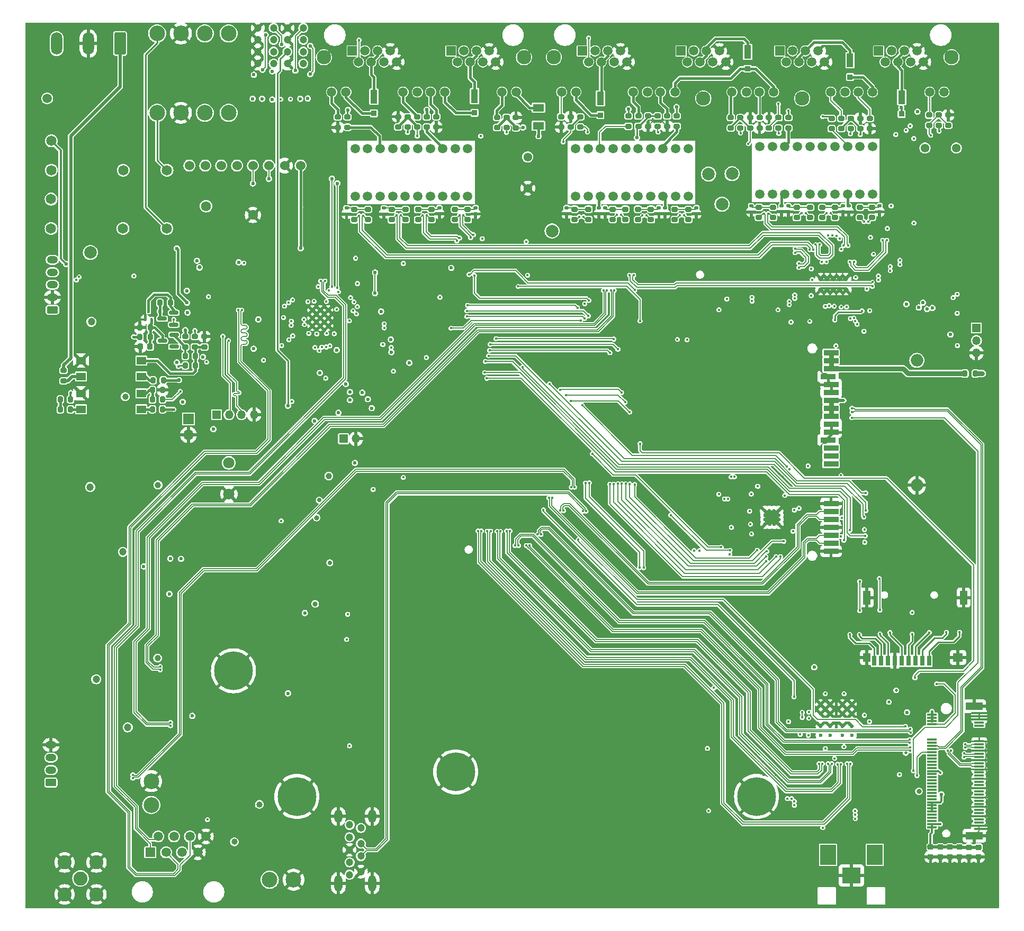
<source format=gbl>
G04 #@! TF.GenerationSoftware,KiCad,Pcbnew,8.0.0-rc1*
G04 #@! TF.CreationDate,2024-11-18T12:36:54+03:00*
G04 #@! TF.ProjectId,Movita_3566_XV_Router_V3.2,4d6f7669-7461-45f3-9335-36365f58565f,REV1*
G04 #@! TF.SameCoordinates,Original*
G04 #@! TF.FileFunction,Copper,L6,Bot*
G04 #@! TF.FilePolarity,Positive*
%FSLAX46Y46*%
G04 Gerber Fmt 4.6, Leading zero omitted, Abs format (unit mm)*
G04 Created by KiCad (PCBNEW 8.0.0-rc1) date 2024-11-18 12:36:54*
%MOMM*%
%LPD*%
G01*
G04 APERTURE LIST*
G04 Aperture macros list*
%AMRoundRect*
0 Rectangle with rounded corners*
0 $1 Rounding radius*
0 $2 $3 $4 $5 $6 $7 $8 $9 X,Y pos of 4 corners*
0 Add a 4 corners polygon primitive as box body*
4,1,4,$2,$3,$4,$5,$6,$7,$8,$9,$2,$3,0*
0 Add four circle primitives for the rounded corners*
1,1,$1+$1,$2,$3*
1,1,$1+$1,$4,$5*
1,1,$1+$1,$6,$7*
1,1,$1+$1,$8,$9*
0 Add four rect primitives between the rounded corners*
20,1,$1+$1,$2,$3,$4,$5,0*
20,1,$1+$1,$4,$5,$6,$7,0*
20,1,$1+$1,$6,$7,$8,$9,0*
20,1,$1+$1,$8,$9,$2,$3,0*%
G04 Aperture macros list end*
G04 #@! TA.AperFunction,ComponentPad*
%ADD10R,1.350000X1.350000*%
G04 #@! TD*
G04 #@! TA.AperFunction,ComponentPad*
%ADD11O,1.350000X1.350000*%
G04 #@! TD*
G04 #@! TA.AperFunction,ComponentPad*
%ADD12C,1.600000*%
G04 #@! TD*
G04 #@! TA.AperFunction,ComponentPad*
%ADD13C,1.500000*%
G04 #@! TD*
G04 #@! TA.AperFunction,ComponentPad*
%ADD14C,1.381000*%
G04 #@! TD*
G04 #@! TA.AperFunction,ComponentPad*
%ADD15C,0.600000*%
G04 #@! TD*
G04 #@! TA.AperFunction,ComponentPad*
%ADD16C,1.200000*%
G04 #@! TD*
G04 #@! TA.AperFunction,ComponentPad*
%ADD17RoundRect,0.250000X0.625000X-0.350000X0.625000X0.350000X-0.625000X0.350000X-0.625000X-0.350000X0*%
G04 #@! TD*
G04 #@! TA.AperFunction,ComponentPad*
%ADD18O,1.750000X1.200000*%
G04 #@! TD*
G04 #@! TA.AperFunction,ComponentPad*
%ADD19R,1.500000X1.500000*%
G04 #@! TD*
G04 #@! TA.AperFunction,ComponentPad*
%ADD20C,2.300000*%
G04 #@! TD*
G04 #@! TA.AperFunction,ComponentPad*
%ADD21C,2.000000*%
G04 #@! TD*
G04 #@! TA.AperFunction,ComponentPad*
%ADD22R,2.500000X3.200000*%
G04 #@! TD*
G04 #@! TA.AperFunction,ComponentPad*
%ADD23R,3.000000X2.500000*%
G04 #@! TD*
G04 #@! TA.AperFunction,ComponentPad*
%ADD24C,1.650000*%
G04 #@! TD*
G04 #@! TA.AperFunction,ComponentPad*
%ADD25C,0.800000*%
G04 #@! TD*
G04 #@! TA.AperFunction,ComponentPad*
%ADD26R,1.700000X1.700000*%
G04 #@! TD*
G04 #@! TA.AperFunction,ComponentPad*
%ADD27O,1.700000X1.700000*%
G04 #@! TD*
G04 #@! TA.AperFunction,ComponentPad*
%ADD28C,2.250000*%
G04 #@! TD*
G04 #@! TA.AperFunction,ComponentPad*
%ADD29C,2.500000*%
G04 #@! TD*
G04 #@! TA.AperFunction,ComponentPad*
%ADD30O,2.000000X2.000000*%
G04 #@! TD*
G04 #@! TA.AperFunction,ComponentPad*
%ADD31C,0.900000*%
G04 #@! TD*
G04 #@! TA.AperFunction,ComponentPad*
%ADD32C,6.200000*%
G04 #@! TD*
G04 #@! TA.AperFunction,ComponentPad*
%ADD33RoundRect,0.250000X0.650000X1.550000X-0.650000X1.550000X-0.650000X-1.550000X0.650000X-1.550000X0*%
G04 #@! TD*
G04 #@! TA.AperFunction,ComponentPad*
%ADD34O,1.800000X3.600000*%
G04 #@! TD*
G04 #@! TA.AperFunction,ComponentPad*
%ADD35C,1.800000*%
G04 #@! TD*
G04 #@! TA.AperFunction,SMDPad,CuDef*
%ADD36RoundRect,0.140000X-0.170000X0.140000X-0.170000X-0.140000X0.170000X-0.140000X0.170000X0.140000X0*%
G04 #@! TD*
G04 #@! TA.AperFunction,SMDPad,CuDef*
%ADD37RoundRect,0.200000X-0.275000X0.200000X-0.275000X-0.200000X0.275000X-0.200000X0.275000X0.200000X0*%
G04 #@! TD*
G04 #@! TA.AperFunction,SMDPad,CuDef*
%ADD38RoundRect,0.150000X0.587500X0.150000X-0.587500X0.150000X-0.587500X-0.150000X0.587500X-0.150000X0*%
G04 #@! TD*
G04 #@! TA.AperFunction,SMDPad,CuDef*
%ADD39RoundRect,0.200000X0.275000X-0.200000X0.275000X0.200000X-0.275000X0.200000X-0.275000X-0.200000X0*%
G04 #@! TD*
G04 #@! TA.AperFunction,SMDPad,CuDef*
%ADD40R,1.120000X2.170000*%
G04 #@! TD*
G04 #@! TA.AperFunction,SMDPad,CuDef*
%ADD41R,0.850000X0.850000*%
G04 #@! TD*
G04 #@! TA.AperFunction,SMDPad,CuDef*
%ADD42RoundRect,0.200000X0.200000X0.275000X-0.200000X0.275000X-0.200000X-0.275000X0.200000X-0.275000X0*%
G04 #@! TD*
G04 #@! TA.AperFunction,SMDPad,CuDef*
%ADD43RoundRect,0.225000X-0.250000X0.225000X-0.250000X-0.225000X0.250000X-0.225000X0.250000X0.225000X0*%
G04 #@! TD*
G04 #@! TA.AperFunction,SMDPad,CuDef*
%ADD44R,1.800000X1.200000*%
G04 #@! TD*
G04 #@! TA.AperFunction,SMDPad,CuDef*
%ADD45R,1.500000X1.250000*%
G04 #@! TD*
G04 #@! TA.AperFunction,SMDPad,CuDef*
%ADD46R,0.400000X0.510000*%
G04 #@! TD*
G04 #@! TA.AperFunction,SMDPad,CuDef*
%ADD47R,1.550000X0.300000*%
G04 #@! TD*
G04 #@! TA.AperFunction,SMDPad,CuDef*
%ADD48R,2.750000X1.200000*%
G04 #@! TD*
G04 #@! TA.AperFunction,SMDPad,CuDef*
%ADD49RoundRect,0.200000X-0.200000X-0.275000X0.200000X-0.275000X0.200000X0.275000X-0.200000X0.275000X0*%
G04 #@! TD*
G04 #@! TA.AperFunction,ComponentPad*
%ADD50O,3.200000X2.000000*%
G04 #@! TD*
G04 #@! TA.AperFunction,SMDPad,CuDef*
%ADD51R,2.400000X0.900000*%
G04 #@! TD*
G04 #@! TA.AperFunction,ComponentPad*
%ADD52O,1.300000X2.100000*%
G04 #@! TD*
G04 #@! TA.AperFunction,ComponentPad*
%ADD53O,1.300000X2.600000*%
G04 #@! TD*
G04 #@! TA.AperFunction,SMDPad,CuDef*
%ADD54RoundRect,0.225000X-0.225000X-0.250000X0.225000X-0.250000X0.225000X0.250000X-0.225000X0.250000X0*%
G04 #@! TD*
G04 #@! TA.AperFunction,ComponentPad*
%ADD55C,1.524000*%
G04 #@! TD*
G04 #@! TA.AperFunction,SMDPad,CuDef*
%ADD56R,0.700000X1.600000*%
G04 #@! TD*
G04 #@! TA.AperFunction,SMDPad,CuDef*
%ADD57R,1.200000X1.400000*%
G04 #@! TD*
G04 #@! TA.AperFunction,SMDPad,CuDef*
%ADD58R,1.200000X2.200000*%
G04 #@! TD*
G04 #@! TA.AperFunction,SMDPad,CuDef*
%ADD59R,1.600000X1.400000*%
G04 #@! TD*
G04 #@! TA.AperFunction,ViaPad*
%ADD60C,0.400000*%
G04 #@! TD*
G04 #@! TA.AperFunction,ViaPad*
%ADD61C,0.800000*%
G04 #@! TD*
G04 #@! TA.AperFunction,ViaPad*
%ADD62C,0.600000*%
G04 #@! TD*
G04 #@! TA.AperFunction,ViaPad*
%ADD63C,1.500000*%
G04 #@! TD*
G04 #@! TA.AperFunction,ViaPad*
%ADD64C,1.200000*%
G04 #@! TD*
G04 #@! TA.AperFunction,ViaPad*
%ADD65C,1.000000*%
G04 #@! TD*
G04 #@! TA.AperFunction,ViaPad*
%ADD66C,0.500000*%
G04 #@! TD*
G04 #@! TA.AperFunction,ViaPad*
%ADD67C,0.700000*%
G04 #@! TD*
G04 #@! TA.AperFunction,ViaPad*
%ADD68C,0.650000*%
G04 #@! TD*
G04 #@! TA.AperFunction,Conductor*
%ADD69C,0.200000*%
G04 #@! TD*
G04 #@! TA.AperFunction,Conductor*
%ADD70C,0.381000*%
G04 #@! TD*
G04 #@! TA.AperFunction,Conductor*
%ADD71C,0.168300*%
G04 #@! TD*
G04 #@! TA.AperFunction,Conductor*
%ADD72C,0.127000*%
G04 #@! TD*
G04 #@! TA.AperFunction,Conductor*
%ADD73C,0.254000*%
G04 #@! TD*
G04 #@! TA.AperFunction,Conductor*
%ADD74C,0.150000*%
G04 #@! TD*
G04 #@! TA.AperFunction,Conductor*
%ADD75C,0.300000*%
G04 #@! TD*
G04 #@! TA.AperFunction,Conductor*
%ADD76C,0.508000*%
G04 #@! TD*
G04 #@! TA.AperFunction,Conductor*
%ADD77C,0.762000*%
G04 #@! TD*
G04 #@! TA.AperFunction,Conductor*
%ADD78C,0.400000*%
G04 #@! TD*
G04 #@! TA.AperFunction,Conductor*
%ADD79C,0.350000*%
G04 #@! TD*
G04 #@! TA.AperFunction,Conductor*
%ADD80C,0.152400*%
G04 #@! TD*
G04 #@! TA.AperFunction,Conductor*
%ADD81C,0.182770*%
G04 #@! TD*
G04 #@! TA.AperFunction,Conductor*
%ADD82C,0.180000*%
G04 #@! TD*
G04 #@! TA.AperFunction,Conductor*
%ADD83C,0.145600*%
G04 #@! TD*
G04 #@! TA.AperFunction,Conductor*
%ADD84C,0.781000*%
G04 #@! TD*
G04 #@! TA.AperFunction,Conductor*
%ADD85C,0.310000*%
G04 #@! TD*
G04 #@! TA.AperFunction,Conductor*
%ADD86C,0.782000*%
G04 #@! TD*
G04 APERTURE END LIST*
D10*
X199730000Y-74560000D03*
D11*
X199730000Y-76560000D03*
X199730000Y-78560000D03*
D12*
X76540000Y-55060000D03*
X84040000Y-56460000D03*
D13*
X100390000Y-53470000D03*
X102390000Y-53470000D03*
X104390000Y-53470000D03*
X106390000Y-53470000D03*
X108390000Y-53470000D03*
X110390000Y-53470000D03*
X112390000Y-53470000D03*
X114390000Y-53470000D03*
X116390000Y-53470000D03*
X118390000Y-53470000D03*
X118390000Y-45850000D03*
X116390000Y-45850000D03*
X114390000Y-45850000D03*
X112390000Y-45850000D03*
X110390000Y-45850000D03*
X108390000Y-45850000D03*
X106390000Y-45850000D03*
X104390000Y-45850000D03*
X102390000Y-45850000D03*
X100390000Y-45850000D03*
D14*
X127980000Y-52180000D03*
X127980000Y-47180000D03*
D15*
X174810000Y-139785000D03*
X176310000Y-139785000D03*
X178310000Y-139785000D03*
X179810000Y-139785000D03*
X174810000Y-138285000D03*
X176310000Y-138285000D03*
X178310000Y-138285000D03*
X179810000Y-138285000D03*
X174810000Y-136285000D03*
X176310000Y-136285000D03*
X178310000Y-136285000D03*
X179810000Y-136285000D03*
X174810000Y-134785000D03*
X176310000Y-134785000D03*
X178310000Y-134785000D03*
X179810000Y-134785000D03*
D16*
X89550000Y-26540000D03*
X92090000Y-26540000D03*
X89550000Y-28440000D03*
X92090000Y-28440000D03*
X89550000Y-30340000D03*
X92090000Y-30340000D03*
X89550000Y-32240000D03*
X92090000Y-32240000D03*
D17*
X51740000Y-147310000D03*
D18*
X51740000Y-145310000D03*
X51740000Y-143310000D03*
X51740000Y-141310000D03*
D16*
X84810000Y-26540000D03*
X87350000Y-26540000D03*
X84810000Y-28440000D03*
X87350000Y-28440000D03*
X84810000Y-30340000D03*
X87350000Y-30340000D03*
X84810000Y-32240000D03*
X87350000Y-32240000D03*
D15*
X165910000Y-103830000D03*
X165960000Y-104530000D03*
X165960000Y-105230000D03*
X165960000Y-105930000D03*
X166610000Y-103830000D03*
X166660000Y-104530000D03*
X166660000Y-105230000D03*
X166660000Y-105930000D03*
X167360000Y-103830000D03*
X167410000Y-104530000D03*
X167410000Y-105230000D03*
X167410000Y-105930000D03*
X168060000Y-103830000D03*
X168110000Y-104530000D03*
X168110000Y-105230000D03*
X168110000Y-105930000D03*
D19*
X99910000Y-30210000D03*
X115710000Y-30210000D03*
D13*
X100930000Y-31990000D03*
X116730000Y-31990000D03*
X101950000Y-30210000D03*
X117750000Y-30210000D03*
X102970000Y-31990000D03*
X118770000Y-31990000D03*
X103990000Y-30210000D03*
X119790000Y-30210000D03*
X105010000Y-31990000D03*
X120810000Y-31990000D03*
X106030000Y-30210000D03*
X121830000Y-30210000D03*
X107050000Y-31990000D03*
X122850000Y-31990000D03*
X98920000Y-36800000D03*
X96630000Y-36800000D03*
X110350000Y-36800000D03*
X108060000Y-36800000D03*
X114730000Y-36800000D03*
X112440000Y-36800000D03*
X126160000Y-36800000D03*
X123870000Y-36800000D03*
D20*
X127380000Y-31230000D03*
X95380000Y-31230000D03*
D21*
X156910000Y-49920000D03*
D22*
X175990000Y-158890000D03*
X183490000Y-158890000D03*
D23*
X179740000Y-162190000D03*
D15*
X96095000Y-71685000D03*
X94820000Y-71685000D03*
X93545000Y-71685000D03*
X96095000Y-72960000D03*
X94820000Y-72960000D03*
X93545000Y-72960000D03*
X96095000Y-74235000D03*
X94820000Y-74235000D03*
X93545000Y-74235000D03*
D21*
X159040000Y-54750000D03*
D24*
X51800000Y-44610000D03*
X51800000Y-49310000D03*
X63300000Y-49310000D03*
X70300000Y-49310000D03*
D25*
X178890000Y-68440000D03*
X178840000Y-66650000D03*
X177840000Y-68440000D03*
X177840000Y-66650000D03*
X176840000Y-68440000D03*
X176840000Y-66650000D03*
X175840000Y-68440000D03*
X175840000Y-66650000D03*
X174840000Y-68440000D03*
X174840000Y-66650000D03*
D26*
X73735000Y-89120000D03*
D27*
X73735000Y-91660000D03*
D10*
X78220000Y-88430000D03*
D11*
X80220000Y-88430000D03*
X82220000Y-88430000D03*
X84220000Y-88430000D03*
D28*
X56470000Y-162660000D03*
X53920000Y-165210000D03*
X59020000Y-165210000D03*
X59020000Y-160110000D03*
X53920000Y-160110000D03*
D19*
X136695000Y-30210000D03*
X152495000Y-30210000D03*
X168295000Y-30210000D03*
X184095000Y-30210000D03*
D13*
X137715000Y-31990000D03*
X153515000Y-31990000D03*
X169315000Y-31990000D03*
X185115000Y-31990000D03*
X138735000Y-30210000D03*
X154535000Y-30210000D03*
X170335000Y-30210000D03*
X186135000Y-30210000D03*
X139755000Y-31990000D03*
X155555000Y-31990000D03*
X171355000Y-31990000D03*
X187155000Y-31990000D03*
X140775000Y-30210000D03*
X156575000Y-30210000D03*
X172375000Y-30210000D03*
X188175000Y-30210000D03*
X141795000Y-31990000D03*
X157595000Y-31990000D03*
X173395000Y-31990000D03*
X189195000Y-31990000D03*
X142815000Y-30210000D03*
X158615000Y-30210000D03*
X174415000Y-30210000D03*
X190215000Y-30210000D03*
X143835000Y-31990000D03*
X159635000Y-31990000D03*
X175435000Y-31990000D03*
X191235000Y-31990000D03*
X135695000Y-36800000D03*
X133405000Y-36800000D03*
X147125000Y-36800000D03*
X144835000Y-36800000D03*
X151505000Y-36800000D03*
X149215000Y-36800000D03*
X162935000Y-36800000D03*
X160645000Y-36800000D03*
X167315000Y-36800000D03*
X165025000Y-36800000D03*
X178745000Y-36800000D03*
X176455000Y-36800000D03*
X183125000Y-36800000D03*
X180835000Y-36800000D03*
X194555000Y-36800000D03*
X192265000Y-36800000D03*
D20*
X195765000Y-31230000D03*
X171865000Y-37820000D03*
X156065000Y-37820000D03*
X132165000Y-31230000D03*
D17*
X51970000Y-71640000D03*
D18*
X51970000Y-69640000D03*
X51970000Y-67640000D03*
X51970000Y-65640000D03*
X51970000Y-63640000D03*
D24*
X51760000Y-53930000D03*
X51760000Y-58630000D03*
X63260000Y-58630000D03*
X70260000Y-58630000D03*
D29*
X68715000Y-27420000D03*
X72525000Y-27420000D03*
X76335000Y-27420000D03*
X80145000Y-27420000D03*
X68715000Y-40120000D03*
X72525000Y-40120000D03*
X76335000Y-40120000D03*
X80145000Y-40120000D03*
D21*
X131870000Y-59020000D03*
D29*
X67780000Y-147090000D03*
X67780000Y-150900000D03*
D21*
X58050000Y-62470000D03*
D30*
X190200000Y-79740000D03*
X190200000Y-99740000D03*
D31*
X164570000Y-152150000D03*
X162720000Y-151400000D03*
X166420000Y-151400000D03*
X161970000Y-149550000D03*
D32*
X164570000Y-149550000D03*
D31*
X167170000Y-149550000D03*
X162720000Y-147700000D03*
X166420000Y-147700000D03*
X164570000Y-146950000D03*
D13*
X135630000Y-53450000D03*
X137630000Y-53450000D03*
X139630000Y-53450000D03*
X141630000Y-53450000D03*
X143630000Y-53450000D03*
X145630000Y-53450000D03*
X147630000Y-53450000D03*
X149630000Y-53450000D03*
X151630000Y-53450000D03*
X153630000Y-53450000D03*
X153630000Y-45830000D03*
X151630000Y-45830000D03*
X149630000Y-45830000D03*
X147630000Y-45830000D03*
X145630000Y-45830000D03*
X143630000Y-45830000D03*
X141630000Y-45830000D03*
X139630000Y-45830000D03*
X137630000Y-45830000D03*
X135630000Y-45830000D03*
D33*
X62802500Y-29027500D03*
D34*
X57722500Y-29027500D03*
X52642500Y-29027500D03*
D19*
X67615000Y-158477500D03*
D13*
X68885000Y-155937500D03*
X70155000Y-158477500D03*
X71425000Y-155937500D03*
X72695000Y-158477500D03*
X73965000Y-155937500D03*
X75235000Y-158477500D03*
X76505000Y-155937500D03*
D31*
X91070000Y-152150000D03*
X89220000Y-151400000D03*
X92920000Y-151400000D03*
X88470000Y-149550000D03*
D32*
X91070000Y-149550000D03*
D31*
X93670000Y-149550000D03*
X89220000Y-147700000D03*
X92920000Y-147700000D03*
X91070000Y-146950000D03*
D10*
X98520000Y-92270000D03*
D11*
X100520000Y-92270000D03*
D35*
X80190000Y-96140000D03*
X80190000Y-101140000D03*
D13*
X165110000Y-53130000D03*
X167110000Y-53130000D03*
X169110000Y-53130000D03*
X171110000Y-53130000D03*
X173110000Y-53130000D03*
X175110000Y-53130000D03*
X177110000Y-53130000D03*
X179110000Y-53130000D03*
X181110000Y-53130000D03*
X183110000Y-53130000D03*
X183110000Y-45510000D03*
X181110000Y-45510000D03*
X179110000Y-45510000D03*
X177110000Y-45510000D03*
X175110000Y-45510000D03*
X173110000Y-45510000D03*
X171110000Y-45510000D03*
X169110000Y-45510000D03*
X167110000Y-45510000D03*
X165110000Y-45510000D03*
D21*
X160650000Y-49850000D03*
D36*
X139350000Y-55340000D03*
X139350000Y-56300000D03*
D37*
X108450000Y-55575000D03*
X108450000Y-57225000D03*
X116360000Y-55570000D03*
X116360000Y-57220000D03*
D36*
X119660000Y-55350000D03*
X119660000Y-56310000D03*
D38*
X71395000Y-72120000D03*
X71395000Y-74020000D03*
X69520000Y-73070000D03*
X71420000Y-75660000D03*
X71420000Y-77560000D03*
X69545000Y-76610000D03*
D39*
X53770000Y-83005000D03*
X53770000Y-81355000D03*
D36*
X104990000Y-55360000D03*
X104990000Y-56320000D03*
D37*
X167210000Y-55240000D03*
X167210000Y-56890000D03*
X151500000Y-55570000D03*
X151500000Y-57220000D03*
D39*
X145665000Y-42280000D03*
X145665000Y-40630000D03*
D14*
X196510000Y-45760000D03*
X191510000Y-45760000D03*
D40*
X163130000Y-30380000D03*
D41*
X163130000Y-33060000D03*
D37*
X163530000Y-40895000D03*
X163530000Y-42545000D03*
X145590000Y-55555000D03*
X145590000Y-57205000D03*
X126100000Y-40860000D03*
X126100000Y-42510000D03*
X111840000Y-40745000D03*
X111840000Y-42395000D03*
X168090000Y-40885000D03*
X168090000Y-42535000D03*
D31*
X83520000Y-129430000D03*
X82770000Y-131280000D03*
X82770000Y-127580000D03*
X80920000Y-132030000D03*
D32*
X80920000Y-129430000D03*
D31*
X80920000Y-126830000D03*
X79070000Y-131280000D03*
X79070000Y-127580000D03*
X78320000Y-129430000D03*
D37*
X183000000Y-55225000D03*
X183000000Y-56875000D03*
X173150000Y-55245000D03*
X173150000Y-56895000D03*
X182680000Y-41000000D03*
X182680000Y-42650000D03*
X134840000Y-40755000D03*
X134840000Y-42405000D03*
D42*
X74860000Y-80570000D03*
X73210000Y-80570000D03*
D39*
X76280000Y-77575000D03*
X76280000Y-75925000D03*
D42*
X69720000Y-82910000D03*
X68070000Y-82910000D03*
D37*
X171030000Y-55245000D03*
X171030000Y-56895000D03*
D39*
X73240000Y-77585000D03*
X73240000Y-75935000D03*
D43*
X192395000Y-157640000D03*
X192395000Y-159190000D03*
D37*
X118390000Y-55575000D03*
X118390000Y-57225000D03*
X193710000Y-40470000D03*
X193710000Y-42120000D03*
X161990000Y-40895000D03*
X161990000Y-42545000D03*
X136370000Y-40755000D03*
X136370000Y-42405000D03*
D42*
X54885000Y-85990000D03*
X53235000Y-85990000D03*
D37*
X195230000Y-40470000D03*
X195230000Y-42120000D03*
X141590000Y-55565000D03*
X141590000Y-57215000D03*
X100270000Y-55585000D03*
X100270000Y-57235000D03*
D40*
X139600000Y-37800000D03*
D41*
X139600000Y-40480000D03*
D37*
X106240000Y-55585000D03*
X106240000Y-57235000D03*
D36*
X140330000Y-55340000D03*
X140330000Y-56300000D03*
D44*
X129690000Y-42195000D03*
X129690000Y-39295000D03*
D31*
X119065014Y-145615000D03*
X118315014Y-147465000D03*
X118315014Y-143765000D03*
X116465014Y-148215000D03*
D32*
X116465014Y-145615000D03*
D31*
X116465014Y-143015000D03*
X114615014Y-147465000D03*
X114615014Y-143765000D03*
X113865014Y-145615000D03*
D37*
X151795000Y-40620000D03*
X151795000Y-42270000D03*
X110310000Y-40740000D03*
X110310000Y-42390000D03*
X178110000Y-41000000D03*
X178110000Y-42650000D03*
X176580000Y-41020000D03*
X176580000Y-42670000D03*
X110440000Y-55585000D03*
X110440000Y-57235000D03*
D45*
X56530000Y-87570000D03*
X56530000Y-85030000D03*
X66190000Y-85030000D03*
X66190000Y-87570000D03*
D36*
X179320000Y-55030000D03*
X179320000Y-55990000D03*
X163700000Y-55020000D03*
X163700000Y-55980000D03*
X178380000Y-55010000D03*
X178380000Y-55970000D03*
D39*
X74760000Y-77575000D03*
X74760000Y-75925000D03*
D40*
X179525000Y-31705000D03*
D41*
X179525000Y-34385000D03*
D37*
X143600000Y-55550000D03*
X143600000Y-57200000D03*
X166570000Y-40900000D03*
X166570000Y-42550000D03*
D42*
X74855000Y-79050000D03*
X73205000Y-79050000D03*
D46*
X67830000Y-73195000D03*
X66830000Y-73195000D03*
X67330000Y-71905000D03*
D47*
X200184900Y-154715000D03*
X192634900Y-154465000D03*
X200184900Y-154215000D03*
X192634900Y-153965000D03*
X200184900Y-153715000D03*
X192634900Y-153465000D03*
X200184900Y-153215000D03*
X192634900Y-152965000D03*
X200184900Y-152715000D03*
X192634900Y-152465000D03*
X200184900Y-152215000D03*
X192634900Y-151965000D03*
X200184900Y-151715000D03*
X192634900Y-151465000D03*
X200184900Y-151215000D03*
X192634900Y-150965000D03*
X200184900Y-150715000D03*
X192634900Y-150465000D03*
X200184900Y-150215000D03*
X192634900Y-149965000D03*
X200184900Y-149715000D03*
X192634900Y-149465000D03*
X200184900Y-149215000D03*
X192634900Y-148965000D03*
X200184900Y-148715000D03*
X192634900Y-148465000D03*
X200184900Y-148215000D03*
X192634900Y-147965000D03*
X200184900Y-147715000D03*
X192634900Y-147465000D03*
X200184900Y-147215000D03*
X192634900Y-146965000D03*
X200184900Y-146715000D03*
X192634900Y-146465000D03*
X200184900Y-146215000D03*
X192634900Y-145965000D03*
X200184900Y-145715000D03*
X192634900Y-145465000D03*
X200184900Y-145215000D03*
X192634900Y-144965000D03*
X200184900Y-144715000D03*
X192634900Y-144465000D03*
X200184900Y-144215000D03*
X192634900Y-143965000D03*
X200184900Y-143715000D03*
X192634900Y-143465000D03*
X200184900Y-143215000D03*
X192634900Y-142965000D03*
X200184900Y-142715000D03*
X192634900Y-142465000D03*
X200184900Y-142215000D03*
X192634900Y-141965000D03*
X200184900Y-141715000D03*
X192634900Y-141465000D03*
X200184900Y-141215000D03*
X192634900Y-140965000D03*
X200184900Y-140715000D03*
X192634900Y-140465000D03*
X200184900Y-138215000D03*
X192634900Y-137965000D03*
X200184900Y-137715000D03*
X192634900Y-137465000D03*
X200184900Y-137215000D03*
X192634900Y-136965000D03*
X200184900Y-136715000D03*
X192634900Y-136465000D03*
X200184900Y-136215000D03*
D48*
X199409900Y-155815000D03*
X199409900Y-135115000D03*
D37*
X102420000Y-55585000D03*
X102420000Y-57235000D03*
X165050000Y-40895000D03*
X165050000Y-42545000D03*
X192180000Y-40470000D03*
X192180000Y-42120000D03*
D43*
X195475000Y-157640000D03*
X195475000Y-159190000D03*
D37*
X177090000Y-55230000D03*
X177090000Y-56880000D03*
X160470000Y-40885000D03*
X160470000Y-42535000D03*
X113360000Y-40735000D03*
X113360000Y-42385000D03*
X133310000Y-40740000D03*
X133310000Y-42390000D03*
X147690000Y-55555000D03*
X147690000Y-57205000D03*
X99160000Y-40780000D03*
X99160000Y-42430000D03*
X181160000Y-41000000D03*
X181160000Y-42650000D03*
X153680000Y-55570000D03*
X153680000Y-57220000D03*
X148735000Y-40635000D03*
X148735000Y-42285000D03*
X135450000Y-55555000D03*
X135450000Y-57205000D03*
X108780000Y-40740000D03*
X108780000Y-42390000D03*
D43*
X198545000Y-157660000D03*
X198545000Y-159210000D03*
D49*
X197895000Y-81850000D03*
X199545000Y-81850000D03*
X53235000Y-87580000D03*
X54885000Y-87580000D03*
X67955000Y-86020000D03*
X69605000Y-86020000D03*
D37*
X123070000Y-40850000D03*
X123070000Y-42500000D03*
D36*
X154950000Y-55345000D03*
X154950000Y-56305000D03*
D37*
X164960000Y-55235000D03*
X164960000Y-56885000D03*
X175080000Y-55245000D03*
X175080000Y-56895000D03*
X112575000Y-55575000D03*
X112575000Y-57225000D03*
D50*
X174240000Y-113135000D03*
X174240000Y-75715000D03*
D51*
X176480000Y-96315000D03*
X176480000Y-95035000D03*
X176480000Y-93765000D03*
X175980000Y-92495000D03*
X176480000Y-91225000D03*
X176480000Y-89955000D03*
X176480000Y-88685000D03*
X176480000Y-87415000D03*
X176480000Y-86145000D03*
X176480000Y-84875000D03*
X176480000Y-83605000D03*
X175980000Y-82335000D03*
X176480000Y-81065000D03*
X176480000Y-79795000D03*
X176480000Y-78525000D03*
X176480000Y-110275000D03*
X176480000Y-109005000D03*
X176480000Y-107735000D03*
X176480000Y-106465000D03*
X176480000Y-105195000D03*
X176480000Y-103925000D03*
X176480000Y-102655000D03*
D36*
X169630000Y-55010000D03*
X169630000Y-55970000D03*
D40*
X103385000Y-37520000D03*
D41*
X103385000Y-40200000D03*
D49*
X65975000Y-74500000D03*
X67625000Y-74500000D03*
D42*
X69620000Y-84480000D03*
X67970000Y-84480000D03*
D43*
X197015000Y-157645000D03*
X197015000Y-159195000D03*
D16*
X101300000Y-154580000D03*
X101300000Y-157080000D03*
X101300000Y-159080000D03*
X101300000Y-161580000D03*
X99500000Y-162080000D03*
X99500000Y-160080000D03*
X99500000Y-158080000D03*
X99500000Y-156080000D03*
X99500000Y-154080000D03*
D52*
X97690000Y-152730000D03*
D53*
X97690000Y-163430000D03*
D52*
X103110000Y-152730000D03*
D53*
X103110000Y-163430000D03*
D40*
X187765000Y-37615000D03*
D41*
X187765000Y-40295000D03*
D37*
X97600000Y-40790000D03*
X97600000Y-42440000D03*
D36*
X148960000Y-55330000D03*
X148960000Y-56290000D03*
D39*
X147205000Y-42285000D03*
X147205000Y-40635000D03*
D37*
X181120000Y-55235000D03*
X181120000Y-56885000D03*
D36*
X134200000Y-55330000D03*
X134200000Y-56290000D03*
D37*
X124580000Y-40855000D03*
X124580000Y-42505000D03*
X144105000Y-40620000D03*
X144105000Y-42270000D03*
D43*
X200070000Y-157665000D03*
X200070000Y-159215000D03*
D37*
X169640000Y-40885000D03*
X169640000Y-42535000D03*
D42*
X69605000Y-87560000D03*
X67955000Y-87560000D03*
D49*
X65975000Y-76010000D03*
X67625000Y-76010000D03*
D40*
X119475000Y-37430000D03*
D41*
X119475000Y-40110000D03*
D36*
X184260000Y-55010000D03*
X184260000Y-55970000D03*
D37*
X150255000Y-40620000D03*
X150255000Y-42270000D03*
D42*
X70835000Y-70530000D03*
X69185000Y-70530000D03*
D36*
X168590000Y-55000000D03*
X168590000Y-55960000D03*
X99010000Y-55360000D03*
X99010000Y-56320000D03*
D45*
X56552500Y-82317500D03*
X56552500Y-79777500D03*
X66212500Y-79777500D03*
X66212500Y-82317500D03*
D29*
X90530000Y-162870000D03*
X86720000Y-162870000D03*
D37*
X179620000Y-41000000D03*
X179620000Y-42650000D03*
D36*
X113830000Y-55340000D03*
X113830000Y-56300000D03*
D54*
X66035000Y-77550000D03*
X67585000Y-77550000D03*
D37*
X107250000Y-40735000D03*
X107250000Y-42385000D03*
D55*
X91670000Y-48560000D03*
X89130000Y-48560000D03*
X86590000Y-48560000D03*
X84050000Y-48560000D03*
X81510000Y-48560000D03*
X78970000Y-48560000D03*
X76430000Y-48560000D03*
X73890000Y-48560000D03*
D43*
X193925000Y-157640000D03*
X193925000Y-159190000D03*
D37*
X137700000Y-55555000D03*
X137700000Y-57205000D03*
D56*
X192180000Y-127800000D03*
X191080000Y-127800000D03*
X189980000Y-127800000D03*
X188880000Y-127800000D03*
X187780000Y-127800000D03*
X186680000Y-127800000D03*
X185580000Y-127800000D03*
X184480000Y-127800000D03*
X183380000Y-127800000D03*
D57*
X182180000Y-127300000D03*
D58*
X182180000Y-117700000D03*
X197680000Y-117700000D03*
D59*
X196780000Y-127300000D03*
D36*
X149960000Y-55330000D03*
X149960000Y-56290000D03*
D60*
X107470000Y-114930000D03*
X110960000Y-107260000D03*
X130020000Y-123570000D03*
X141160000Y-165770000D03*
X174570000Y-153130000D03*
X148850000Y-99120000D03*
X186810000Y-159230000D03*
X110560000Y-33850000D03*
X109630000Y-75490000D03*
X188540000Y-133490000D03*
X115770000Y-70020000D03*
X186860000Y-162010000D03*
X173000000Y-153120000D03*
X190250000Y-55330000D03*
X86530000Y-46020000D03*
X198280000Y-40520000D03*
X128390000Y-140170000D03*
X107530000Y-131490000D03*
X142885000Y-66010000D03*
X139910000Y-137580000D03*
X178390000Y-91210000D03*
X148330000Y-73400000D03*
X98870000Y-33940000D03*
X107050000Y-166070000D03*
X146430000Y-155570000D03*
X107500000Y-120430000D03*
X193890000Y-105950000D03*
X131760000Y-137330000D03*
X162330000Y-132810000D03*
X109260000Y-119180000D03*
X121930000Y-151970000D03*
X152600000Y-157180000D03*
X189500000Y-152920000D03*
X98360000Y-39930000D03*
X50750000Y-153940000D03*
X153380000Y-143430000D03*
X197340000Y-63580000D03*
X154220000Y-130780000D03*
X75480000Y-115730000D03*
X186850000Y-47470000D03*
X123090000Y-66080000D03*
X167560000Y-33130000D03*
X122940000Y-127840000D03*
X125500000Y-125770000D03*
X194710000Y-33520000D03*
X92920000Y-136280000D03*
X113970000Y-105380000D03*
X146390000Y-131270000D03*
X117070000Y-62340000D03*
X110420000Y-163230000D03*
X99600000Y-76340000D03*
X89450000Y-40530000D03*
X89430000Y-42470000D03*
X119490000Y-33760000D03*
X107480000Y-109480000D03*
X84990000Y-75340000D03*
X152310000Y-125410000D03*
X142810000Y-156610000D03*
X162710000Y-138540000D03*
X81680000Y-51390000D03*
X131770000Y-134340000D03*
X178210000Y-105910000D03*
X101180000Y-125330000D03*
X124570000Y-127840000D03*
X149550000Y-135820000D03*
X167350000Y-124790000D03*
X68220000Y-135020000D03*
X68190000Y-133080000D03*
X93560000Y-107090000D03*
X155270000Y-99120000D03*
X189860000Y-159230000D03*
X80660000Y-106860000D03*
X137000000Y-140090000D03*
X122850000Y-89460000D03*
X115270000Y-105380000D03*
X149910000Y-129280000D03*
X167840000Y-79550000D03*
X131070000Y-113740000D03*
X125330000Y-59920000D03*
X134750000Y-157250000D03*
X128350000Y-151970000D03*
X186450000Y-152920000D03*
X109280000Y-111950000D03*
X152690000Y-122200000D03*
X126270000Y-155120000D03*
X95970000Y-136280000D03*
X119910000Y-117760000D03*
X172830000Y-143550000D03*
X174710000Y-106420000D03*
X200360000Y-44030000D03*
X191780000Y-86290000D03*
X109270000Y-120430000D03*
X160950000Y-131470000D03*
X131090000Y-91810000D03*
X110950000Y-141680000D03*
X157300000Y-45060000D03*
X151790000Y-79450000D03*
X89410000Y-43820000D03*
X140840000Y-133043000D03*
X111790000Y-110840000D03*
X138120000Y-156060000D03*
X78610000Y-57860000D03*
X113600000Y-60820000D03*
X160610000Y-162820000D03*
X131570000Y-38650000D03*
X187450000Y-108850000D03*
X101110000Y-118620000D03*
X191340000Y-33520000D03*
X124390000Y-156840000D03*
X186590000Y-155820000D03*
X155200000Y-86070000D03*
X141370000Y-130410000D03*
X118450000Y-27260000D03*
X153820000Y-147070000D03*
X142740000Y-151560000D03*
X68160000Y-131180000D03*
X189940000Y-165230000D03*
X194070000Y-44380000D03*
X169280000Y-122340000D03*
X148240000Y-151930000D03*
X176730000Y-33330000D03*
X56810000Y-150570000D03*
X109630000Y-69070000D03*
X108120000Y-105380000D03*
X194700000Y-91470000D03*
X109280000Y-113320000D03*
X107480000Y-149410000D03*
X129500000Y-165850000D03*
X124800000Y-140390000D03*
X134810000Y-137330000D03*
X114350000Y-121670000D03*
X190176827Y-49977842D03*
X164450241Y-142829759D03*
X126130000Y-165850000D03*
X156850000Y-33410000D03*
X107480000Y-110730000D03*
X101110000Y-115250000D03*
X149610000Y-104470000D03*
X124320000Y-116980000D03*
X137860000Y-124660000D03*
X83920000Y-52590000D03*
X103740000Y-113630000D03*
X118090000Y-113060000D03*
X73060000Y-35970000D03*
X159020000Y-36030000D03*
X95120000Y-40590000D03*
X142770000Y-125380000D03*
X53440000Y-151760000D03*
X162720000Y-134110000D03*
X125330000Y-56300000D03*
X144720000Y-60660000D03*
X168223199Y-97956801D03*
X167030000Y-165660000D03*
X165700000Y-146110000D03*
X112270000Y-125090000D03*
X73720000Y-45390000D03*
X139250000Y-130410000D03*
X104680000Y-136350000D03*
X111030000Y-151460000D03*
X138080000Y-129330000D03*
X113750000Y-59060000D03*
X73780000Y-43180000D03*
X142940000Y-129460000D03*
X109260000Y-116290000D03*
X164020000Y-144410000D03*
X128010000Y-117080000D03*
X138120000Y-157250000D03*
X115260000Y-107240000D03*
X117570000Y-156680000D03*
X112520000Y-107260000D03*
X152340000Y-123750000D03*
X167040000Y-159830000D03*
X134820000Y-134340000D03*
X160350000Y-73620000D03*
X132010000Y-121160000D03*
X152290000Y-90700000D03*
X110430000Y-157550000D03*
X196690000Y-165140000D03*
X114570000Y-116210000D03*
X171720000Y-143580000D03*
X107520000Y-133730000D03*
X112430000Y-66680000D03*
X59740000Y-141940000D03*
X188410000Y-84170000D03*
X108090000Y-62360000D03*
X160670000Y-47460000D03*
X167670000Y-146070000D03*
X139405494Y-149172253D03*
X148920000Y-90700000D03*
X117980000Y-119410000D03*
X111020000Y-105380000D03*
X77090000Y-45390000D03*
X81680000Y-53600000D03*
X147140000Y-156410000D03*
X75710000Y-122610000D03*
X109260000Y-117640000D03*
X193400000Y-162070000D03*
X109270000Y-121840000D03*
X171190000Y-81020000D03*
X200670000Y-56590000D03*
X62260000Y-98660000D03*
X137010000Y-134260000D03*
X118090000Y-117410000D03*
X122950000Y-125070000D03*
X187470000Y-103050000D03*
X172850000Y-144670000D03*
X137780000Y-142890000D03*
X81900000Y-115730000D03*
X163240000Y-139780000D03*
X125900000Y-93970000D03*
X60200000Y-149230000D03*
X134820000Y-131650000D03*
X86510000Y-58630000D03*
X151490000Y-143420000D03*
X119430000Y-125070000D03*
X151410000Y-60620000D03*
X107050000Y-163230000D03*
X101110000Y-112200000D03*
X186010000Y-33480000D03*
X174440000Y-27300000D03*
X116120000Y-166070000D03*
X143280000Y-140270000D03*
X193870000Y-111310000D03*
X83010000Y-42470000D03*
X178320000Y-158030000D03*
X180110000Y-145190000D03*
X130060000Y-155930000D03*
X161230000Y-122840000D03*
X170270000Y-127900000D03*
X116980000Y-33920000D03*
X89160000Y-46000000D03*
X170390000Y-68280000D03*
X168170000Y-100310000D03*
X141300000Y-36200000D03*
X171520000Y-146450000D03*
X182640000Y-33480000D03*
X115630000Y-133980000D03*
X131350000Y-148570000D03*
X82990000Y-43820000D03*
X181230000Y-159769990D03*
X170770000Y-33190000D03*
X114570000Y-112940000D03*
X139600000Y-116600000D03*
X158260000Y-27190000D03*
X113610000Y-33920000D03*
X137010000Y-131570000D03*
X151900000Y-27190000D03*
X65350000Y-50090000D03*
X108660000Y-124730000D03*
X122910000Y-116980000D03*
X62930000Y-163710000D03*
X150570000Y-123760000D03*
X149020000Y-27190000D03*
X107190000Y-33850000D03*
X137160000Y-146820000D03*
X142540000Y-119550000D03*
X86610000Y-53920000D03*
X121750000Y-140390000D03*
X175820000Y-150180000D03*
X160020000Y-130550000D03*
X159720000Y-121320000D03*
X189640000Y-155820000D03*
X107060000Y-160240000D03*
X200320000Y-27390000D03*
X158130000Y-60580000D03*
X106630000Y-107660000D03*
X119720000Y-123360000D03*
X171070000Y-27300000D03*
X135510000Y-124640000D03*
X194030000Y-45820000D03*
X135690000Y-65573000D03*
X146390000Y-129280000D03*
X111870000Y-75510000D03*
X155650000Y-157180000D03*
X134810000Y-140170000D03*
X161630000Y-27190000D03*
X143270000Y-143260000D03*
X197400000Y-53220000D03*
X113700000Y-62340000D03*
X199740000Y-165140000D03*
X107530000Y-129620000D03*
X176840000Y-146740000D03*
X193890000Y-103050000D03*
X135080000Y-79720000D03*
X75260000Y-51390000D03*
X62370000Y-100440000D03*
X155510000Y-126080000D03*
X161800241Y-140179759D03*
X73240000Y-34330000D03*
X150860000Y-135660000D03*
X168720000Y-98360000D03*
X107480000Y-146560000D03*
X158670000Y-73960000D03*
X119480000Y-93970000D03*
X98250000Y-38600000D03*
X124610000Y-33650000D03*
X114690000Y-27260000D03*
X127670000Y-121630000D03*
X118390000Y-131870000D03*
X134730000Y-145580000D03*
X114570000Y-119410000D03*
X107480000Y-117700000D03*
X74450000Y-133830000D03*
X87550000Y-136110000D03*
X165220000Y-141790000D03*
X137000000Y-137250000D03*
X148870000Y-100730000D03*
X129540000Y-113730000D03*
X95970000Y-139400000D03*
X174830000Y-77240000D03*
X134730000Y-142890000D03*
X78630000Y-51390000D03*
X76110000Y-35970000D03*
X149620000Y-141760000D03*
X189570000Y-150360000D03*
X149590000Y-138380000D03*
X135480000Y-119720000D03*
X164256877Y-121956427D03*
X175060000Y-145970000D03*
X91660000Y-44160000D03*
X157810000Y-128340000D03*
X86360000Y-43820000D03*
X165980000Y-123640000D03*
X128400000Y-131650000D03*
X122540000Y-119510000D03*
X65100000Y-104190000D03*
X101180000Y-128380000D03*
X153840000Y-122190000D03*
X155210000Y-102880000D03*
X169320000Y-120410000D03*
X117850000Y-151950000D03*
X163990000Y-159830000D03*
X111780000Y-120360000D03*
X155650000Y-36030000D03*
X149190000Y-113110000D03*
X113470000Y-166070000D03*
X164160000Y-140690000D03*
X106900000Y-105380000D03*
X131360000Y-142890000D03*
X174780000Y-83590000D03*
X183590000Y-91470000D03*
X186890000Y-165230000D03*
X111030000Y-148410000D03*
D61*
X107340000Y-91930000D03*
D60*
X53440000Y-150570000D03*
X104160000Y-131750000D03*
X197380000Y-67330000D03*
X91760000Y-42430000D03*
X148840000Y-154780000D03*
X171480000Y-153080000D03*
X179750000Y-60620000D03*
X95500000Y-33940000D03*
X132030000Y-79720000D03*
X51690000Y-106420000D03*
X191780000Y-84170000D03*
X156750000Y-127230000D03*
X69870000Y-34330000D03*
X167040000Y-157140000D03*
X188450000Y-137220000D03*
X125300000Y-151970000D03*
X111460000Y-62360000D03*
X98260000Y-136350000D03*
X115030000Y-109160000D03*
X118090000Y-115880000D03*
X193970000Y-50120000D03*
X154780000Y-60620000D03*
X194010000Y-67330000D03*
X107440000Y-154850000D03*
X134720000Y-148570000D03*
X125300000Y-149130000D03*
X110420000Y-166070000D03*
X74450000Y-131910000D03*
X110430000Y-160240000D03*
X122110000Y-70380000D03*
X142770000Y-123700000D03*
X118380000Y-137550000D03*
X137770000Y-151410000D03*
X158730000Y-93420000D03*
X128360000Y-146140000D03*
X86400000Y-40530000D03*
X50770000Y-156040000D03*
X109550000Y-105380000D03*
X127120000Y-113890000D03*
X94600000Y-53290000D03*
X152460000Y-136330000D03*
X82210000Y-103790000D03*
X191330000Y-91470000D03*
X101180000Y-131750000D03*
X149180000Y-114540000D03*
X172500000Y-154740000D03*
X200630000Y-50150000D03*
X197400000Y-56590000D03*
X60620000Y-109860000D03*
X191400000Y-94860000D03*
X122950000Y-126460000D03*
X132530000Y-129370000D03*
X111780000Y-119070000D03*
X62950000Y-153050000D03*
X146330000Y-140270000D03*
X107470000Y-113520000D03*
X151710000Y-134270000D03*
X151700000Y-73400000D03*
X190160000Y-52950000D03*
X152180000Y-102940000D03*
X89410000Y-39100000D03*
X81660000Y-57860000D03*
X161940000Y-81410000D03*
X187470000Y-105950000D03*
X75150000Y-56420000D03*
X146710000Y-125380000D03*
X190840000Y-105950000D03*
X148750000Y-122290000D03*
X84230000Y-93560000D03*
X146700000Y-120820000D03*
X190840000Y-103050000D03*
X186650000Y-134550000D03*
X162720000Y-124310000D03*
X89100000Y-52380000D03*
X196950000Y-27390000D03*
X200360000Y-47400000D03*
X152590000Y-165700000D03*
X186230000Y-27260000D03*
X133510000Y-113630000D03*
X162710000Y-135540000D03*
X114140000Y-136050000D03*
X94760000Y-42650000D03*
X194000000Y-53220000D03*
X86530000Y-60360000D03*
X200320000Y-30740000D03*
X121760000Y-131870000D03*
X153850000Y-123750000D03*
X115790000Y-42210000D03*
X114430000Y-125090000D03*
X130170000Y-116990000D03*
X78610000Y-55690000D03*
X152220000Y-99120000D03*
X119480000Y-91510000D03*
X74240000Y-106860000D03*
X121420000Y-117770000D03*
X156130000Y-132630000D03*
X130460000Y-129370000D03*
X59580000Y-156400000D03*
X62930000Y-158100000D03*
X95260000Y-115180000D03*
X128400000Y-134340000D03*
X168650000Y-117280000D03*
X83030000Y-40530000D03*
X193870000Y-108850000D03*
X75790000Y-103790000D03*
X183110000Y-148440000D03*
X140610000Y-155830000D03*
X110800000Y-132540000D03*
X155290000Y-100730000D03*
X152240000Y-100730000D03*
X137860000Y-122130000D03*
X189600000Y-27260000D03*
X166110000Y-127700000D03*
X200320000Y-34110000D03*
X110950000Y-145050000D03*
X119490000Y-166070000D03*
X152020000Y-147070000D03*
X80140000Y-45390000D03*
X112470000Y-121490000D03*
X151700000Y-149300000D03*
X171720000Y-144610000D03*
X180230000Y-150280000D03*
X74530000Y-129940000D03*
X91890000Y-115180000D03*
X81180000Y-93560000D03*
X77810000Y-93560000D03*
X69640000Y-30960000D03*
X102390000Y-61300000D03*
X137760000Y-130410000D03*
X161500000Y-60580000D03*
X141712881Y-149097076D03*
X137920000Y-33680000D03*
X110950000Y-138630000D03*
X178550000Y-146520000D03*
X131120000Y-152790000D03*
X151640000Y-129280000D03*
X123370000Y-51220000D03*
X121750000Y-137550000D03*
X125810000Y-155990000D03*
X97850000Y-139420000D03*
X97520000Y-49060000D03*
X135710000Y-156540000D03*
X157300000Y-47460000D03*
X200720000Y-67350000D03*
X127730000Y-124740000D03*
X130280000Y-125900000D03*
X194000000Y-99180000D03*
X115480000Y-66680000D03*
X142990000Y-122280000D03*
X75240000Y-57860000D03*
X132870000Y-116940000D03*
X138110000Y-165770000D03*
X117100000Y-117780000D03*
X81660000Y-55690000D03*
X51240000Y-133970000D03*
X197410000Y-109000000D03*
X155260000Y-154780000D03*
X122540000Y-166070000D03*
X78850000Y-115730000D03*
X91750000Y-40590000D03*
X121970000Y-155750000D03*
X167820000Y-81020000D03*
X103000000Y-59110000D03*
X151610000Y-151930000D03*
X109270000Y-114920000D03*
X71080000Y-133830000D03*
X173360000Y-33330000D03*
X121940000Y-143450000D03*
X71080000Y-131910000D03*
X153810000Y-125450000D03*
X163980000Y-165660000D03*
X148130000Y-131270000D03*
X146310000Y-153970000D03*
X111320000Y-27260000D03*
X119170000Y-155380000D03*
X109050000Y-65050000D03*
X153570000Y-33430000D03*
X86550000Y-52330000D03*
X101630000Y-136350000D03*
X143280000Y-137580000D03*
X63490000Y-102890000D03*
X183080000Y-152920000D03*
X152660000Y-134840000D03*
X123370000Y-47850000D03*
X187450000Y-111310000D03*
X125900000Y-91510000D03*
X111760000Y-70500000D03*
X107520000Y-141410000D03*
X158740000Y-89770000D03*
X139770000Y-123100000D03*
X181140000Y-158040000D03*
X132090000Y-155950000D03*
X121960000Y-56300000D03*
X151500000Y-106540000D03*
X131770000Y-131650000D03*
X94760000Y-49070000D03*
X118390000Y-134560000D03*
X200650000Y-63580000D03*
X122850000Y-91510000D03*
X197430000Y-111420000D03*
X172720000Y-127750000D03*
X148140000Y-129280000D03*
X117120000Y-59060000D03*
X138990000Y-155820000D03*
X111730000Y-116120000D03*
X173790000Y-155520000D03*
X148910000Y-93820000D03*
X77610000Y-106860000D03*
X107440000Y-151970000D03*
X161880000Y-75690000D03*
X109290000Y-110800000D03*
X178090000Y-27300000D03*
X76290000Y-34330000D03*
X176060000Y-147380000D03*
X166320000Y-142880000D03*
X148090000Y-60660000D03*
X188410000Y-86290000D03*
X87550000Y-139400000D03*
X113030000Y-109090000D03*
X150750000Y-132020000D03*
X155640000Y-165700000D03*
X182210000Y-141339100D03*
X121760000Y-134560000D03*
X151530000Y-133030000D03*
X50750000Y-162550000D03*
X107310000Y-66990000D03*
X80200000Y-43180000D03*
X160620000Y-159830000D03*
X137780000Y-145580000D03*
X136190000Y-155440000D03*
X58180000Y-53430000D03*
X114110000Y-123370000D03*
X155480000Y-77920000D03*
X146100000Y-148000000D03*
X130280000Y-124670000D03*
X183620000Y-98100000D03*
X89180000Y-58160000D03*
X106120000Y-106490000D03*
X104160000Y-125330000D03*
X114150000Y-133930000D03*
X155340000Y-90700000D03*
X183110000Y-145390000D03*
X186960000Y-91470000D03*
X195870000Y-47460000D03*
X155190000Y-131740000D03*
X119840000Y-114430000D03*
X138060000Y-118250000D03*
X197370000Y-99180000D03*
X116730000Y-136930000D03*
X122850000Y-93970000D03*
X124810000Y-131870000D03*
X111790000Y-109580000D03*
X79160000Y-103790000D03*
X149690000Y-76620000D03*
X175580000Y-143380000D03*
X139900000Y-143260000D03*
X139738299Y-133064532D03*
X183220000Y-155820000D03*
X50750000Y-165920000D03*
X139910000Y-140270000D03*
X135640000Y-148580000D03*
X190820000Y-111310000D03*
X173030000Y-146440000D03*
X148790000Y-125380000D03*
X74410000Y-110360000D03*
X149400000Y-131270000D03*
X141170000Y-157250000D03*
X148780000Y-86070000D03*
X154750000Y-73400000D03*
X194000000Y-56590000D03*
X200650000Y-60210000D03*
X174930000Y-124310000D03*
X152150000Y-86070000D03*
X62950000Y-156400000D03*
X102520000Y-27190000D03*
X152280000Y-93820000D03*
X127980000Y-33650000D03*
X112420000Y-65050000D03*
X50750000Y-150570000D03*
X82990000Y-39100000D03*
X122860000Y-33760000D03*
X60600000Y-107560000D03*
X126110000Y-120060000D03*
X86360000Y-39100000D03*
X111090000Y-136050000D03*
X165585241Y-143964759D03*
X56810000Y-151760000D03*
X135460000Y-130630000D03*
X148610000Y-123760000D03*
X200350000Y-40540000D03*
X165950000Y-120410000D03*
X107620000Y-123720000D03*
X98310000Y-115180000D03*
X104270000Y-139420000D03*
X97520000Y-45690000D03*
X181030000Y-128580000D03*
X62770000Y-101750000D03*
X131360000Y-145580000D03*
X155530000Y-70050000D03*
X107480000Y-116410000D03*
X141840000Y-132940000D03*
X171280000Y-36050000D03*
X128660000Y-79720000D03*
X150200000Y-33430000D03*
X104160000Y-128380000D03*
X56830000Y-149230000D03*
X122920000Y-155940000D03*
X150590000Y-125380000D03*
X172650000Y-122340000D03*
X137300000Y-157090000D03*
X186990000Y-94800000D03*
X107060000Y-157550000D03*
X160220000Y-33410000D03*
X101530000Y-33940000D03*
X119850000Y-113290000D03*
X186864147Y-45152083D03*
X136190000Y-60620000D03*
X177080000Y-145410000D03*
X134740000Y-165770000D03*
X89200000Y-60180000D03*
X73010000Y-30960000D03*
X124800000Y-137550000D03*
X149230000Y-157180000D03*
X122590000Y-109680000D03*
X118090000Y-114410000D03*
X131070000Y-93970000D03*
X163990000Y-157140000D03*
X180210000Y-147660000D03*
X105760000Y-61300000D03*
X178920000Y-77930000D03*
X109630000Y-72120000D03*
X141450000Y-151600000D03*
X124810000Y-134560000D03*
X111640000Y-123360000D03*
X145000000Y-148750000D03*
X196770000Y-162070000D03*
X121510000Y-38700000D03*
X180220000Y-146360000D03*
X65350000Y-53460000D03*
X125190000Y-123380000D03*
X89110000Y-55540000D03*
X125310000Y-146140000D03*
X111030000Y-154830000D03*
X144230000Y-156760000D03*
X119910000Y-116680000D03*
X59580000Y-153050000D03*
X149220000Y-165700000D03*
X71160000Y-129940000D03*
X197340000Y-60210000D03*
X59560000Y-158100000D03*
X110050000Y-123070000D03*
X134220000Y-33610000D03*
X170040000Y-146450000D03*
X149540000Y-134490000D03*
X101220000Y-139420000D03*
X107450000Y-108360000D03*
X135480000Y-122230000D03*
X179760000Y-158030000D03*
X178570000Y-145340000D03*
X82130000Y-122610000D03*
X106370000Y-59110000D03*
X112580000Y-105380000D03*
X190820000Y-108850000D03*
X120240000Y-119400000D03*
X134150000Y-116920000D03*
X189910000Y-162010000D03*
X109290000Y-109550000D03*
X162820000Y-120440000D03*
X146330000Y-137580000D03*
X83900000Y-54320000D03*
X137930000Y-36200000D03*
X140310000Y-120340000D03*
X124621919Y-126472053D03*
X143160000Y-109440000D03*
X134990000Y-117950000D03*
X155060000Y-143440000D03*
X160670000Y-45060000D03*
X167380000Y-143880000D03*
X168560000Y-146950000D03*
X171210000Y-79550000D03*
X128130000Y-155930000D03*
X147730000Y-136900000D03*
X62930000Y-160340000D03*
X127970000Y-129370000D03*
X162730000Y-136940000D03*
X96230000Y-107830000D03*
X112070000Y-126960000D03*
X143270000Y-146100000D03*
X141360000Y-156530000D03*
X121940000Y-146140000D03*
X166660000Y-145050000D03*
X77150000Y-43180000D03*
X142180000Y-116450000D03*
X154840000Y-79450000D03*
X107480000Y-143970000D03*
X76060000Y-30960000D03*
X145650000Y-27190000D03*
X172370000Y-120410000D03*
X69690000Y-35970000D03*
X138230000Y-132000000D03*
X109420000Y-59110000D03*
X153150000Y-129700000D03*
X121820000Y-27260000D03*
X193930000Y-47100000D03*
X194000000Y-60190000D03*
X198230000Y-30760000D03*
X136250000Y-151730000D03*
X60620000Y-105610000D03*
X131090000Y-89490000D03*
X194000000Y-63560000D03*
X111790000Y-111960000D03*
X79080000Y-122610000D03*
X181460000Y-27300000D03*
X149980000Y-147080000D03*
X120890000Y-155840000D03*
X115430000Y-75420000D03*
X122970000Y-123380000D03*
X157720000Y-38490000D03*
X199820000Y-162070000D03*
X148420000Y-79450000D03*
X107530000Y-127720000D03*
X130850000Y-33610000D03*
X128360000Y-143450000D03*
X146320000Y-143260000D03*
X160620000Y-157140000D03*
X171780000Y-124260000D03*
X121430000Y-116680000D03*
X147000000Y-33540000D03*
X107500000Y-119190000D03*
X94880000Y-38600000D03*
X194770000Y-94860000D03*
X200350000Y-37170000D03*
X110230000Y-60820000D03*
X114570000Y-117870000D03*
X178560000Y-143380000D03*
X183150000Y-150360000D03*
X200720000Y-70720000D03*
X131120000Y-154680000D03*
X128350000Y-149130000D03*
X148050000Y-102770000D03*
X149620000Y-139920000D03*
X123510000Y-155110000D03*
X105890000Y-27190000D03*
X92920000Y-139400000D03*
X111780000Y-117660000D03*
X132760000Y-125960000D03*
X148820000Y-136900000D03*
X104900000Y-33940000D03*
X119260000Y-70320000D03*
X83630000Y-136360000D03*
X110570000Y-125090000D03*
X155320000Y-147070000D03*
X139560000Y-60620000D03*
X58180000Y-50060000D03*
X140950000Y-131330000D03*
X63110000Y-141940000D03*
X86380000Y-42470000D03*
X132550000Y-165850000D03*
X149110000Y-70050000D03*
X146320000Y-152620000D03*
X78630000Y-53600000D03*
X139900000Y-146100000D03*
X175560000Y-145080000D03*
X152480000Y-70050000D03*
X125900000Y-89460000D03*
X86630000Y-55760000D03*
X171340000Y-43010000D03*
X128900000Y-122370000D03*
X186520000Y-150360000D03*
X120030000Y-156710000D03*
X200670000Y-53220000D03*
X183620000Y-94800000D03*
X178330000Y-159729990D03*
X124570000Y-125070000D03*
X119480000Y-89460000D03*
X155270000Y-27190000D03*
X137960000Y-115060000D03*
X197410000Y-105950000D03*
X197710000Y-47410000D03*
X118330000Y-155920000D03*
X146740000Y-123760000D03*
X197470000Y-50130000D03*
X179780000Y-159749990D03*
X131760000Y-140170000D03*
X175880000Y-127230000D03*
X107520000Y-138530000D03*
X160610000Y-165660000D03*
X112560000Y-132510000D03*
X174650000Y-36050000D03*
X152210000Y-154780000D03*
X125420000Y-70370000D03*
X118380000Y-140390000D03*
X134720000Y-151410000D03*
X51690000Y-103050000D03*
X59580000Y-154730000D03*
X94600000Y-56340000D03*
X109550000Y-107260000D03*
X127120000Y-123650000D03*
X107480000Y-111970000D03*
X150560000Y-122220000D03*
X133660000Y-155930000D03*
X51240000Y-137340000D03*
X136490000Y-113630000D03*
X193320000Y-165140000D03*
X84190000Y-46130000D03*
X143380000Y-149080000D03*
X131130000Y-155820000D03*
X149640000Y-143420000D03*
X91740000Y-46050000D03*
X132850000Y-119600000D03*
X121540000Y-67750000D03*
X144030000Y-151560000D03*
X178550000Y-147640000D03*
X114580000Y-111100000D03*
X164910000Y-145300000D03*
X107510000Y-121930000D03*
X121010000Y-125070000D03*
X89120000Y-54110000D03*
X143630000Y-33540000D03*
X114570000Y-114770000D03*
X127730000Y-126190000D03*
X116130000Y-125090000D03*
X143660000Y-130570000D03*
X167030000Y-162820000D03*
X131100000Y-153690000D03*
X186990000Y-98100000D03*
X138100000Y-155200000D03*
X131350000Y-151410000D03*
X158790000Y-129320000D03*
X126060000Y-121630000D03*
X111760000Y-72120000D03*
X143450000Y-117790000D03*
X128390000Y-137330000D03*
X167530000Y-141940000D03*
X143490000Y-120490000D03*
X121930000Y-149130000D03*
X107520000Y-136000000D03*
X146730000Y-122250000D03*
X94760000Y-45700000D03*
X163980000Y-162820000D03*
X148330000Y-149300000D03*
X169490000Y-143650000D03*
X168950000Y-126600000D03*
X198280000Y-37150000D03*
X137860000Y-120620000D03*
X180230000Y-149010000D03*
X103740000Y-110580000D03*
X109060000Y-66680000D03*
X175700000Y-122340000D03*
X121960000Y-59920000D03*
X62950000Y-154730000D03*
X112950000Y-126940000D03*
X50770000Y-159410000D03*
X168250000Y-144770000D03*
X78470000Y-133300000D03*
X180190000Y-143630000D03*
X124980000Y-114110000D03*
X186900000Y-50590000D03*
X116890000Y-123370000D03*
X198230000Y-34130000D03*
X107520000Y-125880000D03*
X153270000Y-108230000D03*
X164910000Y-126530000D03*
X146320000Y-146100000D03*
X141290000Y-33680000D03*
X145570000Y-151580000D03*
X116710000Y-155850000D03*
X125310000Y-143450000D03*
X168550000Y-143040000D03*
X103740000Y-117000000D03*
X137770000Y-148570000D03*
X113680000Y-31030000D03*
X110550000Y-31030000D03*
D62*
X88660000Y-29140000D03*
X93200000Y-33920000D03*
X93220000Y-29400000D03*
X87150000Y-33460000D03*
X90820000Y-33350000D03*
X85560000Y-33220000D03*
X86060000Y-27630000D03*
X84190000Y-34020000D03*
D63*
X51140000Y-37810000D03*
D60*
X88490000Y-37940000D03*
D62*
X73590000Y-72080000D03*
D64*
X63250000Y-110390000D03*
D65*
X81070000Y-156800000D03*
D61*
X94000000Y-118710000D03*
D60*
X106520000Y-81470000D03*
D64*
X58020000Y-100020000D03*
D62*
X73470000Y-68600000D03*
D65*
X63620000Y-85540000D03*
D62*
X106100000Y-76400000D03*
D60*
X88930000Y-72870000D03*
D62*
X84905000Y-73180000D03*
D60*
X88620000Y-77370000D03*
D62*
X84150000Y-77870000D03*
D60*
X92277092Y-74011185D03*
D62*
X71870000Y-61830000D03*
X73500000Y-70510000D03*
X91670000Y-61790000D03*
D60*
X144927000Y-66120000D03*
X183090000Y-67223000D03*
X142917000Y-56460000D03*
X183090000Y-67877000D03*
X144273000Y-66120000D03*
X142263000Y-56460000D03*
X136244326Y-56755429D03*
X184080000Y-66223000D03*
X136898326Y-56755429D03*
X184080000Y-66877000D03*
X152967000Y-56510000D03*
X185960000Y-64723000D03*
X152313000Y-56510000D03*
X185960000Y-65377000D03*
D62*
X92330000Y-120180000D03*
D60*
X92968939Y-75422182D03*
X146323000Y-56560000D03*
X187490000Y-63723000D03*
X173310000Y-65090000D03*
X186090000Y-55010000D03*
X180420000Y-66460000D03*
X173320000Y-69370000D03*
X182660000Y-71770000D03*
X182800000Y-60050000D03*
X175720000Y-63956000D03*
X137540000Y-43200000D03*
X188500000Y-42900000D03*
X179590000Y-43460000D03*
X148820000Y-43200000D03*
X177260000Y-77400000D03*
X168140000Y-43420000D03*
X193760000Y-43050000D03*
X124590000Y-43240000D03*
X185480000Y-58630000D03*
X177083596Y-73280000D03*
X178090000Y-61970000D03*
X108780000Y-43270000D03*
X162010000Y-43360000D03*
X181450000Y-71830000D03*
X173090000Y-73493000D03*
X168010000Y-71640000D03*
X180129397Y-72954854D03*
X159820000Y-69920000D03*
X175030420Y-64006000D03*
X182220000Y-68290000D03*
X173489999Y-66839999D03*
X183280000Y-62740000D03*
X170090000Y-73610000D03*
X181760000Y-75090000D03*
X189443489Y-123575000D03*
X146977000Y-56560000D03*
X187490000Y-64377000D03*
X179513000Y-63990000D03*
X185397000Y-60517971D03*
X172417000Y-56190000D03*
X179503489Y-123615000D03*
X184743000Y-60517971D03*
X171763000Y-56190000D03*
X180167000Y-63990000D03*
X165803000Y-56260000D03*
X178490000Y-61360000D03*
X179200000Y-61360000D03*
X166457000Y-56260000D03*
X182427000Y-57530000D03*
X177388776Y-59788776D03*
X181773000Y-57530000D03*
X177851224Y-60251224D03*
X175743000Y-56210000D03*
X176013000Y-59710000D03*
X176397000Y-56210000D03*
X176667000Y-59710000D03*
X127740000Y-60750000D03*
X120720000Y-60270000D03*
X127960000Y-66100000D03*
X178090000Y-71210000D03*
X110310000Y-43840000D03*
X120470000Y-43840000D03*
X180643000Y-73950000D03*
D62*
X192690000Y-71360000D03*
D60*
X192410000Y-43710000D03*
D62*
X188536557Y-70739500D03*
D60*
X176990000Y-71069500D03*
X186835000Y-43595000D03*
X181170000Y-43570000D03*
X163270000Y-45050000D03*
X176180000Y-70990000D03*
X111780000Y-79280000D03*
X95770000Y-77600000D03*
D62*
X86589780Y-50667117D03*
X96655000Y-50650000D03*
D60*
X96640000Y-67950000D03*
D62*
X97515000Y-51410000D03*
D60*
X97510000Y-68130000D03*
D62*
X84025000Y-51410000D03*
D60*
X105020000Y-73890000D03*
X56250000Y-66380000D03*
X55810000Y-66860000D03*
X105020000Y-74540000D03*
D62*
X103580000Y-65680000D03*
X103560000Y-68990000D03*
D60*
X95550000Y-67040000D03*
X94870000Y-67040000D03*
X99655000Y-69695000D03*
D62*
X103060000Y-87390000D03*
X191190000Y-70500000D03*
D60*
X175590000Y-71100000D03*
D62*
X145461111Y-44079500D03*
D60*
X189720000Y-44230000D03*
X96331801Y-77428199D03*
D62*
X106185000Y-78425000D03*
X190533001Y-71286999D03*
X127240000Y-42460000D03*
D60*
X189140000Y-42210000D03*
X178970000Y-71200000D03*
D62*
X75090000Y-63800000D03*
X81770000Y-64040000D03*
X54140000Y-64310000D03*
D60*
X174657709Y-61212291D03*
X107003000Y-56510000D03*
X64950000Y-75960000D03*
X72120000Y-80730000D03*
X65000000Y-66230000D03*
X96180000Y-68580000D03*
X95790000Y-70310000D03*
X76923199Y-69546801D03*
X74760000Y-74960000D03*
X94495500Y-67939385D03*
D62*
X92820000Y-37830000D03*
D60*
X89090000Y-71060000D03*
D62*
X84005000Y-37855000D03*
X71860000Y-80062500D03*
D60*
X94620000Y-78165000D03*
X72430000Y-84710000D03*
X95690000Y-82580000D03*
X95070000Y-77610000D03*
X95820000Y-75440000D03*
D62*
X99560000Y-86090000D03*
D60*
X100585310Y-72308416D03*
X100060000Y-71794500D03*
D62*
X99540000Y-84800000D03*
X98900000Y-83525000D03*
D60*
X97430000Y-71560000D03*
X100720000Y-71130000D03*
D62*
X101545000Y-84910000D03*
D60*
X100195000Y-70390000D03*
D62*
X102415000Y-85950000D03*
X151770000Y-39200000D03*
X99260000Y-39640000D03*
X111850000Y-39630000D03*
D60*
X169650000Y-39790000D03*
X175150000Y-40730000D03*
D62*
X144100000Y-39530000D03*
D60*
X107657000Y-56510000D03*
X174020000Y-61220000D03*
X101657000Y-56590000D03*
X173615000Y-62015000D03*
X173088044Y-62007973D03*
X101003000Y-56590000D03*
X116638776Y-60601224D03*
X111183000Y-56550000D03*
X111837000Y-56550000D03*
X117101224Y-60138776D03*
X170730000Y-61853000D03*
X117697000Y-56510000D03*
X171340000Y-64877000D03*
X119321224Y-59628776D03*
X171340000Y-64223000D03*
X170730000Y-62507000D03*
X117043000Y-56510000D03*
X118858776Y-60091224D03*
X177060000Y-143440000D03*
X178560000Y-133100000D03*
X175560000Y-133100000D03*
X172930000Y-137010000D03*
D66*
X185740000Y-134410000D03*
X186895000Y-132545000D03*
D62*
X188660000Y-136070000D03*
D60*
X180350000Y-152460000D03*
X182630000Y-137560000D03*
D66*
X188420000Y-142570900D03*
D60*
X169680000Y-137570000D03*
X171538851Y-139595900D03*
X180330000Y-151850000D03*
X180370000Y-153090000D03*
X172850000Y-139750000D03*
X170600000Y-150950000D03*
X172950500Y-136035000D03*
X181820000Y-136535000D03*
X170190000Y-149880000D03*
X169510000Y-149880000D03*
X178539671Y-141570329D03*
X175570000Y-141880000D03*
X170600000Y-150300000D03*
D62*
X70820000Y-111460000D03*
X70680000Y-117120000D03*
X190300000Y-39930000D03*
D60*
X180368839Y-73450000D03*
X168077700Y-38698850D03*
D62*
X191810000Y-71520000D03*
D60*
X137100000Y-70670000D03*
X133640000Y-44790000D03*
X179590000Y-73060000D03*
D62*
X91620000Y-37870000D03*
D60*
X92831485Y-70329473D03*
X81700000Y-71690000D03*
X82250003Y-71690000D03*
D62*
X87135000Y-38000000D03*
D60*
X90380000Y-70050000D03*
D62*
X85510000Y-37870000D03*
D60*
X89743838Y-70519500D03*
D67*
X94640000Y-102100000D03*
D62*
X94750000Y-81750000D03*
X93910000Y-89430000D03*
X72550000Y-111510000D03*
X77720000Y-90750000D03*
D60*
X93940000Y-77680000D03*
D64*
X58980000Y-130790000D03*
D65*
X68800000Y-127400000D03*
D68*
X75500000Y-64858000D03*
D60*
X156910000Y-151820000D03*
X178485000Y-86145000D03*
D61*
X190540000Y-148710000D03*
D64*
X64020000Y-138480000D03*
D62*
X76060000Y-79190000D03*
D60*
X137713465Y-28139777D03*
X101015000Y-28475000D03*
X190220000Y-146180000D03*
X82590000Y-64160000D03*
X108100000Y-98470000D03*
X108100000Y-64230000D03*
X197750000Y-143260000D03*
X175170000Y-154530000D03*
D62*
X115770000Y-64940000D03*
X195580000Y-75610000D03*
D60*
X189443489Y-120086511D03*
D62*
X109050000Y-80130000D03*
D60*
X71370000Y-87580000D03*
D62*
X100360000Y-96150000D03*
D60*
X178080002Y-98130000D03*
X156720000Y-141840000D03*
X88550000Y-105430000D03*
X76640000Y-80010000D03*
X160550000Y-106460000D03*
D62*
X194120000Y-149190000D03*
X74360000Y-136650000D03*
D60*
X103275000Y-100395000D03*
D62*
X129730000Y-43867000D03*
D60*
X193940000Y-153965000D03*
X189747000Y-57760000D03*
X192630000Y-135900000D03*
D67*
X96330000Y-112148750D03*
D62*
X173800000Y-128860000D03*
D60*
X90170000Y-73480000D03*
X79240000Y-75910000D03*
X90144124Y-74115876D03*
X80130000Y-76570000D03*
X169410000Y-96720000D03*
X136690000Y-86940000D03*
X115730000Y-74590000D03*
X136470000Y-73350000D03*
X131450000Y-83520000D03*
X182050000Y-100970000D03*
X134870000Y-86210000D03*
X144300000Y-88000000D03*
X144300000Y-99520000D03*
X168910000Y-108700000D03*
X164754500Y-99879671D03*
X163600000Y-105960000D03*
X170400000Y-107090000D03*
X172820000Y-96630000D03*
X163470000Y-103870000D03*
X169790000Y-97120000D03*
X181880000Y-108850000D03*
X178080002Y-107930000D03*
X171360000Y-103410000D03*
X181820000Y-106810000D03*
X170610000Y-103710000D03*
X163730000Y-101130000D03*
X160273936Y-110797433D03*
X178190000Y-104920000D03*
X163770000Y-107520000D03*
X157730000Y-132170000D03*
X154590000Y-110170000D03*
X99500000Y-141430000D03*
X64830000Y-146066500D03*
X135498500Y-100030000D03*
X134971500Y-100030000D03*
X64830000Y-146593500D03*
X176035000Y-144310000D03*
X123645000Y-107100000D03*
X179585000Y-144320000D03*
X120025000Y-107030000D03*
X177535000Y-144370000D03*
X122055000Y-107080000D03*
X175085000Y-144280000D03*
X124585000Y-107030000D03*
X174535000Y-144280000D03*
X125135000Y-107030000D03*
X178085000Y-144370000D03*
X121505000Y-107080000D03*
X176585000Y-144310000D03*
X123095000Y-107100000D03*
X179035000Y-144320000D03*
X120575000Y-107030000D03*
X171880000Y-136890000D03*
X171870000Y-136060000D03*
X118250000Y-71810000D03*
X137820000Y-99350000D03*
X146510000Y-112920000D03*
X137670000Y-72610000D03*
X118270000Y-72720000D03*
X137042099Y-73017901D03*
X145870000Y-112910000D03*
X137220772Y-99380469D03*
X170680000Y-69286500D03*
X161023500Y-98380000D03*
X160496500Y-98380000D03*
X170680000Y-69813500D03*
X169790000Y-70286500D03*
X159446500Y-101910000D03*
X159973500Y-101910000D03*
X169790000Y-70813500D03*
X136060000Y-108460000D03*
X118370000Y-70930000D03*
X188390000Y-138340000D03*
X135940000Y-71310000D03*
X128298500Y-109380000D03*
X189100000Y-141660000D03*
X189110000Y-142240000D03*
X127771500Y-109380000D03*
X189030000Y-140436500D03*
X125971500Y-109365308D03*
X195643408Y-142189710D03*
X189030000Y-140963503D03*
X195116529Y-142201114D03*
X126498500Y-109365308D03*
X189170000Y-138760000D03*
X129571500Y-107580000D03*
X197950000Y-141201500D03*
X130098500Y-107580000D03*
X197950000Y-141728500D03*
X189190000Y-139293500D03*
X140613500Y-68556500D03*
X70870000Y-137686500D03*
X141271500Y-68520000D03*
X69210000Y-129263500D03*
X90400000Y-75810000D03*
X99190000Y-120383671D03*
X104810000Y-77190000D03*
X153460000Y-76450000D03*
X89790000Y-76430000D03*
X99020000Y-124400000D03*
X106140000Y-77680000D03*
X151925000Y-76385000D03*
X136771500Y-103890000D03*
X137298500Y-103890000D03*
X133698500Y-103780000D03*
X133171500Y-103780000D03*
X131898500Y-101750000D03*
X131371500Y-101750000D03*
X113940000Y-69640000D03*
X100450000Y-63380000D03*
X100750000Y-67440000D03*
X90270000Y-86310000D03*
X85730000Y-79700000D03*
X187420000Y-146030000D03*
X155470000Y-110170000D03*
X196650000Y-69160000D03*
X196650000Y-72200000D03*
X163840000Y-69650000D03*
X196010000Y-69700000D03*
X163850000Y-70270000D03*
X196680000Y-77380000D03*
X160330000Y-110150000D03*
X150870000Y-104510000D03*
X181730000Y-104810000D03*
X127147108Y-80850000D03*
X179490001Y-106897181D03*
X121200000Y-79920000D03*
X178530000Y-108540000D03*
X121440000Y-82600000D03*
X181940000Y-107830000D03*
X121090000Y-81710000D03*
X121740000Y-79010000D03*
X182060000Y-103790000D03*
X119490000Y-66170000D03*
X138320000Y-94680000D03*
X158920000Y-109650000D03*
X137770000Y-70130000D03*
X158530000Y-101160000D03*
X169093199Y-101363199D03*
X158560000Y-71640000D03*
X97047500Y-75472500D03*
X94234623Y-75510500D03*
X97730165Y-68760165D03*
D62*
X72820000Y-86380000D03*
D60*
X93820000Y-70270000D03*
X92200000Y-73160000D03*
D62*
X104525000Y-71920000D03*
X97425000Y-78083000D03*
X97730000Y-88125000D03*
D60*
X71390000Y-73190000D03*
D62*
X66580000Y-112720000D03*
D60*
X99464500Y-73410500D03*
X145940000Y-93090000D03*
X145940000Y-73420000D03*
X126440000Y-67900000D03*
X189900000Y-130540000D03*
X166195000Y-110305000D03*
X143550000Y-86420000D03*
X134080000Y-85320000D03*
X143630003Y-99490000D03*
X179830000Y-88040000D03*
X118580000Y-65990000D03*
X164691446Y-110121446D03*
X145080000Y-99600000D03*
X145090000Y-68450000D03*
X142975000Y-84905000D03*
X166080000Y-111160000D03*
X143030000Y-99490000D03*
X133190000Y-84420000D03*
X166135000Y-111865000D03*
X142400000Y-99490000D03*
X142400000Y-77960000D03*
X121960000Y-77170000D03*
X141730000Y-99540000D03*
X141730000Y-76330000D03*
X167680000Y-111160000D03*
X122920000Y-76280000D03*
X168410000Y-111160000D03*
X141110000Y-78510000D03*
X141100000Y-99560000D03*
X121910000Y-78130000D03*
D65*
X85070000Y-150810000D03*
X68860000Y-99680000D03*
D60*
X76770000Y-153250000D03*
D62*
X187720000Y-39270000D03*
D64*
X58200000Y-73570000D03*
D62*
X200670000Y-81850000D03*
D65*
X96160000Y-98260000D03*
D61*
X94200000Y-104910000D03*
D60*
X130500000Y-103680000D03*
X170560000Y-133580000D03*
X70870000Y-138213500D03*
X140086500Y-68556500D03*
X141798500Y-68520000D03*
X69210000Y-128736500D03*
X181013489Y-123615000D03*
X184333489Y-123535000D03*
X185913489Y-123295000D03*
X192193489Y-123285000D03*
X194933489Y-123255000D03*
X197033489Y-123255000D03*
X184195000Y-114655000D03*
X184298000Y-119688000D03*
X181070000Y-115130000D03*
X181070000Y-119810000D03*
D62*
X69180000Y-71900000D03*
X73240000Y-74920000D03*
X72210000Y-82890000D03*
D60*
X197780000Y-142660000D03*
X193390000Y-131510000D03*
X193960000Y-145740000D03*
X179800000Y-87410000D03*
X189660000Y-145420000D03*
X179790000Y-88910000D03*
X54900000Y-84870000D03*
X90040000Y-37900000D03*
D62*
X89640000Y-133030000D03*
X89650000Y-86990000D03*
D69*
X147205000Y-42285000D02*
X148010000Y-41480000D01*
X201023454Y-152736546D02*
X201330000Y-153043092D01*
X201235000Y-140736546D02*
X200244900Y-140736546D01*
X200184900Y-155040000D02*
X199409900Y-155815000D01*
D70*
X174780000Y-83590000D02*
X174795000Y-83605000D01*
D69*
X201330000Y-153930000D02*
X201023454Y-154236546D01*
X201340000Y-150984900D02*
X201340000Y-149945100D01*
X201109900Y-145215000D02*
X201280000Y-145044900D01*
X200184900Y-148215000D02*
X201255000Y-148215000D01*
X147205000Y-42285000D02*
X147200000Y-42280000D01*
X201109900Y-149715000D02*
X200184900Y-149715000D01*
D70*
X174755000Y-106465000D02*
X174710000Y-106420000D01*
D69*
X201255000Y-148215000D02*
X201330000Y-148140000D01*
X201023454Y-142236546D02*
X201270000Y-141990000D01*
X201340000Y-148300000D02*
X201340000Y-149484900D01*
X201023454Y-152736546D02*
X201300000Y-152460000D01*
X201330000Y-145420000D02*
X201146546Y-145236546D01*
X201109900Y-151215000D02*
X201340000Y-150984900D01*
X201270000Y-141990000D02*
X201270000Y-140771546D01*
D70*
X175980000Y-82335000D02*
X175980000Y-83105000D01*
X176480000Y-106465000D02*
X174755000Y-106465000D01*
D69*
X200184900Y-151215000D02*
X201109900Y-151215000D01*
X201300000Y-152460000D02*
X201300000Y-151440000D01*
X149465000Y-41480000D02*
X150255000Y-42270000D01*
X201330000Y-146800000D02*
X201330000Y-145420000D01*
X200184900Y-146715000D02*
X201245000Y-146715000D01*
X200244900Y-142236546D02*
X201023454Y-142236546D01*
X147205000Y-42285000D02*
X147205000Y-42165000D01*
X201255000Y-148215000D02*
X201340000Y-148300000D01*
X200184900Y-152715000D02*
X201001908Y-152715000D01*
D70*
X175980000Y-92100000D02*
X176480000Y-91600000D01*
D69*
X201146546Y-145236546D02*
X200244900Y-145236546D01*
D70*
X176480000Y-84875000D02*
X176480000Y-83605000D01*
D69*
X201023454Y-143736546D02*
X201269900Y-143490100D01*
X201340000Y-149945100D02*
X201109900Y-149715000D01*
X201245000Y-146715000D02*
X201330000Y-146800000D01*
X201300000Y-151440000D02*
X201075000Y-151215000D01*
D70*
X178375000Y-91225000D02*
X178390000Y-91210000D01*
D69*
X201280000Y-143993092D02*
X201023454Y-143736546D01*
D70*
X176480000Y-91225000D02*
X178375000Y-91225000D01*
D69*
X201023454Y-154236546D02*
X200184900Y-154236546D01*
X201075000Y-151215000D02*
X200184900Y-151215000D01*
D70*
X174795000Y-83605000D02*
X176480000Y-83605000D01*
D69*
X201330000Y-148140000D02*
X201330000Y-146800000D01*
X201340000Y-149484900D02*
X201109900Y-149715000D01*
D70*
X176480000Y-91225000D02*
X176480000Y-89955000D01*
X175980000Y-83105000D02*
X176480000Y-83605000D01*
D69*
X201269900Y-143490100D02*
X201269900Y-142482992D01*
D70*
X175980000Y-92495000D02*
X175980000Y-92100000D01*
D69*
X201269900Y-142482992D02*
X201023454Y-142236546D01*
X201270000Y-140771546D02*
X201235000Y-140736546D01*
X200184900Y-145215000D02*
X201109900Y-145215000D01*
X201280000Y-145044900D02*
X201280000Y-143993092D01*
X201001908Y-152715000D02*
X201023454Y-152736546D01*
X201330000Y-153043092D02*
X201330000Y-153930000D01*
X148010000Y-41480000D02*
X149465000Y-41480000D01*
D70*
X176480000Y-91600000D02*
X176480000Y-91225000D01*
D69*
X200244900Y-143736546D02*
X201023454Y-143736546D01*
X200184900Y-154236546D02*
X200184900Y-155040000D01*
X88660000Y-29140000D02*
X88660000Y-27850000D01*
X93670000Y-33450000D02*
X93670000Y-29850000D01*
X93670000Y-29850000D02*
X93220000Y-29400000D01*
X93200000Y-33920000D02*
X93670000Y-33450000D01*
X88660000Y-27850000D02*
X87350000Y-26540000D01*
X90830000Y-27800000D02*
X92090000Y-26540000D01*
X90830000Y-33340000D02*
X90830000Y-27800000D01*
X90820000Y-33350000D02*
X90830000Y-33340000D01*
X86050000Y-27630000D02*
X86030000Y-27650000D01*
X86060000Y-27630000D02*
X86050000Y-27630000D01*
X86060000Y-27630000D02*
X86030000Y-27660000D01*
X85610000Y-33220000D02*
X85560000Y-33220000D01*
X86030000Y-32800000D02*
X85610000Y-33220000D01*
X86030000Y-27660000D02*
X86030000Y-32800000D01*
D70*
X91670000Y-55180000D02*
X91670000Y-48560000D01*
X72060000Y-69070000D02*
X72060000Y-62020000D01*
X91670000Y-55200000D02*
X91680000Y-55190000D01*
X72060000Y-62020000D02*
X71870000Y-61830000D01*
X91680000Y-55190000D02*
X91670000Y-55180000D01*
X91670000Y-61790000D02*
X91670000Y-55200000D01*
X73500000Y-70510000D02*
X72060000Y-69070000D01*
D71*
X144811151Y-66235849D02*
X144927000Y-66120000D01*
X182974151Y-67338849D02*
X151717463Y-67338849D01*
X145587462Y-67638850D02*
X144811151Y-66862539D01*
X144811151Y-66862539D02*
X144811151Y-66235849D01*
X151717463Y-67338849D02*
X151417462Y-67638850D01*
X151417462Y-67638850D02*
X145587462Y-67638850D01*
D72*
X143600000Y-57200000D02*
X143600000Y-57143000D01*
X143600000Y-57143000D02*
X142917000Y-56460000D01*
D71*
X183090000Y-67223000D02*
X182974151Y-67338849D01*
X144388849Y-67037461D02*
X144388849Y-66235849D01*
X145412538Y-68061150D02*
X144388849Y-67037461D01*
D72*
X141590000Y-57215000D02*
X141590000Y-57133000D01*
D71*
X144388849Y-66235849D02*
X144273000Y-66120000D01*
D72*
X141590000Y-57133000D02*
X142263000Y-56460000D01*
D71*
X151878849Y-67761151D02*
X151578850Y-68061150D01*
X151578850Y-68061150D02*
X145412538Y-68061150D01*
X183090000Y-67877000D02*
X182974151Y-67761151D01*
X182974151Y-67761151D02*
X151878849Y-67761151D01*
D72*
X135450000Y-57205000D02*
X135794755Y-57205000D01*
X135794755Y-57205000D02*
X136244326Y-56755429D01*
X137347897Y-57205000D02*
X136898326Y-56755429D01*
X137700000Y-57205000D02*
X137347897Y-57205000D01*
D71*
X153680000Y-57220000D02*
X153677000Y-57220000D01*
X153677000Y-57220000D02*
X152967000Y-56510000D01*
X151500000Y-57220000D02*
X151603000Y-57220000D01*
X151603000Y-57220000D02*
X152313000Y-56510000D01*
X145678000Y-57205000D02*
X146323000Y-56560000D01*
X145590000Y-57205000D02*
X145678000Y-57205000D01*
D70*
X149960000Y-55330000D02*
X149960000Y-53935000D01*
X169110000Y-53130000D02*
X168965000Y-53130000D01*
X179110000Y-54820000D02*
X179110000Y-53130000D01*
X149960000Y-53935000D02*
X149475000Y-53450000D01*
X139350000Y-53575000D02*
X139475000Y-53450000D01*
X168590000Y-55000000D02*
X168590000Y-53650000D01*
X179320000Y-55030000D02*
X179110000Y-54820000D01*
X168590000Y-53650000D02*
X169110000Y-53130000D01*
X139350000Y-55340000D02*
X139350000Y-53575000D01*
D73*
X193710000Y-43000000D02*
X193760000Y-43050000D01*
X177083596Y-73280000D02*
X177083596Y-72576404D01*
X181240000Y-72040000D02*
X181450000Y-71830000D01*
X193710000Y-42120000D02*
X193710000Y-43000000D01*
D69*
X168090000Y-43370000D02*
X168140000Y-43420000D01*
D73*
X177620000Y-72040000D02*
X179975420Y-72040000D01*
X180397580Y-72013000D02*
X180424580Y-72040000D01*
X180424580Y-72040000D02*
X181240000Y-72040000D01*
D69*
X168090000Y-42535000D02*
X168090000Y-43370000D01*
D73*
X179975420Y-72040000D02*
X180002420Y-72013000D01*
D69*
X124580000Y-43230000D02*
X124590000Y-43240000D01*
D73*
X180002420Y-72013000D02*
X180397580Y-72013000D01*
X108780000Y-43270000D02*
X108780000Y-42390000D01*
X177083596Y-72576404D02*
X177620000Y-72040000D01*
D69*
X148735000Y-42285000D02*
X148735000Y-43115000D01*
X179620000Y-42650000D02*
X179620000Y-43430000D01*
X148735000Y-43115000D02*
X148820000Y-43200000D01*
X124580000Y-42505000D02*
X124580000Y-43230000D01*
X161990000Y-43340000D02*
X162010000Y-43360000D01*
X136370000Y-42405000D02*
X137155000Y-42405000D01*
X137540000Y-42790000D02*
X137540000Y-43200000D01*
X179620000Y-43430000D02*
X179590000Y-43460000D01*
X161990000Y-42545000D02*
X161990000Y-43340000D01*
X137155000Y-42405000D02*
X137540000Y-42790000D01*
D73*
X189443489Y-123575000D02*
X189443489Y-124725000D01*
X188880000Y-125288489D02*
X188880000Y-127800000D01*
X189443489Y-124725000D02*
X188880000Y-125288489D01*
D71*
X147622000Y-57205000D02*
X146977000Y-56560000D01*
X147690000Y-57205000D02*
X147622000Y-57205000D01*
X179513000Y-63990000D02*
X179628849Y-64105849D01*
X172417000Y-56190000D02*
X172445000Y-56190000D01*
X172445000Y-56190000D02*
X173150000Y-56895000D01*
X179628849Y-64105849D02*
X179628849Y-64587461D01*
X185281151Y-60633820D02*
X185397000Y-60517971D01*
X185281150Y-62477462D02*
X185281151Y-60633820D01*
X182437462Y-65321150D02*
X185281150Y-62477462D01*
X179628849Y-64587461D02*
X180362538Y-65321150D01*
X180362538Y-65321150D02*
X182437462Y-65321150D01*
D73*
X179503489Y-124075000D02*
X179503489Y-123615000D01*
X182593489Y-124985000D02*
X180413489Y-124985000D01*
X183380000Y-127800000D02*
X183380000Y-125771511D01*
X180413489Y-124985000D02*
X179503489Y-124075000D01*
X183380000Y-125771511D02*
X182593489Y-124985000D01*
D71*
X182262538Y-64898850D02*
X184858850Y-62302538D01*
X180051151Y-64412539D02*
X180537462Y-64898850D01*
X180537462Y-64898850D02*
X182262538Y-64898850D01*
X184858849Y-60633820D02*
X184743000Y-60517971D01*
X180051151Y-64105849D02*
X180051151Y-64412539D01*
X184858850Y-62302538D02*
X184858849Y-60633820D01*
X171735000Y-56190000D02*
X171030000Y-56895000D01*
X180167000Y-63990000D02*
X180051151Y-64105849D01*
X171763000Y-56190000D02*
X171735000Y-56190000D01*
X178490000Y-61360000D02*
X178649500Y-61200500D01*
X166871092Y-58770500D02*
X165939500Y-57838908D01*
X178649500Y-61200500D02*
X178649500Y-60018908D01*
X165585000Y-56260000D02*
X164960000Y-56885000D01*
X177401092Y-58770500D02*
X166871092Y-58770500D01*
X178649500Y-60018908D02*
X177401092Y-58770500D01*
X165803000Y-56260000D02*
X165585000Y-56260000D01*
X165939500Y-57838908D02*
X165939500Y-56396500D01*
X165939500Y-56396500D02*
X165803000Y-56260000D01*
X177558908Y-58389500D02*
X167028908Y-58389500D01*
X166320500Y-56396500D02*
X166457000Y-56260000D01*
X167028908Y-58389500D02*
X166320500Y-57681092D01*
X166457000Y-56260000D02*
X166580000Y-56260000D01*
X166580000Y-56260000D02*
X167210000Y-56890000D01*
X166320500Y-57681092D02*
X166320500Y-56396500D01*
X179030500Y-59861092D02*
X177558908Y-58389500D01*
X179030500Y-61190500D02*
X179030500Y-59861092D01*
X179200000Y-61360000D02*
X179030500Y-61190500D01*
X183000000Y-56957000D02*
X182427000Y-57530000D01*
X183000000Y-56875000D02*
X183000000Y-56957000D01*
X181120000Y-56885000D02*
X181128000Y-56885000D01*
X181128000Y-56885000D02*
X181773000Y-57530000D01*
X175080000Y-56873000D02*
X175743000Y-56210000D01*
X175080000Y-56895000D02*
X175080000Y-56873000D01*
X177090000Y-56880000D02*
X177067000Y-56880000D01*
X177067000Y-56880000D02*
X176397000Y-56210000D01*
D70*
X110310000Y-42290000D02*
X108780000Y-40760000D01*
D69*
X110310000Y-42390000D02*
X110310000Y-43840000D01*
D70*
X110310000Y-42390000D02*
X110310000Y-42290000D01*
X107250000Y-42270000D02*
X107250000Y-42385000D01*
X108780000Y-40740000D02*
X107250000Y-42270000D01*
X108780000Y-40760000D02*
X108780000Y-40740000D01*
D69*
X192410000Y-43710000D02*
X192180000Y-43480000D01*
X193710000Y-40470000D02*
X193710000Y-40600000D01*
X192180000Y-42120000D02*
X192180000Y-42000000D01*
X193710000Y-40600000D02*
X195230000Y-42120000D01*
X192180000Y-42000000D02*
X193710000Y-40470000D01*
X192180000Y-43480000D02*
X192180000Y-42120000D01*
D73*
X181160000Y-43560000D02*
X181160000Y-42650000D01*
X181170000Y-43570000D02*
X181160000Y-43560000D01*
X178110000Y-42510000D02*
X179620000Y-41000000D01*
X181160000Y-42650000D02*
X181160000Y-42540000D01*
X178110000Y-42650000D02*
X178110000Y-42510000D01*
X181160000Y-42540000D02*
X179620000Y-41000000D01*
X161990000Y-40895000D02*
X161990000Y-41005000D01*
X160470000Y-42535000D02*
X160470000Y-42415000D01*
D69*
X163530000Y-42545000D02*
X163530000Y-44790000D01*
X163530000Y-44790000D02*
X163270000Y-45050000D01*
D73*
X161990000Y-41005000D02*
X163530000Y-42545000D01*
X160470000Y-42415000D02*
X161990000Y-40895000D01*
D74*
X86590000Y-50666897D02*
X86590000Y-48560000D01*
X96640000Y-50665000D02*
X96640000Y-67950000D01*
X86589780Y-50667117D02*
X86590000Y-50666897D01*
X84050000Y-51385000D02*
X84050000Y-48560000D01*
X84025000Y-51410000D02*
X84050000Y-51385000D01*
X97510000Y-51570000D02*
X97510000Y-68130000D01*
D69*
X103580000Y-65680000D02*
X103580000Y-68970000D01*
X103580000Y-68970000D02*
X103560000Y-68990000D01*
D74*
X98850000Y-70850000D02*
X98850000Y-82664264D01*
X62210000Y-125774264D02*
X62210000Y-147805736D01*
X98850000Y-82664264D02*
X83564264Y-97950000D01*
X68372500Y-156450000D02*
X68885000Y-155937500D01*
X65690000Y-122294264D02*
X62210000Y-125774264D01*
X95550000Y-67040000D02*
X95350000Y-67240000D01*
X62210000Y-147805736D02*
X65530000Y-151125736D01*
X96100000Y-69340000D02*
X97340000Y-69340000D01*
X97340000Y-69340000D02*
X98850000Y-70850000D01*
X65530000Y-151125736D02*
X65530000Y-154555736D01*
X65690000Y-107204264D02*
X65690000Y-122294264D01*
X74944264Y-97950000D02*
X65690000Y-107204264D01*
X95350000Y-67240000D02*
X95350000Y-68590000D01*
X67424264Y-156450000D02*
X68372500Y-156450000D01*
X65530000Y-154555736D02*
X67424264Y-156450000D01*
X83564264Y-97950000D02*
X74944264Y-97950000D01*
X95350000Y-68590000D02*
X96100000Y-69340000D01*
X97215736Y-69640000D02*
X98550000Y-70974264D01*
X95050000Y-67220000D02*
X95050000Y-68714264D01*
X65230000Y-154680000D02*
X67615000Y-157065000D01*
X83440000Y-97650000D02*
X74820000Y-97650000D01*
X95050000Y-68714264D02*
X95975736Y-69640000D01*
X65390000Y-122170000D02*
X61910000Y-125650000D01*
X98550000Y-82540000D02*
X83440000Y-97650000D01*
X61910000Y-147930000D02*
X65230000Y-151250000D01*
X65230000Y-151250000D02*
X65230000Y-154680000D01*
X98550000Y-70974264D02*
X98550000Y-82540000D01*
X61910000Y-125650000D02*
X61910000Y-147930000D01*
X95975736Y-69640000D02*
X97215736Y-69640000D01*
X65390000Y-107080000D02*
X65390000Y-122170000D01*
X94870000Y-67040000D02*
X95050000Y-67220000D01*
X67615000Y-157065000D02*
X67615000Y-158477500D01*
X74820000Y-97650000D02*
X65390000Y-107080000D01*
D73*
X147205000Y-40635000D02*
X148735000Y-40635000D01*
X145461111Y-44079500D02*
X145461111Y-42483889D01*
X147205000Y-40740000D02*
X145665000Y-42280000D01*
X147205000Y-40635000D02*
X147205000Y-40740000D01*
X145461111Y-42483889D02*
X145665000Y-42280000D01*
D69*
X127190000Y-42510000D02*
X126100000Y-42510000D01*
D70*
X124580000Y-40855000D02*
X124580000Y-40990000D01*
X126100000Y-42370000D02*
X126100000Y-42510000D01*
X124580000Y-40990000D02*
X124720000Y-40990000D01*
X124580000Y-40990000D02*
X124490000Y-40990000D01*
X124490000Y-40990000D02*
X123070000Y-42410000D01*
D69*
X127240000Y-42460000D02*
X127190000Y-42510000D01*
D70*
X124720000Y-40990000D02*
X126100000Y-42370000D01*
X123070000Y-42410000D02*
X123070000Y-42500000D01*
D75*
X53300000Y-46110000D02*
X51800000Y-44610000D01*
X53300000Y-63470000D02*
X53300000Y-46110000D01*
X54140000Y-64310000D02*
X53300000Y-63470000D01*
D71*
X176345940Y-61544552D02*
X174512538Y-59711150D01*
X174551151Y-61318849D02*
X174551151Y-62672539D01*
X174657709Y-61212291D02*
X174551151Y-61318849D01*
X108572538Y-61811150D02*
X107118849Y-60357461D01*
X174512538Y-59711150D02*
X165687462Y-59711150D01*
X106240000Y-57235000D02*
X106278000Y-57235000D01*
X165687462Y-59711150D02*
X163587461Y-61811151D01*
X176345940Y-62645448D02*
X176345940Y-61544552D01*
X106278000Y-57235000D02*
X107003000Y-56510000D01*
X174551151Y-62672539D02*
X174841162Y-62962550D01*
X174841162Y-62962550D02*
X176028838Y-62962550D01*
X107118849Y-60357461D02*
X107118849Y-56625849D01*
X107118849Y-56625849D02*
X107003000Y-56510000D01*
X176028838Y-62962550D02*
X176345940Y-62645448D01*
X163587461Y-61811151D02*
X108572538Y-61811150D01*
D70*
X65000000Y-76010000D02*
X64950000Y-75960000D01*
D73*
X73210000Y-80570000D02*
X72280000Y-80570000D01*
D70*
X65975000Y-76010000D02*
X65000000Y-76010000D01*
D73*
X72280000Y-80570000D02*
X72120000Y-80730000D01*
X74760000Y-75925000D02*
X74760000Y-74960000D01*
D69*
X71120000Y-86020000D02*
X69605000Y-86020000D01*
X72430000Y-84710000D02*
X71120000Y-86020000D01*
D70*
X103990000Y-30970000D02*
X102970000Y-31990000D01*
X102970000Y-33970000D02*
X103385000Y-34385000D01*
X103990000Y-30210000D02*
X103990000Y-30970000D01*
X103385000Y-34385000D02*
X103385000Y-37520000D01*
X102970000Y-31990000D02*
X102970000Y-33970000D01*
D73*
X144100000Y-39530000D02*
X144105000Y-39535000D01*
X175150000Y-40730000D02*
X176290000Y-40730000D01*
X169650000Y-39790000D02*
X169640000Y-39800000D01*
D70*
X111850000Y-39630000D02*
X111840000Y-39640000D01*
D73*
X169640000Y-39800000D02*
X169640000Y-40885000D01*
X99260000Y-39640000D02*
X99160000Y-39740000D01*
D70*
X111840000Y-39640000D02*
X111840000Y-40745000D01*
D69*
X99160000Y-40780000D02*
X99190000Y-40810000D01*
D73*
X151770000Y-39200000D02*
X151795000Y-39225000D01*
X151795000Y-39225000D02*
X151795000Y-40620000D01*
X99160000Y-39740000D02*
X99160000Y-40780000D01*
X176290000Y-40730000D02*
X176580000Y-41020000D01*
X144105000Y-39535000D02*
X144105000Y-40620000D01*
D69*
X178965000Y-45185000D02*
X178965000Y-45510000D01*
X176580000Y-42670000D02*
X176580000Y-42800000D01*
X176580000Y-42800000D02*
X178965000Y-45185000D01*
D70*
X169640000Y-44835000D02*
X168965000Y-45510000D01*
X169640000Y-42535000D02*
X169640000Y-44835000D01*
X149475000Y-45495000D02*
X151795000Y-43175000D01*
X149475000Y-45830000D02*
X149475000Y-45495000D01*
X151795000Y-43175000D02*
X151795000Y-42270000D01*
D69*
X139475000Y-43215000D02*
X139475000Y-45830000D01*
X144105000Y-42270000D02*
X140420000Y-42270000D01*
X140420000Y-42270000D02*
X139475000Y-43215000D01*
D70*
X178260000Y-28840000D02*
X179525000Y-30105000D01*
X172375000Y-30210000D02*
X173745000Y-28840000D01*
X171355000Y-31230000D02*
X172375000Y-30210000D01*
X179525000Y-30105000D02*
X179525000Y-31705000D01*
X171355000Y-31990000D02*
X171355000Y-31230000D01*
X173745000Y-28840000D02*
X178260000Y-28840000D01*
D71*
X107541151Y-60182539D02*
X107541151Y-56625849D01*
X174687462Y-59288850D02*
X165512538Y-59288850D01*
X176768240Y-62820372D02*
X176768240Y-61369628D01*
X108372000Y-57225000D02*
X107657000Y-56510000D01*
X174020000Y-61220000D02*
X174128849Y-61328849D01*
X174128849Y-62847461D02*
X174666238Y-63384850D01*
X108450000Y-57225000D02*
X108372000Y-57225000D01*
X174666238Y-63384850D02*
X176203762Y-63384850D01*
X176768240Y-61369628D02*
X174687462Y-59288850D01*
X174128849Y-61328849D02*
X174128849Y-62847461D01*
X163412539Y-61388849D02*
X108747462Y-61388850D01*
X176203762Y-63384850D02*
X176768240Y-62820372D01*
X107541151Y-56625849D02*
X107657000Y-56510000D01*
X165512538Y-59288850D02*
X163412539Y-61388849D01*
X108747462Y-61388850D02*
X107541151Y-60182539D01*
X172827462Y-60858850D02*
X166832538Y-60858850D01*
X173551150Y-61582538D02*
X172827462Y-60858850D01*
X102420000Y-57235000D02*
X102066150Y-57235000D01*
X105477464Y-62868850D02*
X101541151Y-58932537D01*
X164822538Y-62868850D02*
X105477464Y-62868850D01*
X166832538Y-60858850D02*
X164822538Y-62868850D01*
X102302000Y-57235000D02*
X101657000Y-56590000D01*
X102420000Y-57235000D02*
X102302000Y-57235000D01*
X101541151Y-56705849D02*
X101657000Y-56590000D01*
X173615000Y-62015000D02*
X173551150Y-61951150D01*
X173551150Y-61951150D02*
X173551150Y-61582538D01*
X101541151Y-58932537D02*
X101541151Y-56705849D01*
X105302538Y-63291150D02*
X101118849Y-59107461D01*
X100270000Y-57235000D02*
X100358000Y-57235000D01*
X164997462Y-63291150D02*
X105302538Y-63291150D01*
X100358000Y-57235000D02*
X101003000Y-56590000D01*
X167007462Y-61281150D02*
X164997462Y-63291150D01*
X173088044Y-62007973D02*
X173128850Y-61967167D01*
X173128850Y-61967167D02*
X173128850Y-61757462D01*
X173128850Y-61757462D02*
X172652538Y-61281150D01*
X101118849Y-59107461D02*
X101118849Y-56705849D01*
X100270000Y-57235000D02*
X100613850Y-57235000D01*
X172652538Y-61281150D02*
X167007462Y-61281150D01*
X101118849Y-56705849D02*
X101003000Y-56590000D01*
X110440000Y-57235000D02*
X110498000Y-57235000D01*
X116638776Y-60601224D02*
X116638776Y-60437388D01*
X110498000Y-57235000D02*
X111183000Y-56550000D01*
X116638776Y-60437388D02*
X116492538Y-60291150D01*
X111298849Y-59287461D02*
X111298849Y-56665849D01*
X112302538Y-60291150D02*
X111298849Y-59287461D01*
X116492538Y-60291150D02*
X112302538Y-60291150D01*
X111298849Y-56665849D02*
X111183000Y-56550000D01*
X112477462Y-59868850D02*
X111721151Y-59112539D01*
X111721151Y-56665849D02*
X111837000Y-56550000D01*
X116937388Y-60138776D02*
X116667462Y-59868850D01*
X117101224Y-60138776D02*
X116937388Y-60138776D01*
X111721151Y-59112539D02*
X111721151Y-56665849D01*
X112575000Y-57225000D02*
X112512000Y-57225000D01*
X116667462Y-59868850D02*
X112477462Y-59868850D01*
X112512000Y-57225000D02*
X111837000Y-56550000D01*
X170845849Y-61968849D02*
X170730000Y-61853000D01*
X172177461Y-64761151D02*
X172881150Y-64057462D01*
X118390000Y-57203000D02*
X117697000Y-56510000D01*
X118390000Y-57225000D02*
X118390000Y-57203000D01*
X171455849Y-64761151D02*
X172177461Y-64761151D01*
X119157388Y-59628776D02*
X117581151Y-58052539D01*
X117581151Y-58052539D02*
X117581151Y-56625849D01*
X117581151Y-56625849D02*
X117697000Y-56510000D01*
X172881150Y-63102538D02*
X171747461Y-61968849D01*
X119321224Y-59628776D02*
X119157388Y-59628776D01*
X171747461Y-61968849D02*
X170845849Y-61968849D01*
X171340000Y-64877000D02*
X171455849Y-64761151D01*
X172881150Y-64057462D02*
X172881150Y-63102538D01*
X171572537Y-62391151D02*
X170845849Y-62391151D01*
X117158849Y-58227461D02*
X117158849Y-56625849D01*
X118858776Y-60091224D02*
X118858776Y-59927388D01*
X116360000Y-57220000D02*
X116360000Y-57193000D01*
X172002539Y-64338849D02*
X172458850Y-63882538D01*
X117158849Y-56625849D02*
X117043000Y-56510000D01*
X170845849Y-62391151D02*
X170730000Y-62507000D01*
X116360000Y-57193000D02*
X117043000Y-56510000D01*
X171340000Y-64223000D02*
X171455849Y-64338849D01*
X172458850Y-63882538D02*
X172458850Y-63277462D01*
X171455849Y-64338849D02*
X172002539Y-64338849D01*
X172458850Y-63277462D02*
X171572537Y-62391151D01*
X118858776Y-59927388D02*
X117158849Y-58227461D01*
D70*
X114260000Y-45570000D02*
X114260000Y-45845000D01*
X111840000Y-42395000D02*
X111840000Y-43150000D01*
X111840000Y-43150000D02*
X114260000Y-45570000D01*
X99160000Y-42430000D02*
X102890000Y-42430000D01*
X102890000Y-42430000D02*
X104260000Y-43800000D01*
X104260000Y-43800000D02*
X104260000Y-45845000D01*
D69*
X133310000Y-40740000D02*
X133330000Y-40720000D01*
X133330000Y-36875000D02*
X133405000Y-36800000D01*
X133330000Y-40720000D02*
X133330000Y-36875000D01*
D70*
X160470000Y-40885000D02*
X160470000Y-36975000D01*
X160470000Y-36975000D02*
X160645000Y-36800000D01*
X149215000Y-38455000D02*
X149215000Y-36800000D01*
X150255000Y-39495000D02*
X149215000Y-38455000D01*
X150255000Y-40620000D02*
X150255000Y-39495000D01*
D69*
X178110000Y-41000000D02*
X178110000Y-39780000D01*
X178110000Y-39780000D02*
X176455000Y-38125000D01*
X176455000Y-38125000D02*
X176455000Y-36800000D01*
X166570000Y-42550000D02*
X166570000Y-42405000D01*
X166570000Y-42405000D02*
X168090000Y-40885000D01*
X168077700Y-38698850D02*
X168090000Y-38711150D01*
X168090000Y-38711150D02*
X168090000Y-40885000D01*
D73*
X134840000Y-42285000D02*
X136370000Y-40755000D01*
D69*
X134840000Y-43240000D02*
X134320000Y-43760000D01*
X134320000Y-43760000D02*
X133640000Y-44440000D01*
X133640000Y-44440000D02*
X133640000Y-44790000D01*
X134840000Y-42405000D02*
X134840000Y-43240000D01*
D73*
X134840000Y-42405000D02*
X134840000Y-42285000D01*
D74*
X72370000Y-161334264D02*
X72370000Y-160530000D01*
X60760000Y-125260000D02*
X60760000Y-148834264D01*
X81820000Y-80020000D02*
X86440000Y-84640000D01*
X84510000Y-94290000D02*
X76300000Y-94290000D01*
X64060000Y-160910000D02*
X65350000Y-162200000D01*
X60760000Y-148834264D02*
X64060000Y-152134264D01*
X81700000Y-71690000D02*
X81820000Y-71810000D01*
X72370000Y-160530000D02*
X73965000Y-158935000D01*
X65350000Y-162200000D02*
X71504264Y-162200000D01*
X81820000Y-71810000D02*
X81820000Y-80020000D01*
X71504264Y-162200000D02*
X72370000Y-161334264D01*
X86440000Y-92360000D02*
X84510000Y-94290000D01*
X64220000Y-121800000D02*
X60760000Y-125260000D01*
X64060000Y-152134264D02*
X64060000Y-160910000D01*
X64220000Y-106370000D02*
X64220000Y-121800000D01*
X86440000Y-84640000D02*
X86440000Y-92360000D01*
X73965000Y-158935000D02*
X73965000Y-155937500D01*
X76300000Y-94290000D02*
X64220000Y-106370000D01*
X84624264Y-94600000D02*
X76414264Y-94600000D01*
X86740000Y-84500000D02*
X86740000Y-92484264D01*
X61060000Y-125384264D02*
X61060000Y-148710000D01*
X64520000Y-121924264D02*
X61060000Y-125384264D01*
X82120000Y-78098564D02*
X82120000Y-78615707D01*
X82420000Y-75348564D02*
X82820000Y-75348564D01*
X82420000Y-74148564D02*
X82820000Y-74148564D01*
X82120000Y-79880000D02*
X86740000Y-84500000D01*
X61060000Y-148710000D02*
X64370000Y-152020000D01*
X82250003Y-71690000D02*
X82120000Y-71820003D01*
X82420000Y-76548564D02*
X82820000Y-76548564D01*
X76414264Y-94600000D02*
X64520000Y-106494264D01*
X71380000Y-161900000D02*
X72070000Y-161210000D01*
X64370000Y-160795736D02*
X65474264Y-161900000D01*
X64370000Y-152020000D02*
X64370000Y-160795736D01*
X64520000Y-106494264D02*
X64520000Y-121924264D01*
X86740000Y-92484264D02*
X84624264Y-94600000D01*
X72070000Y-161210000D02*
X72070000Y-160392500D01*
X65474264Y-161900000D02*
X71380000Y-161900000D01*
X82120000Y-71820003D02*
X82120000Y-73848564D01*
X82120000Y-78615707D02*
X82120000Y-79880000D01*
X82820000Y-75948564D02*
X82420000Y-75948564D01*
X82820000Y-74748564D02*
X82420000Y-74748564D01*
X72070000Y-160392500D02*
X70155000Y-158477500D01*
X82120000Y-77448564D02*
X82120000Y-78098564D01*
X82820000Y-77148564D02*
X82420000Y-77148564D01*
X83120000Y-74448564D02*
G75*
G02*
X82820000Y-74748600I-300000J-36D01*
G01*
X82420000Y-75948564D02*
G75*
G03*
X82119964Y-76248564I0J-300036D01*
G01*
X82420000Y-77148564D02*
G75*
G03*
X82119964Y-77448564I0J-300036D01*
G01*
X83120000Y-76848564D02*
G75*
G02*
X82820000Y-77148600I-300000J-36D01*
G01*
X82820000Y-75348564D02*
G75*
G02*
X83120036Y-75648564I0J-300036D01*
G01*
X82820000Y-74148564D02*
G75*
G02*
X83120036Y-74448564I0J-300036D01*
G01*
X82120000Y-76248564D02*
G75*
G03*
X82420000Y-76548600I300000J-36D01*
G01*
X82420000Y-74748564D02*
G75*
G03*
X82119964Y-75048564I0J-300036D01*
G01*
X82820000Y-76548564D02*
G75*
G02*
X83120036Y-76848564I0J-300036D01*
G01*
X82120000Y-75048564D02*
G75*
G03*
X82420000Y-75348600I300000J-36D01*
G01*
X83120000Y-75648564D02*
G75*
G02*
X82820000Y-75948600I-300000J-36D01*
G01*
X82120000Y-73848564D02*
G75*
G03*
X82420000Y-74148600I300000J-36D01*
G01*
D69*
X93940000Y-77680000D02*
X93910000Y-77710000D01*
D76*
X178485000Y-86145000D02*
X176480000Y-86145000D01*
D77*
X176480000Y-88685000D02*
X176480000Y-87415000D01*
X176480000Y-87415000D02*
X176480000Y-86145000D01*
D78*
X128300000Y-39310000D02*
X129675000Y-39310000D01*
X126160000Y-36800000D02*
X126160000Y-37170000D01*
X126160000Y-37170000D02*
X128300000Y-39310000D01*
D73*
X165035000Y-36875000D02*
X165010000Y-36850000D01*
X165050000Y-36825000D02*
X165025000Y-36800000D01*
X165050000Y-40895000D02*
X165050000Y-36825000D01*
D69*
X192180000Y-40470000D02*
X192230000Y-40420000D01*
X192230000Y-40420000D02*
X192230000Y-36835000D01*
X192230000Y-36835000D02*
X192265000Y-36800000D01*
X182680000Y-41000000D02*
X182680000Y-39560000D01*
X182680000Y-39560000D02*
X180835000Y-37715000D01*
X180835000Y-37715000D02*
X180835000Y-36800000D01*
D70*
X110310000Y-40740000D02*
X110310000Y-40670000D01*
X110310000Y-40670000D02*
X108060000Y-38420000D01*
X108060000Y-38420000D02*
X108060000Y-36800000D01*
X97600000Y-39560000D02*
X96630000Y-38590000D01*
X97600000Y-40790000D02*
X97600000Y-39560000D01*
X96630000Y-38590000D02*
X96630000Y-36800000D01*
X113360000Y-39660000D02*
X112440000Y-38740000D01*
X113360000Y-40735000D02*
X113360000Y-39660000D01*
X112440000Y-38740000D02*
X112440000Y-36800000D01*
X123870000Y-36800000D02*
X123870000Y-38910000D01*
X122980000Y-39800000D02*
X122980000Y-40760000D01*
X122980000Y-40760000D02*
X123070000Y-40850000D01*
X123870000Y-38910000D02*
X122980000Y-39800000D01*
D71*
X137715000Y-32076312D02*
X137716150Y-32077462D01*
X137713465Y-28139777D02*
X137715000Y-28141312D01*
X137715000Y-28141312D02*
X137715000Y-31990000D01*
X100970000Y-28520000D02*
X100970000Y-31950000D01*
X100970000Y-31950000D02*
X100930000Y-31990000D01*
X101015000Y-28475000D02*
X100970000Y-28520000D01*
D73*
X68715000Y-47725000D02*
X68715000Y-40120000D01*
X70300000Y-49310000D02*
X68715000Y-47725000D01*
X70260000Y-58630000D02*
X66890000Y-55260000D01*
X66890000Y-30770000D02*
X68715000Y-28945000D01*
X68715000Y-28945000D02*
X68715000Y-27420000D01*
X66890000Y-55260000D02*
X66890000Y-30770000D01*
D70*
X67625000Y-76010000D02*
X67625000Y-74500000D01*
X69545000Y-76610000D02*
X69545000Y-75725000D01*
X67585000Y-77550000D02*
X67585000Y-76050000D01*
X67625000Y-74500000D02*
X67625000Y-73975000D01*
X68320000Y-74500000D02*
X67625000Y-74500000D01*
X67625000Y-73975000D02*
X67830000Y-73770000D01*
X67585000Y-76050000D02*
X67625000Y-76010000D01*
X67830000Y-73770000D02*
X67830000Y-73195000D01*
X69545000Y-75725000D02*
X68320000Y-74500000D01*
D69*
X192634900Y-142465000D02*
X190975000Y-142465000D01*
X190220000Y-143220000D02*
X190220000Y-146180000D01*
X190975000Y-142465000D02*
X190220000Y-143220000D01*
D70*
X54885000Y-87580000D02*
X56520000Y-87580000D01*
X56520000Y-87580000D02*
X56530000Y-87570000D01*
D69*
X177090000Y-55230000D02*
X178160000Y-55230000D01*
X177075000Y-55245000D02*
X177090000Y-55230000D01*
X175080000Y-55245000D02*
X177075000Y-55245000D01*
X178160000Y-55230000D02*
X178380000Y-55010000D01*
X104990000Y-55360000D02*
X106015000Y-55360000D01*
X106015000Y-55360000D02*
X106240000Y-55585000D01*
X108440000Y-55585000D02*
X108450000Y-55575000D01*
X106240000Y-55585000D02*
X108440000Y-55585000D01*
X100270000Y-55585000D02*
X102420000Y-55585000D01*
X99010000Y-55360000D02*
X100045000Y-55360000D01*
X100045000Y-55360000D02*
X100270000Y-55585000D01*
X112575000Y-55575000D02*
X113595000Y-55575000D01*
X113595000Y-55575000D02*
X113830000Y-55340000D01*
X110440000Y-55585000D02*
X112565000Y-55585000D01*
X112565000Y-55585000D02*
X112575000Y-55575000D01*
X118385000Y-55570000D02*
X118390000Y-55575000D01*
X116360000Y-55570000D02*
X118385000Y-55570000D01*
X119435000Y-55575000D02*
X119660000Y-55350000D01*
X118390000Y-55575000D02*
X119435000Y-55575000D01*
X183000000Y-55225000D02*
X184045000Y-55225000D01*
X181130000Y-55225000D02*
X181120000Y-55235000D01*
X183000000Y-55225000D02*
X181130000Y-55225000D01*
X184045000Y-55225000D02*
X184260000Y-55010000D01*
X164960000Y-55235000D02*
X163915000Y-55235000D01*
X167205000Y-55235000D02*
X167210000Y-55240000D01*
X163915000Y-55235000D02*
X163700000Y-55020000D01*
X164960000Y-55235000D02*
X167205000Y-55235000D01*
X169865000Y-55245000D02*
X169630000Y-55010000D01*
X173150000Y-55245000D02*
X171030000Y-55245000D01*
X171030000Y-55245000D02*
X169865000Y-55245000D01*
X145590000Y-55555000D02*
X147690000Y-55555000D01*
X147690000Y-55555000D02*
X148735000Y-55555000D01*
X148735000Y-55555000D02*
X148960000Y-55330000D01*
X151500000Y-55570000D02*
X153680000Y-55570000D01*
X153680000Y-55570000D02*
X154725000Y-55570000D01*
X154725000Y-55570000D02*
X154950000Y-55345000D01*
X135225000Y-55330000D02*
X135450000Y-55555000D01*
X134200000Y-55330000D02*
X135225000Y-55330000D01*
X135450000Y-55555000D02*
X137700000Y-55555000D01*
X140555000Y-55565000D02*
X140330000Y-55340000D01*
X141590000Y-55565000D02*
X143585000Y-55565000D01*
X143585000Y-55565000D02*
X143600000Y-55550000D01*
X141590000Y-55565000D02*
X140555000Y-55565000D01*
D74*
X200119900Y-143150000D02*
X197860000Y-143150000D01*
X197860000Y-143150000D02*
X197750000Y-143260000D01*
X200184900Y-143215000D02*
X200119900Y-143150000D01*
D79*
X194120000Y-150290000D02*
X193945000Y-150465000D01*
D76*
X195480000Y-157645000D02*
X195475000Y-157640000D01*
D75*
X193940000Y-153965000D02*
X192634900Y-153965000D01*
D79*
X194120000Y-149190000D02*
X194120000Y-150290000D01*
X192634900Y-155355100D02*
X192395000Y-155595000D01*
D76*
X198685000Y-157660000D02*
X198690000Y-157665000D01*
X198545000Y-157660000D02*
X197030000Y-157660000D01*
X195475000Y-157640000D02*
X193925000Y-157640000D01*
X198545000Y-157660000D02*
X198685000Y-157660000D01*
X197015000Y-157645000D02*
X195480000Y-157645000D01*
D79*
X192634900Y-154465000D02*
X192634900Y-155355100D01*
D76*
X198515000Y-157630000D02*
X198545000Y-157660000D01*
D70*
X192634900Y-135904900D02*
X192630000Y-135900000D01*
D76*
X197030000Y-157660000D02*
X197015000Y-157645000D01*
D70*
X192634900Y-137465000D02*
X192634900Y-136965000D01*
D76*
X198690000Y-157665000D02*
X200070000Y-157665000D01*
D70*
X192634900Y-136965000D02*
X192634900Y-136465000D01*
D76*
X193925000Y-157640000D02*
X192395000Y-157640000D01*
D70*
X192634900Y-136465000D02*
X192634900Y-135904900D01*
D79*
X193945000Y-150465000D02*
X192634900Y-150465000D01*
D78*
X129730000Y-42235000D02*
X129690000Y-42195000D01*
D79*
X192395000Y-155595000D02*
X192395000Y-157640000D01*
X192634900Y-150465000D02*
X192634900Y-151965000D01*
D70*
X71370000Y-87580000D02*
X71350000Y-87560000D01*
D79*
X192634900Y-153965000D02*
X192634900Y-154465000D01*
D78*
X129730000Y-43867000D02*
X129730000Y-42235000D01*
D70*
X71350000Y-87560000D02*
X69605000Y-87560000D01*
X74760000Y-77575000D02*
X76280000Y-77575000D01*
X74855000Y-77670000D02*
X74760000Y-77575000D01*
X74430000Y-81820000D02*
X74860000Y-81390000D01*
X74750000Y-77585000D02*
X74760000Y-77575000D01*
X70770000Y-81820000D02*
X74080000Y-81820000D01*
X74855000Y-80565000D02*
X74855000Y-79050000D01*
X66212500Y-79777500D02*
X68727500Y-79777500D01*
X74855000Y-79050000D02*
X74855000Y-77670000D01*
X74860000Y-80570000D02*
X74855000Y-80565000D01*
X68727500Y-79777500D02*
X70770000Y-81820000D01*
X74860000Y-81390000D02*
X74860000Y-80570000D01*
X74080000Y-81820000D02*
X74430000Y-81820000D01*
X67330000Y-70120000D02*
X68250000Y-69200000D01*
X70835000Y-69645000D02*
X70835000Y-70530000D01*
X67330000Y-71905000D02*
X67330000Y-70120000D01*
X70835000Y-71085000D02*
X71395000Y-71645000D01*
X71395000Y-71645000D02*
X71395000Y-72120000D01*
X70835000Y-70530000D02*
X70835000Y-71085000D01*
X70390000Y-69200000D02*
X70835000Y-69645000D01*
X68250000Y-69200000D02*
X70390000Y-69200000D01*
X145665000Y-40630000D02*
X145665000Y-39185000D01*
X144835000Y-38355000D02*
X144835000Y-36800000D01*
X145665000Y-39185000D02*
X144835000Y-38355000D01*
D74*
X80440000Y-83360000D02*
X80440000Y-88210000D01*
X79240000Y-75910000D02*
X79240000Y-82160000D01*
X79240000Y-82160000D02*
X80440000Y-83360000D01*
X80440000Y-88210000D02*
X80220000Y-88430000D01*
X81570000Y-85070000D02*
X81070000Y-85070000D01*
X81570000Y-84770000D02*
X81770000Y-84770000D01*
X80130000Y-76570000D02*
X80030000Y-76670000D01*
X81420000Y-85520000D02*
X81420000Y-85608663D01*
X80030000Y-81840000D02*
X81420000Y-83230000D01*
X82220000Y-87840000D02*
X82220000Y-88430000D01*
X81420000Y-87040000D02*
X82220000Y-87840000D01*
X81770000Y-85070000D02*
X81570000Y-85070000D01*
X80030000Y-76670000D02*
X80030000Y-81840000D01*
X81070000Y-85370000D02*
X81270000Y-85370000D01*
X81420000Y-83230000D02*
X81420000Y-84620000D01*
X81420000Y-85608663D02*
X81420000Y-87040000D01*
X80920000Y-85220000D02*
G75*
G03*
X81070000Y-85370000I150000J0D01*
G01*
X81770000Y-84770000D02*
G75*
G02*
X81920000Y-84920000I0J-150000D01*
G01*
X81920000Y-84920000D02*
G75*
G02*
X81770000Y-85070000I-150000J0D01*
G01*
X81420000Y-84620000D02*
G75*
G03*
X81570000Y-84770000I150000J0D01*
G01*
X81070000Y-85070000D02*
G75*
G03*
X80920000Y-85220000I0J-150000D01*
G01*
X81270000Y-85370000D02*
G75*
G02*
X81420000Y-85520000I0J-150000D01*
G01*
D70*
X140776150Y-31057462D02*
X139756150Y-32077462D01*
X140776150Y-30297462D02*
X140776150Y-31057462D01*
X139600000Y-37800000D02*
X139755000Y-37645000D01*
X139755000Y-37645000D02*
X139755000Y-31990000D01*
X139621150Y-32212462D02*
X139756150Y-32077462D01*
X162540000Y-28280000D02*
X157990000Y-28280000D01*
X155555000Y-31990000D02*
X156575000Y-30970000D01*
X156575000Y-29695000D02*
X156575000Y-30210000D01*
X163130000Y-28870000D02*
X162540000Y-28280000D01*
X157990000Y-28280000D02*
X156575000Y-29695000D01*
X156575000Y-30970000D02*
X156575000Y-30210000D01*
X163130000Y-30380000D02*
X163130000Y-28870000D01*
X187765000Y-33290000D02*
X187765000Y-37615000D01*
X187155000Y-31295000D02*
X188175000Y-30275000D01*
X187155000Y-32680000D02*
X187765000Y-33290000D01*
X187155000Y-31990000D02*
X187155000Y-32680000D01*
X187155000Y-31990000D02*
X187155000Y-31295000D01*
X188175000Y-30275000D02*
X188175000Y-30210000D01*
X118770000Y-31990000D02*
X119790000Y-30970000D01*
X118770000Y-34500000D02*
X118770000Y-31990000D01*
X119790000Y-30970000D02*
X119790000Y-30210000D01*
X119475000Y-37430000D02*
X119475000Y-35205000D01*
X119475000Y-35205000D02*
X118770000Y-34500000D01*
D69*
X136470000Y-73350000D02*
X118950000Y-73350000D01*
X167630000Y-94940000D02*
X169410000Y-96720000D01*
X144700000Y-94940000D02*
X167630000Y-94940000D01*
X136700000Y-86940000D02*
X144700000Y-94940000D01*
X117710000Y-74590000D02*
X115730000Y-74590000D01*
X136690000Y-86940000D02*
X136700000Y-86940000D01*
X118950000Y-73350000D02*
X117710000Y-74590000D01*
X179420000Y-99050000D02*
X171059215Y-99050000D01*
X181340000Y-100970000D02*
X179420000Y-99050000D01*
X171059215Y-99050000D02*
X167509215Y-95500000D01*
X182050000Y-100970000D02*
X181340000Y-100970000D01*
X143400000Y-95500000D02*
X131450000Y-83550000D01*
X131450000Y-83550000D02*
X131450000Y-83520000D01*
X167509215Y-95500000D02*
X143400000Y-95500000D01*
X167040000Y-108700000D02*
X163940000Y-111800000D01*
X134870000Y-86210000D02*
X142462893Y-86210000D01*
X142462893Y-86210000D02*
X144252893Y-88000000D01*
X168910000Y-108700000D02*
X167040000Y-108700000D01*
X144252893Y-88000000D02*
X144300000Y-88000000D01*
X144300000Y-101630000D02*
X144300000Y-99520000D01*
X154470000Y-111800000D02*
X144300000Y-101630000D01*
X163940000Y-111800000D02*
X154470000Y-111800000D01*
D80*
X84568840Y-113092350D02*
X100478840Y-97182350D01*
X72262350Y-116908840D02*
X76078840Y-113092350D01*
X64945850Y-146182350D02*
X65557650Y-146182350D01*
X72262350Y-139477650D02*
X72262350Y-116908840D01*
X135374700Y-98767134D02*
X135374700Y-99906200D01*
X100478840Y-97182350D02*
X133789916Y-97182350D01*
X65557650Y-146182350D02*
X72262350Y-139477650D01*
X135374700Y-99906200D02*
X135498500Y-100030000D01*
X133789916Y-97182350D02*
X135374700Y-98767134D01*
X64830000Y-146066500D02*
X64945850Y-146182350D01*
X76078840Y-113092350D02*
X84568840Y-113092350D01*
X135095300Y-98882866D02*
X135095300Y-99906200D01*
X135095300Y-99906200D02*
X134971500Y-100030000D01*
X76201160Y-113387650D02*
X84691160Y-113387650D01*
X72557650Y-117031160D02*
X76201160Y-113387650D01*
X84691160Y-113387650D02*
X100601160Y-97477650D01*
X65672350Y-146477650D02*
X72557650Y-139592350D01*
X64945850Y-146477650D02*
X65672350Y-146477650D01*
X64830000Y-146593500D02*
X64945850Y-146477650D01*
X133690084Y-97477650D02*
X135095300Y-98882866D01*
X72557650Y-139592350D02*
X72557650Y-117031160D01*
X100601160Y-97477650D02*
X133690084Y-97477650D01*
D81*
X138208919Y-126043615D02*
X123536385Y-111371081D01*
X162226385Y-139511081D02*
X162226385Y-133551081D01*
X169708919Y-146993615D02*
X162226385Y-139511081D01*
X162226385Y-133551081D02*
X154718919Y-126043615D01*
X176035000Y-144310000D02*
X176143615Y-144418615D01*
X174721081Y-146993615D02*
X169708919Y-146993615D01*
X176143615Y-145571081D02*
X174721081Y-146993615D01*
X123536385Y-111371081D02*
X123536385Y-107208615D01*
X176143615Y-144418615D02*
X176143615Y-145571081D01*
X123536385Y-107208615D02*
X123645000Y-107100000D01*
X154718919Y-126043615D02*
X138208919Y-126043615D01*
X179585000Y-144320000D02*
X179476385Y-144428615D01*
X153021081Y-128746385D02*
X136851081Y-128746385D01*
X162331081Y-154006385D02*
X159023615Y-150698919D01*
X136851081Y-128746385D02*
X120133615Y-112028919D01*
X159023615Y-150698919D02*
X159023615Y-134748919D01*
X179476385Y-144428615D02*
X179476385Y-149908919D01*
X179476385Y-149908919D02*
X175378919Y-154006385D01*
X175378919Y-154006385D02*
X162331081Y-154006385D01*
X159023615Y-134748919D02*
X153021081Y-128746385D01*
X120133615Y-112028919D02*
X120133615Y-107138615D01*
X120133615Y-107138615D02*
X120025000Y-107030000D01*
X177643615Y-147281081D02*
X176501081Y-148423615D01*
X177643615Y-144478615D02*
X177643615Y-147281081D01*
X177535000Y-144370000D02*
X177643615Y-144478615D01*
X160866385Y-134041081D02*
X154098919Y-127273615D01*
X160866385Y-139891081D02*
X160866385Y-134041081D01*
X154098919Y-127273615D02*
X137388919Y-127273615D01*
X169398919Y-148423615D02*
X160866385Y-139891081D01*
X176501081Y-148423615D02*
X169398919Y-148423615D01*
X137388919Y-127273615D02*
X121946385Y-111831081D01*
X121946385Y-111831081D02*
X121946385Y-107188615D01*
X121946385Y-107188615D02*
X122055000Y-107080000D01*
X155041081Y-124756385D02*
X138881081Y-124756385D01*
X174350115Y-145966385D02*
X170121081Y-145966385D01*
X175085000Y-144280000D02*
X174976385Y-144388615D01*
X124693615Y-110568919D02*
X124693615Y-107138615D01*
X174976385Y-145340115D02*
X174350115Y-145966385D01*
X163193615Y-132908919D02*
X155041081Y-124756385D01*
X124693615Y-107138615D02*
X124585000Y-107030000D01*
X163193615Y-139038919D02*
X163193615Y-132908919D01*
X174976385Y-144388615D02*
X174976385Y-145340115D01*
X138881081Y-124756385D02*
X124693615Y-110568919D01*
X170121081Y-145966385D02*
X163193615Y-139038919D01*
X174643615Y-144388615D02*
X174643615Y-145202277D01*
X174535000Y-144280000D02*
X174643615Y-144388615D01*
X139018919Y-124423615D02*
X125026385Y-110431081D01*
X170258919Y-145633615D02*
X163526385Y-138901081D01*
X163526385Y-138901081D02*
X163526385Y-132771081D01*
X125026385Y-110431081D02*
X125026385Y-107138615D01*
X174212277Y-145633615D02*
X170258919Y-145633615D01*
X174643615Y-145202277D02*
X174212277Y-145633615D01*
X155178919Y-124423615D02*
X139018919Y-124423615D01*
X125026385Y-107138615D02*
X125135000Y-107030000D01*
X163526385Y-132771081D02*
X155178919Y-124423615D01*
X178085000Y-144370000D02*
X177976385Y-144478615D01*
X169261081Y-148756385D02*
X160533615Y-140028919D01*
X160533615Y-134178919D02*
X153961081Y-127606385D01*
X153961081Y-127606385D02*
X137251081Y-127606385D01*
X137251081Y-127606385D02*
X121613615Y-111968919D01*
X177976385Y-147418919D02*
X176638919Y-148756385D01*
X177976385Y-144478615D02*
X177976385Y-147418919D01*
X160533615Y-140028919D02*
X160533615Y-134178919D01*
X121613615Y-111968919D02*
X121613615Y-107188615D01*
X176638919Y-148756385D02*
X169261081Y-148756385D01*
X121613615Y-107188615D02*
X121505000Y-107080000D01*
X176585000Y-144310000D02*
X176476385Y-144418615D01*
X169571081Y-147326385D02*
X161893615Y-139648919D01*
X123203615Y-111508919D02*
X123203615Y-107208615D01*
X161893615Y-139648919D02*
X161893615Y-133688919D01*
X174858919Y-147326385D02*
X169571081Y-147326385D01*
X176476385Y-144418615D02*
X176476385Y-145708919D01*
X138071081Y-126376385D02*
X123203615Y-111508919D01*
X123203615Y-107208615D02*
X123095000Y-107100000D01*
X176476385Y-145708919D02*
X174858919Y-147326385D01*
X154581081Y-126376385D02*
X138071081Y-126376385D01*
X161893615Y-133688919D02*
X154581081Y-126376385D01*
X179143615Y-149771081D02*
X175241081Y-153673615D01*
X159356385Y-150561081D02*
X159356385Y-134611081D01*
X120466385Y-107138615D02*
X120575000Y-107030000D01*
X179035000Y-144320000D02*
X179143615Y-144428615D01*
X120466385Y-111891081D02*
X120466385Y-107138615D01*
X162468919Y-153673615D02*
X159356385Y-150561081D01*
X153158919Y-128413615D02*
X136988919Y-128413615D01*
X179143615Y-144428615D02*
X179143615Y-149771081D01*
X136988919Y-128413615D02*
X120466385Y-111891081D01*
X175241081Y-153673615D02*
X162468919Y-153673615D01*
X159356385Y-134611081D02*
X153158919Y-128413615D01*
D82*
X171880000Y-136070000D02*
X171870000Y-136060000D01*
X171880000Y-136890000D02*
X171880000Y-136070000D01*
D69*
X136870000Y-71810000D02*
X118250000Y-71810000D01*
X137820000Y-99350000D02*
X137820000Y-101590000D01*
X137670000Y-72610000D02*
X136870000Y-71810000D01*
X146510000Y-110280000D02*
X146510000Y-112920000D01*
X137820000Y-101590000D02*
X146510000Y-110280000D01*
X137220772Y-99380469D02*
X137220772Y-101800772D01*
X137220772Y-101800772D02*
X145870000Y-110450000D01*
X137042099Y-73017901D02*
X136744198Y-72720000D01*
X136744198Y-72720000D02*
X118270000Y-72720000D01*
X145870000Y-110450000D02*
X145870000Y-112910000D01*
X159250000Y-118030000D02*
X145440000Y-118030000D01*
X173630000Y-132410000D02*
X159250000Y-118030000D01*
X188390000Y-138340000D02*
X188350000Y-138380000D01*
X118370000Y-70930000D02*
X135560000Y-70930000D01*
X188350000Y-138380000D02*
X181550000Y-138380000D01*
X136060000Y-108650000D02*
X136060000Y-108460000D01*
X180400000Y-137230000D02*
X174340000Y-137230000D01*
X174340000Y-137230000D02*
X173630000Y-136520000D01*
X135560000Y-70930000D02*
X135940000Y-71310000D01*
X173630000Y-136520000D02*
X173630000Y-132410000D01*
X181550000Y-138380000D02*
X180400000Y-137230000D01*
X145440000Y-118030000D02*
X136060000Y-108650000D01*
D80*
X189100000Y-141660000D02*
X188944700Y-141815300D01*
X179882134Y-142490300D02*
X169247866Y-142490300D01*
X188944700Y-141815300D02*
X180557134Y-141815300D01*
X165239700Y-132272134D02*
X155817866Y-122850300D01*
X169247866Y-142490300D02*
X165239700Y-138482134D01*
X180557134Y-141815300D02*
X179882134Y-142490300D01*
X155817866Y-122850300D02*
X141636932Y-122850300D01*
X141636932Y-122850300D02*
X128298500Y-109511868D01*
X165239700Y-138482134D02*
X165239700Y-132272134D01*
X128298500Y-109511868D02*
X128298500Y-109380000D01*
X141521200Y-123129700D02*
X128174700Y-109783200D01*
X128174700Y-109783200D02*
X128131489Y-109783200D01*
X180672866Y-142094700D02*
X179997866Y-142769700D01*
X188964700Y-142094700D02*
X180672866Y-142094700D01*
X155702134Y-123129700D02*
X141521200Y-123129700D01*
X164960300Y-132387866D02*
X155702134Y-123129700D01*
X164960300Y-138597866D02*
X164960300Y-132387866D01*
X128131489Y-109783200D02*
X127895300Y-109547011D01*
X189110000Y-142240000D02*
X188964700Y-142094700D01*
X127895300Y-109503800D02*
X127771500Y-109380000D01*
X127895300Y-109547011D02*
X127895300Y-109503800D01*
X169132134Y-142769700D02*
X164960300Y-138597866D01*
X179997866Y-142769700D02*
X169132134Y-142769700D01*
X126095300Y-109241508D02*
X125971500Y-109365308D01*
X195519700Y-142313418D02*
X195519700Y-142632134D01*
X188906200Y-140560300D02*
X169027866Y-140560300D01*
X126822134Y-107580300D02*
X126095300Y-108307134D01*
X189030000Y-140436500D02*
X188906200Y-140560300D01*
X166399700Y-131522134D02*
X156287866Y-121410300D01*
X198912099Y-144325300D02*
X199022399Y-144215000D01*
X142687866Y-121410300D02*
X128857866Y-107580300D01*
X195519700Y-142632134D02*
X197212866Y-144325300D01*
X197212866Y-144325300D02*
X198912099Y-144325300D01*
X128857866Y-107580300D02*
X126822134Y-107580300D01*
X156287866Y-121410300D02*
X142687866Y-121410300D01*
X169027866Y-140560300D02*
X166399700Y-137932134D01*
X195643408Y-142189710D02*
X195519700Y-142313418D01*
X126095300Y-108307134D02*
X126095300Y-109241508D01*
X199022399Y-144215000D02*
X200184900Y-144215000D01*
X166399700Y-137932134D02*
X166399700Y-131522134D01*
X199022399Y-144715000D02*
X200184900Y-144715000D01*
X189030000Y-140963503D02*
X188906197Y-140839700D01*
X188906197Y-140839700D02*
X168912134Y-140839700D01*
X195240300Y-142747866D02*
X197097134Y-144604700D01*
X197097134Y-144604700D02*
X198912099Y-144604700D01*
X126937866Y-107859700D02*
X126374700Y-108422866D01*
X128742134Y-107859700D02*
X126937866Y-107859700D01*
X166120300Y-131637866D02*
X156172134Y-121689700D01*
X126374700Y-108422866D02*
X126374700Y-109241508D01*
X195240300Y-142324885D02*
X195240300Y-142747866D01*
X156172134Y-121689700D02*
X142572134Y-121689700D01*
X166120300Y-138047866D02*
X166120300Y-131637866D01*
X126374700Y-109241508D02*
X126498500Y-109365308D01*
X142572134Y-121689700D02*
X128742134Y-107859700D01*
X168912134Y-140839700D02*
X166120300Y-138047866D01*
X195116529Y-142201114D02*
X195240300Y-142324885D01*
X198912099Y-144604700D02*
X199022399Y-144715000D01*
X168019700Y-137512134D02*
X168019700Y-130852134D01*
X198912099Y-141325300D02*
X198073800Y-141325300D01*
X169397866Y-138890300D02*
X168019700Y-137512134D01*
X157187866Y-120020300D02*
X144937866Y-120020300D01*
X129695300Y-106967134D02*
X129695300Y-107456200D01*
X189170000Y-138760000D02*
X189039700Y-138890300D01*
X199022399Y-141215000D02*
X198912099Y-141325300D01*
X198073800Y-141325300D02*
X197950000Y-141201500D01*
X130172134Y-106490300D02*
X129695300Y-106967134D01*
X144937866Y-120020300D02*
X131407866Y-106490300D01*
X168019700Y-130852134D02*
X157187866Y-120020300D01*
X200184900Y-141215000D02*
X199022399Y-141215000D01*
X189039700Y-138890300D02*
X169397866Y-138890300D01*
X131407866Y-106490300D02*
X130172134Y-106490300D01*
X129695300Y-107456200D02*
X129571500Y-107580000D01*
X144822134Y-120299700D02*
X131292134Y-106769700D01*
X189190000Y-139293500D02*
X189066200Y-139169700D01*
X131292134Y-106769700D02*
X130287866Y-106769700D01*
X169282134Y-139169700D02*
X167740299Y-137627865D01*
X200184900Y-141715000D02*
X199022399Y-141715000D01*
X167740300Y-130967866D02*
X157072134Y-120299700D01*
X199022399Y-141715000D02*
X198912099Y-141604700D01*
X157072134Y-120299700D02*
X144822134Y-120299700D01*
X198912099Y-141604700D02*
X198073800Y-141604700D01*
X189066200Y-139169700D02*
X169282134Y-139169700D01*
X129974700Y-107456200D02*
X130098500Y-107580000D01*
X198073800Y-141604700D02*
X197950000Y-141728500D01*
X167740299Y-137627865D02*
X167740300Y-130967866D01*
X129974700Y-107082866D02*
X129974700Y-107456200D01*
X130287866Y-106769700D02*
X129974700Y-107082866D01*
D71*
X70754150Y-137802350D02*
X67171160Y-137802350D01*
D83*
X140486300Y-72326458D02*
X140486300Y-68683700D01*
D71*
X85077618Y-99590000D02*
X95472318Y-89195300D01*
X70870000Y-137686500D02*
X70754150Y-137802350D01*
D83*
X140486300Y-68683700D02*
X140613500Y-68556500D01*
X138666458Y-74146300D02*
X140486300Y-72326458D01*
X104457458Y-89195300D02*
X119506458Y-74146300D01*
X119506458Y-74146300D02*
X138666458Y-74146300D01*
D71*
X67445300Y-112341570D02*
X67445300Y-108183510D01*
X95472318Y-89195300D02*
X103003510Y-89195300D01*
X65327650Y-124859968D02*
X67459450Y-122728167D01*
X67459450Y-112355720D02*
X67445300Y-112341570D01*
D83*
X103003510Y-89195300D02*
X104457458Y-89195300D01*
D71*
X65327650Y-135958840D02*
X65327650Y-124859968D01*
X67171160Y-137802350D02*
X65327650Y-135958840D01*
X76038810Y-99590000D02*
X85077618Y-99590000D01*
X67445300Y-108183510D02*
X76038810Y-99590000D01*
X67459450Y-122728167D02*
X67459450Y-112355720D01*
D83*
X74353790Y-102737400D02*
X68582350Y-108508840D01*
X83523790Y-102737400D02*
X74353790Y-102737400D01*
X96288840Y-89972350D02*
X83523790Y-102737400D01*
X68028840Y-129147650D02*
X69094150Y-129147650D01*
X68582350Y-108508840D02*
X68582350Y-123668840D01*
X66942350Y-128061160D02*
X68028840Y-129147650D01*
X119993542Y-74863700D02*
X104884892Y-89972350D01*
X104884892Y-89972350D02*
X96288840Y-89972350D01*
X68582350Y-123668840D02*
X66942350Y-125308840D01*
X141398700Y-68647200D02*
X141398700Y-72588542D01*
X141271500Y-68520000D02*
X141398700Y-68647200D01*
X141398700Y-72588542D02*
X139123542Y-74863700D01*
X139123542Y-74863700D02*
X119993542Y-74863700D01*
X69094150Y-129147650D02*
X69210000Y-129263500D01*
X66942350Y-125308840D02*
X66942350Y-128061160D01*
D80*
X101300000Y-159080000D02*
X102160300Y-158219700D01*
X136895300Y-103766200D02*
X136771500Y-103890000D01*
X103797866Y-158219700D02*
X105609700Y-156407866D01*
X134421834Y-101089400D02*
X136895300Y-103562866D01*
X107135732Y-101089400D02*
X134421834Y-101089400D01*
X105609700Y-102615432D02*
X107135732Y-101089400D01*
X105609700Y-156407866D02*
X105609700Y-102615432D01*
X102160300Y-158219700D02*
X103797866Y-158219700D01*
X136895300Y-103562866D02*
X136895300Y-103766200D01*
X137174700Y-103766200D02*
X137298500Y-103890000D01*
X102160300Y-157940300D02*
X103682134Y-157940300D01*
X105330300Y-102499700D02*
X107020000Y-100810000D01*
X137174700Y-103447134D02*
X137174700Y-103766200D01*
X101300000Y-157080000D02*
X102160300Y-157940300D01*
X134537566Y-100810000D02*
X137174700Y-103447134D01*
X105330300Y-156292134D02*
X105330300Y-102499700D01*
X107020000Y-100810000D02*
X134537566Y-100810000D01*
X103682134Y-157940300D02*
X105330300Y-156292134D01*
X165528166Y-115549400D02*
X171339400Y-109738165D01*
X172765432Y-104699700D02*
X174184699Y-104699700D01*
X133698500Y-103780000D02*
X133574700Y-103656200D01*
X171339400Y-106125732D02*
X172765432Y-104699700D01*
X133840300Y-102969700D02*
X134604568Y-102969700D01*
X171339400Y-109738165D02*
X171339400Y-106125732D01*
X134604568Y-102969700D02*
X147184268Y-115549400D01*
X174184699Y-104699700D02*
X174679999Y-105195000D01*
X133574700Y-103235300D02*
X133840300Y-102969700D01*
X147184268Y-115549400D02*
X165528166Y-115549400D01*
X133574700Y-103656200D02*
X133574700Y-103235300D01*
X174679999Y-105195000D02*
X176480000Y-105195000D01*
X174679999Y-103925000D02*
X176480000Y-103925000D01*
X133295300Y-103119568D02*
X133724568Y-102690300D01*
X133724568Y-102690300D02*
X134720299Y-102690300D01*
X174184699Y-104420300D02*
X174679999Y-103925000D01*
X134720299Y-102690300D02*
X147300000Y-115270000D01*
X171060000Y-106010000D02*
X172649700Y-104420300D01*
X133171500Y-103780000D02*
X133295300Y-103656200D01*
X165412434Y-115270000D02*
X171060000Y-109622434D01*
X172649700Y-104420300D02*
X174184699Y-104420300D01*
X147300000Y-115270000D02*
X165412434Y-115270000D01*
X133295300Y-103656200D02*
X133295300Y-103119568D01*
X171060000Y-109622434D02*
X171060000Y-106010000D01*
X174679999Y-107735000D02*
X176480000Y-107735000D01*
X131774700Y-103009568D02*
X145585432Y-116820300D01*
X174184699Y-108230300D02*
X174679999Y-107735000D01*
X131774700Y-101873800D02*
X131774700Y-103009568D01*
X131898500Y-101750000D02*
X131774700Y-101873800D01*
X172722134Y-108230300D02*
X174184699Y-108230300D01*
X166382134Y-116820300D02*
X172040300Y-111162134D01*
X145585432Y-116820300D02*
X166382134Y-116820300D01*
X172040300Y-111162134D02*
X172040300Y-108912134D01*
X172040300Y-108912134D02*
X172722134Y-108230300D01*
X145469700Y-117099700D02*
X166497866Y-117099700D01*
X166497866Y-117099700D02*
X172319700Y-111277866D01*
X174184699Y-108509700D02*
X174679999Y-109005000D01*
X172837866Y-108509700D02*
X174184699Y-108509700D01*
X131495300Y-103125300D02*
X145469700Y-117099700D01*
X172319700Y-109027866D02*
X172837866Y-108509700D01*
X172319700Y-111277866D02*
X172319700Y-109027866D01*
X174679999Y-109005000D02*
X176480000Y-109005000D01*
X131371500Y-101750000D02*
X131495300Y-101873800D01*
X131495300Y-101873800D02*
X131495300Y-103125300D01*
D69*
X156510000Y-110150000D02*
X160330000Y-110150000D01*
X150870000Y-104510000D02*
X156510000Y-110150000D01*
X142580000Y-96390000D02*
X127147108Y-80957108D01*
X127147108Y-80957108D02*
X127147108Y-80850000D01*
X181560000Y-102740000D02*
X178660000Y-99840000D01*
X178660000Y-99840000D02*
X170845025Y-99840000D01*
X170845025Y-99840000D02*
X167395026Y-96390000D01*
X181560000Y-104640000D02*
X181560000Y-102740000D01*
X181730000Y-104810000D02*
X181560000Y-104640000D01*
X167395026Y-96390000D02*
X142580000Y-96390000D01*
X169860000Y-100230000D02*
X166420000Y-96790000D01*
X178070000Y-100230000D02*
X169860000Y-100230000D01*
X179580000Y-106807182D02*
X179580000Y-101740000D01*
X179580000Y-101740000D02*
X178070000Y-100230000D01*
X179490001Y-106897181D02*
X179580000Y-106807182D01*
X166420000Y-96790000D02*
X142380000Y-96790000D01*
X142380000Y-96790000D02*
X125520000Y-79930000D01*
X121210000Y-79930000D02*
X121200000Y-79920000D01*
X125520000Y-79930000D02*
X121210000Y-79930000D01*
X178660000Y-102170000D02*
X178660000Y-108410000D01*
X141950000Y-97590000D02*
X166220000Y-97590000D01*
X126940000Y-82580000D02*
X141950000Y-97590000D01*
X169840000Y-101210000D02*
X177700000Y-101210000D01*
X166220000Y-97590000D02*
X169840000Y-101210000D01*
X177700000Y-101210000D02*
X178660000Y-102170000D01*
X121460000Y-82580000D02*
X126940000Y-82580000D01*
X121440000Y-82600000D02*
X121460000Y-82580000D01*
X178660000Y-108410000D02*
X178530000Y-108540000D01*
X142180000Y-97190000D02*
X126700000Y-81710000D01*
X179040000Y-101780000D02*
X177980000Y-100720000D01*
X179040000Y-107287107D02*
X179040000Y-101780000D01*
X166314974Y-97190000D02*
X142180000Y-97190000D01*
X177980000Y-100720000D02*
X169844974Y-100720000D01*
X169844974Y-100720000D02*
X166314974Y-97190000D01*
X181940000Y-107830000D02*
X179582893Y-107830000D01*
X126700000Y-81710000D02*
X121090000Y-81710000D01*
X179582893Y-107830000D02*
X179040000Y-107287107D01*
X182060000Y-103790000D02*
X182060000Y-102470000D01*
X143000000Y-95930000D02*
X126090000Y-79020000D01*
X167430000Y-95930000D02*
X143000000Y-95930000D01*
X121750000Y-79020000D02*
X121740000Y-79010000D01*
X126090000Y-79020000D02*
X121750000Y-79020000D01*
X170990000Y-99490000D02*
X167430000Y-95930000D01*
X182060000Y-102470000D02*
X179080000Y-99490000D01*
X179080000Y-99490000D02*
X170990000Y-99490000D01*
X156810000Y-109650000D02*
X145240000Y-98080000D01*
X137770000Y-70130000D02*
X137420000Y-69780000D01*
X145240000Y-98080000D02*
X141660000Y-98080000D01*
X138320000Y-94740000D02*
X138320000Y-94680000D01*
X119490000Y-68950000D02*
X119490000Y-66170000D01*
X141660000Y-98080000D02*
X138320000Y-94740000D01*
X137420000Y-69780000D02*
X120320000Y-69780000D01*
X158920000Y-109650000D02*
X156810000Y-109650000D01*
X120320000Y-69780000D02*
X119490000Y-68950000D01*
D74*
X71395000Y-74020000D02*
X71395000Y-73195000D01*
X71395000Y-73195000D02*
X71390000Y-73190000D01*
D69*
X145940000Y-94180000D02*
X145940000Y-93090000D01*
X167590000Y-94530000D02*
X146290000Y-94530000D01*
X167600000Y-94540000D02*
X167590000Y-94530000D01*
X168190000Y-94540000D02*
X167600000Y-94540000D01*
X190560000Y-129490000D02*
X197660000Y-129490000D01*
D74*
X126440000Y-67900000D02*
X143850000Y-67900000D01*
D69*
X185380000Y-98590000D02*
X172240000Y-98590000D01*
D74*
X143850000Y-67900000D02*
X145940000Y-69990000D01*
D69*
X197660000Y-129490000D02*
X199300000Y-127850000D01*
D74*
X145940000Y-69990000D02*
X145940000Y-73420000D01*
D69*
X199300000Y-112510000D02*
X185380000Y-98590000D01*
X172240000Y-98590000D02*
X168190000Y-94540000D01*
X199300000Y-127850000D02*
X199300000Y-112510000D01*
X189900000Y-130150000D02*
X190560000Y-129490000D01*
X189900000Y-130540000D02*
X189900000Y-130150000D01*
X146290000Y-94530000D02*
X145940000Y-94180000D01*
X142430000Y-85300000D02*
X143550000Y-86420000D01*
X134100000Y-85300000D02*
X142430000Y-85300000D01*
X143637157Y-99497154D02*
X143630003Y-99490000D01*
X153960000Y-112200000D02*
X143637157Y-101877157D01*
X166145000Y-110305000D02*
X164250000Y-112200000D01*
X164250000Y-112200000D02*
X153960000Y-112200000D01*
X166195000Y-110305000D02*
X166145000Y-110305000D01*
X143637157Y-101877157D02*
X143637157Y-99497154D01*
X134080000Y-85320000D02*
X134100000Y-85300000D01*
D76*
X55092500Y-82317500D02*
X56552500Y-82317500D01*
X54405000Y-83005000D02*
X55092500Y-82317500D01*
X53770000Y-83005000D02*
X54405000Y-83005000D01*
D74*
X200440000Y-128815736D02*
X200440000Y-93254264D01*
X200440000Y-93254264D02*
X195045736Y-87860000D01*
X193610000Y-141490000D02*
X193600000Y-141490000D01*
X180080000Y-88040000D02*
X179830000Y-88040000D01*
X193600000Y-141490000D02*
X193575000Y-141465000D01*
X195045736Y-87860000D02*
X180260000Y-87860000D01*
X193575000Y-141465000D02*
X192634900Y-141465000D01*
X194655736Y-141580000D02*
X197250000Y-138985736D01*
X193700000Y-141580000D02*
X194655736Y-141580000D01*
X197250000Y-132005736D02*
X200440000Y-128815736D01*
X193610000Y-141490000D02*
X193700000Y-141580000D01*
X180260000Y-87860000D02*
X180080000Y-88040000D01*
X197250000Y-138985736D02*
X197250000Y-132005736D01*
X143470000Y-67330000D02*
X128020000Y-67330000D01*
X118740000Y-65990000D02*
X118580000Y-65990000D01*
D69*
X145080000Y-101580000D02*
X145080000Y-99600000D01*
X154880000Y-111380000D02*
X153340000Y-109840000D01*
D74*
X126040000Y-65350000D02*
X119380000Y-65350000D01*
X126640000Y-65950000D02*
X126040000Y-65350000D01*
X119380000Y-65350000D02*
X118740000Y-65990000D01*
D69*
X164691446Y-110121446D02*
X163432892Y-111380000D01*
D74*
X145090000Y-68450000D02*
X143970000Y-67330000D01*
X143970000Y-67330000D02*
X143470000Y-67330000D01*
D69*
X153340000Y-109840000D02*
X145080000Y-101580000D01*
X161100000Y-111380000D02*
X154880000Y-111380000D01*
X163432892Y-111380000D02*
X161100000Y-111380000D01*
D74*
X128020000Y-67330000D02*
X126640000Y-65950000D01*
D69*
X153630000Y-112690000D02*
X143035000Y-102095000D01*
X133230000Y-84380000D02*
X142450000Y-84380000D01*
X143035000Y-99495000D02*
X143030000Y-99490000D01*
X142450000Y-84380000D02*
X142975000Y-84905000D01*
X166080000Y-111160000D02*
X164550000Y-112690000D01*
X143035000Y-102095000D02*
X143035000Y-99495000D01*
X133190000Y-84420000D02*
X133230000Y-84380000D01*
X164550000Y-112690000D02*
X153630000Y-112690000D01*
X153270000Y-113210000D02*
X142400000Y-102340000D01*
X166135000Y-111865000D02*
X164790000Y-113210000D01*
X164790000Y-113210000D02*
X153270000Y-113210000D01*
X142400000Y-102340000D02*
X142400000Y-99490000D01*
X121960000Y-77170000D02*
X141620000Y-77170000D01*
X141620000Y-77170000D02*
X142400000Y-77950000D01*
X142400000Y-77950000D02*
X142400000Y-77960000D01*
X141680000Y-76280000D02*
X141730000Y-76330000D01*
X153110000Y-113840000D02*
X141860000Y-102590000D01*
X141730000Y-102460000D02*
X141730000Y-99540000D01*
X122920000Y-76280000D02*
X141680000Y-76280000D01*
X141860000Y-102590000D02*
X141860000Y-102580000D01*
X167680000Y-111160000D02*
X165000000Y-113840000D01*
X165000000Y-113840000D02*
X153110000Y-113840000D01*
X141860000Y-102590000D02*
X141730000Y-102460000D01*
X141250000Y-102840000D02*
X141100000Y-102690000D01*
X168410000Y-111500211D02*
X165550211Y-114360000D01*
X140730000Y-78130000D02*
X141110000Y-78510000D01*
X121910000Y-78130000D02*
X140730000Y-78130000D01*
X152770000Y-114360000D02*
X141250000Y-102840000D01*
X141100000Y-102690000D02*
X141100000Y-99560000D01*
X165550211Y-114360000D02*
X152770000Y-114360000D01*
X168410000Y-111160000D02*
X168410000Y-111500211D01*
D70*
X163130000Y-33060000D02*
X164440000Y-33060000D01*
X119475000Y-40110000D02*
X116470000Y-40110000D01*
X164440000Y-33060000D02*
X167315000Y-35935000D01*
D84*
X199545000Y-81850000D02*
X200670000Y-81850000D01*
D70*
X151505000Y-36800000D02*
X151505000Y-35365000D01*
X98920000Y-37640000D02*
X98920000Y-36800000D01*
D69*
X187720000Y-39270000D02*
X187750000Y-39300000D01*
D70*
X116470000Y-40110000D02*
X114730000Y-38370000D01*
X101480000Y-40200000D02*
X98920000Y-37640000D01*
X151505000Y-35365000D02*
X152280000Y-34590000D01*
D75*
X187720000Y-39270000D02*
X187765000Y-39315000D01*
D70*
X152280000Y-34590000D02*
X160450000Y-34590000D01*
X181575000Y-34385000D02*
X183110000Y-35920000D01*
X135695000Y-38085000D02*
X138090000Y-40480000D01*
X183110000Y-35920000D02*
X183110000Y-36850000D01*
X114730000Y-38370000D02*
X114730000Y-36800000D01*
X161980000Y-33060000D02*
X163130000Y-33060000D01*
X167315000Y-35935000D02*
X167315000Y-36800000D01*
X160450000Y-34590000D02*
X161980000Y-33060000D01*
X135695000Y-36800000D02*
X135695000Y-38085000D01*
X138090000Y-40480000D02*
X139600000Y-40480000D01*
D75*
X187765000Y-39315000D02*
X187765000Y-40295000D01*
D70*
X103385000Y-40200000D02*
X101480000Y-40200000D01*
X179525000Y-34385000D02*
X181575000Y-34385000D01*
D69*
X170560000Y-131000000D02*
X158400000Y-118840000D01*
X158400000Y-118840000D02*
X145460000Y-118840000D01*
X170560000Y-133580000D02*
X170560000Y-131000000D01*
X130500000Y-103880000D02*
X130500000Y-103680000D01*
X145460000Y-118840000D02*
X130500000Y-103880000D01*
D71*
X95350000Y-88900000D02*
X102881190Y-88900000D01*
D83*
X119393542Y-73873700D02*
X138553542Y-73873700D01*
X140213700Y-72213542D02*
X140213700Y-68683700D01*
D71*
X67150000Y-108061190D02*
X75931190Y-99280000D01*
D83*
X104367242Y-88900000D02*
X119393542Y-73873700D01*
D71*
X67164150Y-122605850D02*
X67164150Y-112478037D01*
D83*
X102881190Y-88900000D02*
X104367242Y-88900000D01*
D71*
X67150000Y-112463887D02*
X67150000Y-108061190D01*
X84970000Y-99280000D02*
X95350000Y-88900000D01*
X67048840Y-138097650D02*
X65032350Y-136081160D01*
D83*
X138553542Y-73873700D02*
X140213700Y-72213542D01*
D71*
X65032350Y-124737650D02*
X67164150Y-122605850D01*
X70870000Y-138213500D02*
X70754150Y-138097650D01*
X75931190Y-99280000D02*
X84970000Y-99280000D01*
X65032350Y-136081160D02*
X65032350Y-124737650D01*
D83*
X140213700Y-68683700D02*
X140086500Y-68556500D01*
D71*
X70754150Y-138097650D02*
X67048840Y-138097650D01*
X67164150Y-112478037D02*
X67150000Y-112463887D01*
D83*
X83668810Y-103010000D02*
X74498810Y-103010000D01*
X120106458Y-75136300D02*
X104975108Y-90267650D01*
X74498810Y-103010000D02*
X68877650Y-108631160D01*
X141671300Y-68647200D02*
X141671300Y-72701458D01*
X141671300Y-72701458D02*
X139236458Y-75136300D01*
X68877650Y-108631160D02*
X68877650Y-123791160D01*
X96411160Y-90267650D02*
X83668810Y-103010000D01*
X68151160Y-128852350D02*
X69094150Y-128852350D01*
X67237650Y-127938840D02*
X68151160Y-128852350D01*
X67237650Y-125431160D02*
X67237650Y-127938840D01*
X104975108Y-90267650D02*
X96411160Y-90267650D01*
X68877650Y-123791160D02*
X67237650Y-125431160D01*
X141798500Y-68520000D02*
X141671300Y-68647200D01*
X69094150Y-128852350D02*
X69210000Y-128736500D01*
X139236458Y-75136300D02*
X120106458Y-75136300D01*
D73*
X183553489Y-124225000D02*
X184480000Y-125151511D01*
X184480000Y-125151511D02*
X184480000Y-127800000D01*
X181013489Y-123815000D02*
X181423489Y-124225000D01*
X181423489Y-124225000D02*
X183553489Y-124225000D01*
X181013489Y-123615000D02*
X181013489Y-123815000D01*
X184333489Y-123725000D02*
X185580000Y-124971511D01*
X185580000Y-124971511D02*
X185580000Y-127800000D01*
X184333489Y-123535000D02*
X184333489Y-123725000D01*
X185913489Y-123635000D02*
X185913489Y-123295000D01*
X187780000Y-127800000D02*
X187780000Y-125501511D01*
X187780000Y-125501511D02*
X185913489Y-123635000D01*
X189980000Y-127800000D02*
X189980000Y-125498489D01*
X189980000Y-125498489D02*
X192193489Y-123285000D01*
X194933489Y-123515000D02*
X194933489Y-123255000D01*
X194273489Y-124175000D02*
X194933489Y-123515000D01*
X191080000Y-126098489D02*
X193003489Y-124175000D01*
X191080000Y-127800000D02*
X191080000Y-126098489D01*
X193003489Y-124175000D02*
X194273489Y-124175000D01*
X193653489Y-124815000D02*
X196113489Y-124815000D01*
X197033489Y-123895000D02*
X197033489Y-123255000D01*
X192180000Y-127800000D02*
X192180000Y-126288489D01*
X196113489Y-124815000D02*
X197033489Y-123895000D01*
X192180000Y-126288489D02*
X193653489Y-124815000D01*
D69*
X184195000Y-114655000D02*
X184298000Y-114758000D01*
X184298000Y-114758000D02*
X184298000Y-119688000D01*
X181070000Y-115130000D02*
X181070000Y-119810000D01*
D70*
X66212500Y-82317500D02*
X66907500Y-82317500D01*
X66907500Y-82317500D02*
X67500000Y-82910000D01*
X67500000Y-82910000D02*
X68070000Y-82910000D01*
X69180000Y-71900000D02*
X69180000Y-70535000D01*
X69180000Y-72730000D02*
X69180000Y-71900000D01*
X69720000Y-82910000D02*
X72190000Y-82910000D01*
X72190000Y-82910000D02*
X72210000Y-82890000D01*
X69180000Y-70535000D02*
X69185000Y-70530000D01*
X69520000Y-73070000D02*
X69180000Y-72730000D01*
X73240000Y-75935000D02*
X73240000Y-74920000D01*
D74*
X197940000Y-142820000D02*
X197780000Y-142660000D01*
X200184900Y-142715000D02*
X200079900Y-142820000D01*
X200079900Y-142820000D02*
X197940000Y-142820000D01*
D69*
X196360000Y-136210000D02*
X194605000Y-137965000D01*
X194590000Y-131510000D02*
X196360000Y-133280000D01*
X196360000Y-133280000D02*
X196360000Y-136210000D01*
X194605000Y-137965000D02*
X192634900Y-137965000D01*
X193390000Y-131510000D02*
X194590000Y-131510000D01*
D75*
X193685000Y-145465000D02*
X192634900Y-145465000D01*
X193960000Y-145740000D02*
X193685000Y-145465000D01*
D70*
X71420000Y-75750000D02*
X73240000Y-77570000D01*
D69*
X73205000Y-77620000D02*
X73240000Y-77585000D01*
D70*
X73240000Y-77570000D02*
X73240000Y-77585000D01*
X71420000Y-75660000D02*
X71420000Y-75750000D01*
D85*
X73205000Y-79050000D02*
X73205000Y-77620000D01*
D74*
X193605000Y-141965000D02*
X193690000Y-141880000D01*
X200740000Y-128940000D02*
X200740000Y-93130000D01*
X180160000Y-87410000D02*
X179800000Y-87410000D01*
X197550000Y-132130000D02*
X200740000Y-128940000D01*
X194780000Y-141880000D02*
X197550000Y-139110000D01*
X193690000Y-141880000D02*
X194780000Y-141880000D01*
X180310000Y-87560000D02*
X180160000Y-87410000D01*
X192634900Y-141965000D02*
X193605000Y-141965000D01*
X200740000Y-93130000D02*
X195170000Y-87560000D01*
X197550000Y-139110000D02*
X197550000Y-132130000D01*
X195170000Y-87560000D02*
X180310000Y-87560000D01*
D69*
X189660000Y-140310000D02*
X189660000Y-145420000D01*
X196790000Y-131280000D02*
X196790000Y-136570000D01*
X194600000Y-88910000D02*
X199940000Y-94250000D01*
X199940000Y-94250000D02*
X199940000Y-128130000D01*
X196790000Y-136570000D02*
X194910000Y-138450000D01*
X199940000Y-128130000D02*
X196790000Y-131280000D01*
X191520000Y-138450000D02*
X189660000Y-140310000D01*
X194910000Y-138450000D02*
X191520000Y-138450000D01*
X179790000Y-88910000D02*
X194600000Y-88910000D01*
D86*
X176480000Y-81065000D02*
X176480000Y-79795000D01*
X176515000Y-81100000D02*
X176480000Y-81065000D01*
X176480000Y-79795000D02*
X176480000Y-78525000D01*
X197885000Y-81860000D02*
X188780000Y-81860000D01*
X188020000Y-81100000D02*
X176515000Y-81100000D01*
X197895000Y-81850000D02*
X197885000Y-81860000D01*
X188780000Y-81860000D02*
X188020000Y-81100000D01*
D70*
X53235000Y-87580000D02*
X53235000Y-85990000D01*
X67970000Y-84480000D02*
X67970000Y-86005000D01*
X66890000Y-85030000D02*
X67440000Y-84480000D01*
X66190000Y-85030000D02*
X66890000Y-85030000D01*
X67440000Y-84480000D02*
X67970000Y-84480000D01*
X67970000Y-86005000D02*
X67955000Y-86020000D01*
X66190000Y-87570000D02*
X67945000Y-87570000D01*
X67945000Y-87570000D02*
X67955000Y-87560000D01*
D69*
X54885000Y-84885000D02*
X54900000Y-84870000D01*
D75*
X54885000Y-85990000D02*
X54885000Y-84885000D01*
D76*
X53770000Y-81355000D02*
X53770000Y-80500000D01*
X62802500Y-35917500D02*
X62802500Y-29027500D01*
X54900000Y-43820000D02*
X62802500Y-35917500D01*
X53770000Y-80500000D02*
X54900000Y-79370000D01*
X54900000Y-79370000D02*
X54900000Y-43820000D01*
D73*
X88410000Y-33330000D02*
X88410000Y-31460000D01*
X88410000Y-31460000D02*
X89530000Y-30340000D01*
X89650000Y-86990000D02*
X89650000Y-79830000D01*
X87930000Y-78110000D02*
X87930000Y-33810000D01*
X87930000Y-33810000D02*
X88410000Y-33330000D01*
X89530000Y-30340000D02*
X89550000Y-30340000D01*
X89650000Y-79830000D02*
X87930000Y-78110000D01*
G04 #@! TA.AperFunction,Conductor*
G36*
X131191873Y-107060752D02*
G01*
X144600719Y-120469598D01*
X144652236Y-120521115D01*
X144652240Y-120521117D01*
X144652241Y-120521118D01*
X144715330Y-120557543D01*
X144715332Y-120557544D01*
X144785702Y-120576399D01*
X144785703Y-120576400D01*
X144785706Y-120576400D01*
X156937225Y-120576400D01*
X156971873Y-120590752D01*
X167449247Y-131068126D01*
X167463599Y-131102774D01*
X167463599Y-137664295D01*
X167477185Y-137715000D01*
X167482455Y-137734668D01*
X167518884Y-137797763D01*
X169112236Y-139391115D01*
X169175331Y-139427544D01*
X169245703Y-139446399D01*
X169245704Y-139446400D01*
X169245706Y-139446400D01*
X171099666Y-139446400D01*
X171134314Y-139460752D01*
X171148666Y-139495400D01*
X171148063Y-139503058D01*
X171133359Y-139595900D01*
X171153205Y-139721204D01*
X171153205Y-139721205D01*
X171153206Y-139721207D01*
X171153206Y-139721209D01*
X171210796Y-139834235D01*
X171210801Y-139834242D01*
X171300508Y-139923949D01*
X171300515Y-139923954D01*
X171413542Y-139981544D01*
X171413543Y-139981544D01*
X171413547Y-139981546D01*
X171538851Y-140001392D01*
X171664155Y-139981546D01*
X171664159Y-139981544D01*
X171664160Y-139981544D01*
X171777186Y-139923954D01*
X171777188Y-139923952D01*
X171777193Y-139923950D01*
X171866901Y-139834242D01*
X171866905Y-139834235D01*
X171924495Y-139721209D01*
X171924495Y-139721207D01*
X171924497Y-139721204D01*
X171944343Y-139595900D01*
X171929639Y-139503063D01*
X171938394Y-139466599D01*
X171970371Y-139447003D01*
X171978036Y-139446400D01*
X172475239Y-139446400D01*
X172509887Y-139460752D01*
X172524239Y-139495400D01*
X172518898Y-139517645D01*
X172464355Y-139624690D01*
X172464355Y-139624692D01*
X172464354Y-139624694D01*
X172464354Y-139624696D01*
X172444508Y-139750000D01*
X172464354Y-139875304D01*
X172464354Y-139875305D01*
X172464355Y-139875307D01*
X172464355Y-139875309D01*
X172521945Y-139988335D01*
X172521950Y-139988342D01*
X172611657Y-140078049D01*
X172611664Y-140078054D01*
X172724691Y-140135644D01*
X172724692Y-140135644D01*
X172724696Y-140135646D01*
X172850000Y-140155492D01*
X172975304Y-140135646D01*
X172975308Y-140135644D01*
X172975309Y-140135644D01*
X173088335Y-140078054D01*
X173088337Y-140078052D01*
X173088342Y-140078050D01*
X173178050Y-139988342D01*
X173190379Y-139964146D01*
X173235644Y-139875309D01*
X173235644Y-139875307D01*
X173235646Y-139875304D01*
X173255492Y-139750000D01*
X173235646Y-139624696D01*
X173235644Y-139624692D01*
X173235644Y-139624690D01*
X173181102Y-139517645D01*
X173178159Y-139480258D01*
X173202516Y-139451741D01*
X173224761Y-139446400D01*
X174011860Y-139446400D01*
X174046508Y-139460752D01*
X174060860Y-139495400D01*
X174058110Y-139511583D01*
X174025125Y-139605850D01*
X174025122Y-139605862D01*
X174004938Y-139785000D01*
X174025122Y-139964137D01*
X174025124Y-139964146D01*
X174084663Y-140134300D01*
X174084666Y-140134306D01*
X174131304Y-140208531D01*
X174137585Y-140245504D01*
X174115883Y-140276090D01*
X174089814Y-140283600D01*
X169162775Y-140283600D01*
X169128127Y-140269248D01*
X166690752Y-137831873D01*
X166676400Y-137797225D01*
X166676400Y-131485705D01*
X166674980Y-131480407D01*
X166670721Y-131464511D01*
X166657544Y-131415331D01*
X166621115Y-131352236D01*
X156457764Y-121188885D01*
X156394669Y-121152456D01*
X156394668Y-121152455D01*
X156324296Y-121133600D01*
X156324294Y-121133600D01*
X142822775Y-121133600D01*
X142788127Y-121119248D01*
X129703235Y-108034356D01*
X129688883Y-107999708D01*
X129703235Y-107965060D01*
X129715632Y-107956052D01*
X129809842Y-107908050D01*
X129809843Y-107908048D01*
X129812753Y-107906566D01*
X129850141Y-107903623D01*
X129857245Y-107906566D01*
X129894388Y-107925491D01*
X129973196Y-107965646D01*
X130098500Y-107985492D01*
X130223804Y-107965646D01*
X130223808Y-107965644D01*
X130223809Y-107965644D01*
X130336835Y-107908054D01*
X130336837Y-107908052D01*
X130336842Y-107908050D01*
X130426550Y-107818342D01*
X130457122Y-107758342D01*
X130484144Y-107705309D01*
X130484144Y-107705307D01*
X130484146Y-107705304D01*
X130503992Y-107580000D01*
X130484146Y-107454696D01*
X130484144Y-107454692D01*
X130484144Y-107454690D01*
X130426554Y-107341664D01*
X130426549Y-107341657D01*
X130336845Y-107251953D01*
X130336842Y-107251950D01*
X130304246Y-107235341D01*
X130279890Y-107206823D01*
X130282833Y-107169436D01*
X130291841Y-107157037D01*
X130388127Y-107060752D01*
X130422775Y-107046400D01*
X131157225Y-107046400D01*
X131191873Y-107060752D01*
G37*
G04 #@! TD.AperFunction*
G04 #@! TA.AperFunction,Conductor*
G36*
X185269881Y-98904852D02*
G01*
X198985148Y-112620119D01*
X198999500Y-112654767D01*
X198999500Y-127705233D01*
X198985148Y-127739881D01*
X197549881Y-129175148D01*
X197515233Y-129189500D01*
X190520436Y-129189500D01*
X190444010Y-129209979D01*
X190444008Y-129209979D01*
X190388301Y-129242142D01*
X190388301Y-129242143D01*
X190381976Y-129245795D01*
X190375486Y-129249542D01*
X189659541Y-129965488D01*
X189659540Y-129965488D01*
X189619979Y-130034008D01*
X189619979Y-130034010D01*
X189599500Y-130110436D01*
X189599500Y-130253812D01*
X189585148Y-130288460D01*
X189571950Y-130301657D01*
X189571945Y-130301664D01*
X189514355Y-130414690D01*
X189514355Y-130414692D01*
X189514354Y-130414694D01*
X189514354Y-130414696D01*
X189494508Y-130540000D01*
X189514354Y-130665304D01*
X189514354Y-130665305D01*
X189514355Y-130665307D01*
X189514355Y-130665309D01*
X189571945Y-130778335D01*
X189571950Y-130778342D01*
X189661657Y-130868049D01*
X189661664Y-130868054D01*
X189774691Y-130925644D01*
X189774692Y-130925644D01*
X189774696Y-130925646D01*
X189900000Y-130945492D01*
X190025304Y-130925646D01*
X190025308Y-130925644D01*
X190025309Y-130925644D01*
X190138335Y-130868054D01*
X190138337Y-130868052D01*
X190138342Y-130868050D01*
X190228050Y-130778342D01*
X190228054Y-130778335D01*
X190285644Y-130665309D01*
X190285644Y-130665307D01*
X190285646Y-130665304D01*
X190305492Y-130540000D01*
X190285646Y-130414696D01*
X190285644Y-130414692D01*
X190285644Y-130414690D01*
X190226300Y-130298221D01*
X190228060Y-130297323D01*
X190220857Y-130267358D01*
X190234606Y-130240363D01*
X190670119Y-129804852D01*
X190704767Y-129790500D01*
X197699563Y-129790500D01*
X197716348Y-129786002D01*
X197734611Y-129781108D01*
X197771793Y-129786002D01*
X197794624Y-129815754D01*
X197789730Y-129852937D01*
X197781942Y-129863086D01*
X196605489Y-131039540D01*
X196549541Y-131095488D01*
X196549540Y-131095488D01*
X196509979Y-131164008D01*
X196509979Y-131164010D01*
X196489500Y-131240436D01*
X196489500Y-132866233D01*
X196475148Y-132900881D01*
X196440500Y-132915233D01*
X196405852Y-132900881D01*
X194774514Y-131269543D01*
X194774511Y-131269540D01*
X194774507Y-131269538D01*
X194774505Y-131269536D01*
X194765418Y-131264290D01*
X194705990Y-131229979D01*
X194629564Y-131209500D01*
X194629562Y-131209500D01*
X193676188Y-131209500D01*
X193641540Y-131195148D01*
X193628342Y-131181950D01*
X193628335Y-131181945D01*
X193515308Y-131124355D01*
X193515305Y-131124354D01*
X193515304Y-131124354D01*
X193390000Y-131104508D01*
X193264696Y-131124354D01*
X193264694Y-131124354D01*
X193264692Y-131124355D01*
X193264690Y-131124355D01*
X193151664Y-131181945D01*
X193151657Y-131181950D01*
X193061950Y-131271657D01*
X193061945Y-131271664D01*
X193004355Y-131384690D01*
X193004355Y-131384692D01*
X193004354Y-131384694D01*
X193004354Y-131384696D01*
X192984508Y-131510000D01*
X193004354Y-131635304D01*
X193004354Y-131635305D01*
X193004355Y-131635307D01*
X193004355Y-131635309D01*
X193061945Y-131748335D01*
X193061950Y-131748342D01*
X193151657Y-131838049D01*
X193151664Y-131838054D01*
X193264691Y-131895644D01*
X193264692Y-131895644D01*
X193264696Y-131895646D01*
X193390000Y-131915492D01*
X193515304Y-131895646D01*
X193515308Y-131895644D01*
X193515309Y-131895644D01*
X193628335Y-131838054D01*
X193628337Y-131838052D01*
X193628342Y-131838050D01*
X193641540Y-131824852D01*
X193676188Y-131810500D01*
X194445233Y-131810500D01*
X194479881Y-131824852D01*
X196045148Y-133390119D01*
X196059500Y-133424767D01*
X196059500Y-136065233D01*
X196045148Y-136099881D01*
X194494881Y-137650148D01*
X194460233Y-137664500D01*
X193659400Y-137664500D01*
X193624752Y-137650148D01*
X193610400Y-137615500D01*
X193610400Y-137295255D01*
X193610400Y-137295252D01*
X193598767Y-137236769D01*
X193598765Y-137236766D01*
X193598765Y-137236765D01*
X193597518Y-137233753D01*
X193597516Y-137196250D01*
X193597518Y-137196247D01*
X193598765Y-137193234D01*
X193598765Y-137193233D01*
X193598767Y-137193231D01*
X193610400Y-137134748D01*
X193610400Y-136795252D01*
X193598767Y-136736769D01*
X193598765Y-136736766D01*
X193598765Y-136736765D01*
X193597518Y-136733753D01*
X193597516Y-136696250D01*
X193597518Y-136696247D01*
X193598765Y-136693234D01*
X193598765Y-136693233D01*
X193598767Y-136693231D01*
X193610400Y-136634748D01*
X193610400Y-136295252D01*
X193598767Y-136236769D01*
X193567547Y-136190046D01*
X193554452Y-136170447D01*
X193503860Y-136136643D01*
X193488131Y-136126133D01*
X193429648Y-136114500D01*
X193429645Y-136114500D01*
X193074900Y-136114500D01*
X193040252Y-136100148D01*
X193025900Y-136065500D01*
X193025900Y-135964419D01*
X193026503Y-135956754D01*
X193035492Y-135900000D01*
X193015646Y-135774696D01*
X193015644Y-135774692D01*
X193015644Y-135774690D01*
X192958054Y-135661664D01*
X192958049Y-135661657D01*
X192868342Y-135571950D01*
X192868335Y-135571945D01*
X192832898Y-135553889D01*
X194007400Y-135553889D01*
X194026389Y-135649354D01*
X194042081Y-135728247D01*
X194042083Y-135728253D01*
X194094702Y-135855286D01*
X194110115Y-135892494D01*
X194158174Y-135964419D01*
X194196939Y-136022437D01*
X194208882Y-136040310D01*
X194334590Y-136166018D01*
X194482406Y-136264785D01*
X194646650Y-136332818D01*
X194821011Y-136367500D01*
X194821014Y-136367500D01*
X194998786Y-136367500D01*
X194998789Y-136367500D01*
X195173150Y-136332818D01*
X195337394Y-136264785D01*
X195485210Y-136166018D01*
X195610918Y-136040310D01*
X195709685Y-135892494D01*
X195777718Y-135728250D01*
X195812400Y-135553889D01*
X195812400Y-135376111D01*
X195777718Y-135201750D01*
X195709685Y-135037506D01*
X195610918Y-134889690D01*
X195485210Y-134763982D01*
X195470221Y-134753967D01*
X195436379Y-134731354D01*
X195337394Y-134665215D01*
X195337391Y-134665213D01*
X195337390Y-134665213D01*
X195173153Y-134597183D01*
X195173147Y-134597181D01*
X195102832Y-134583195D01*
X194998789Y-134562500D01*
X194821011Y-134562500D01*
X194734229Y-134579761D01*
X194646652Y-134597181D01*
X194646646Y-134597183D01*
X194482409Y-134665213D01*
X194334590Y-134763981D01*
X194208881Y-134889690D01*
X194110113Y-135037509D01*
X194042083Y-135201746D01*
X194042081Y-135201752D01*
X194024661Y-135289329D01*
X194007400Y-135376111D01*
X194007400Y-135553889D01*
X192832898Y-135553889D01*
X192755308Y-135514355D01*
X192755305Y-135514354D01*
X192755304Y-135514354D01*
X192630000Y-135494508D01*
X192504696Y-135514354D01*
X192504694Y-135514354D01*
X192504692Y-135514355D01*
X192504690Y-135514355D01*
X192391664Y-135571945D01*
X192391657Y-135571950D01*
X192301950Y-135661657D01*
X192301945Y-135661664D01*
X192244355Y-135774690D01*
X192244355Y-135774692D01*
X192244354Y-135774694D01*
X192244354Y-135774696D01*
X192240881Y-135796623D01*
X192224508Y-135900000D01*
X192243297Y-136018629D01*
X192243900Y-136026294D01*
X192243900Y-136065500D01*
X192229548Y-136100148D01*
X192194900Y-136114500D01*
X191840152Y-136114500D01*
X191781669Y-136126133D01*
X191715347Y-136170447D01*
X191671033Y-136236769D01*
X191659400Y-136295252D01*
X191659400Y-136634748D01*
X191668788Y-136681945D01*
X191671033Y-136693230D01*
X191672284Y-136696252D01*
X191672284Y-136733748D01*
X191671033Y-136736766D01*
X191665479Y-136764690D01*
X191659400Y-136795252D01*
X191659400Y-137134748D01*
X191663331Y-137154508D01*
X191671033Y-137193233D01*
X191672284Y-137196252D01*
X191672284Y-137233748D01*
X191671033Y-137236766D01*
X191670003Y-137241945D01*
X191659400Y-137295252D01*
X191659400Y-137634748D01*
X191665277Y-137664293D01*
X191671033Y-137693233D01*
X191672284Y-137696252D01*
X191672284Y-137733748D01*
X191671033Y-137736766D01*
X191667563Y-137754212D01*
X191659400Y-137795252D01*
X191659400Y-137795255D01*
X191659400Y-138100500D01*
X191645048Y-138135148D01*
X191610400Y-138149500D01*
X191480436Y-138149500D01*
X191404010Y-138169979D01*
X191404008Y-138169979D01*
X191347899Y-138202375D01*
X191335494Y-138209536D01*
X191335485Y-138209543D01*
X189419542Y-140125486D01*
X189402363Y-140155241D01*
X189372609Y-140178071D01*
X189335427Y-140173175D01*
X189325280Y-140165388D01*
X189268342Y-140108450D01*
X189268335Y-140108445D01*
X189155308Y-140050855D01*
X189155305Y-140050854D01*
X189155304Y-140050854D01*
X189030000Y-140031008D01*
X188904696Y-140050854D01*
X188904694Y-140050854D01*
X188904692Y-140050855D01*
X188904690Y-140050855D01*
X188791664Y-140108445D01*
X188791657Y-140108450D01*
X188701950Y-140198157D01*
X188701948Y-140198160D01*
X188695916Y-140210000D01*
X188672046Y-140256845D01*
X188643530Y-140281202D01*
X188628388Y-140283600D01*
X180530186Y-140283600D01*
X180495538Y-140269248D01*
X180481186Y-140234600D01*
X180488696Y-140208531D01*
X180535333Y-140134306D01*
X180535336Y-140134300D01*
X180594875Y-139964146D01*
X180594877Y-139964137D01*
X180615061Y-139785000D01*
X180594877Y-139605862D01*
X180594874Y-139605850D01*
X180561890Y-139511583D01*
X180563993Y-139474139D01*
X180591957Y-139449150D01*
X180608140Y-139446400D01*
X188788388Y-139446400D01*
X188823036Y-139460752D01*
X188832045Y-139473152D01*
X188832549Y-139474139D01*
X188861948Y-139531839D01*
X188861950Y-139531842D01*
X188951657Y-139621549D01*
X188951664Y-139621554D01*
X189064691Y-139679144D01*
X189064692Y-139679144D01*
X189064696Y-139679146D01*
X189190000Y-139698992D01*
X189315304Y-139679146D01*
X189315308Y-139679144D01*
X189315309Y-139679144D01*
X189428335Y-139621554D01*
X189428337Y-139621552D01*
X189428342Y-139621550D01*
X189518050Y-139531842D01*
X189525284Y-139517645D01*
X189575644Y-139418809D01*
X189575644Y-139418807D01*
X189575646Y-139418804D01*
X189595492Y-139293500D01*
X189575646Y-139168196D01*
X189575644Y-139168192D01*
X189575644Y-139168190D01*
X189518054Y-139055164D01*
X189518049Y-139055157D01*
X189510797Y-139047905D01*
X189496445Y-139013257D01*
X189501786Y-138991012D01*
X189555644Y-138885309D01*
X189555644Y-138885307D01*
X189555646Y-138885304D01*
X189575492Y-138760000D01*
X189555646Y-138634696D01*
X189555644Y-138634692D01*
X189555644Y-138634690D01*
X189498054Y-138521664D01*
X189498049Y-138521657D01*
X189408342Y-138431950D01*
X189408335Y-138431945D01*
X189295308Y-138374355D01*
X189295305Y-138374354D01*
X189295304Y-138374354D01*
X189170000Y-138354508D01*
X189044696Y-138374354D01*
X189044694Y-138374354D01*
X189044692Y-138374355D01*
X189044690Y-138374355D01*
X188931664Y-138431945D01*
X188931656Y-138431951D01*
X188859198Y-138504409D01*
X188824550Y-138518761D01*
X188789902Y-138504409D01*
X188775550Y-138469761D01*
X188776151Y-138462110D01*
X188795492Y-138340000D01*
X188775646Y-138214696D01*
X188775644Y-138214692D01*
X188775644Y-138214690D01*
X188718054Y-138101664D01*
X188718049Y-138101657D01*
X188628342Y-138011950D01*
X188628335Y-138011945D01*
X188515308Y-137954355D01*
X188515305Y-137954354D01*
X188515304Y-137954354D01*
X188390000Y-137934508D01*
X188264696Y-137954354D01*
X188264694Y-137954354D01*
X188264692Y-137954355D01*
X188264690Y-137954355D01*
X188151664Y-138011945D01*
X188151657Y-138011950D01*
X188098460Y-138065148D01*
X188063812Y-138079500D01*
X181694767Y-138079500D01*
X181660119Y-138065148D01*
X181154971Y-137560000D01*
X182224508Y-137560000D01*
X182244354Y-137685304D01*
X182244354Y-137685305D01*
X182244355Y-137685307D01*
X182244355Y-137685309D01*
X182301945Y-137798335D01*
X182301950Y-137798342D01*
X182391657Y-137888049D01*
X182391664Y-137888054D01*
X182504691Y-137945644D01*
X182504692Y-137945644D01*
X182504696Y-137945646D01*
X182630000Y-137965492D01*
X182755304Y-137945646D01*
X182755308Y-137945644D01*
X182755309Y-137945644D01*
X182868335Y-137888054D01*
X182868337Y-137888052D01*
X182868342Y-137888050D01*
X182958050Y-137798342D01*
X182958054Y-137798335D01*
X183015644Y-137685309D01*
X183015644Y-137685307D01*
X183015646Y-137685304D01*
X183035492Y-137560000D01*
X183015646Y-137434696D01*
X183015644Y-137434692D01*
X183015644Y-137434690D01*
X182958054Y-137321664D01*
X182958049Y-137321657D01*
X182868342Y-137231950D01*
X182868335Y-137231945D01*
X182755308Y-137174355D01*
X182755305Y-137174354D01*
X182755304Y-137174354D01*
X182630000Y-137154508D01*
X182504696Y-137174354D01*
X182504694Y-137174354D01*
X182504692Y-137174355D01*
X182504690Y-137174355D01*
X182391664Y-137231945D01*
X182391657Y-137231950D01*
X182301950Y-137321657D01*
X182301945Y-137321664D01*
X182244355Y-137434690D01*
X182244355Y-137434692D01*
X182244354Y-137434694D01*
X182244354Y-137434696D01*
X182224508Y-137560000D01*
X181154971Y-137560000D01*
X180584511Y-136989540D01*
X180515990Y-136949979D01*
X180439564Y-136929500D01*
X180439562Y-136929500D01*
X180121242Y-136929500D01*
X180086594Y-136915148D01*
X179810001Y-136638553D01*
X179809999Y-136638553D01*
X179533406Y-136915148D01*
X179498758Y-136929500D01*
X178621242Y-136929500D01*
X178586594Y-136915148D01*
X178310001Y-136638553D01*
X178309999Y-136638553D01*
X178033406Y-136915148D01*
X177998758Y-136929500D01*
X176621242Y-136929500D01*
X176586594Y-136915148D01*
X176310001Y-136638553D01*
X176309999Y-136638553D01*
X176033406Y-136915148D01*
X175998758Y-136929500D01*
X175121242Y-136929500D01*
X175086594Y-136915148D01*
X174810000Y-136638553D01*
X174491257Y-136319810D01*
X174635000Y-136319810D01*
X174661643Y-136384129D01*
X174710871Y-136433357D01*
X174775190Y-136460000D01*
X174844810Y-136460000D01*
X174909129Y-136433357D01*
X174958357Y-136384129D01*
X174985000Y-136319810D01*
X174985000Y-136285000D01*
X175163553Y-136285000D01*
X175526660Y-136648107D01*
X175538698Y-136646751D01*
X175549096Y-136639374D01*
X175586069Y-136645657D01*
X175587906Y-136647495D01*
X175593338Y-136648107D01*
X175921636Y-136319810D01*
X176135000Y-136319810D01*
X176161643Y-136384129D01*
X176210871Y-136433357D01*
X176275190Y-136460000D01*
X176344810Y-136460000D01*
X176409129Y-136433357D01*
X176458357Y-136384129D01*
X176485000Y-136319810D01*
X176485000Y-136285000D01*
X176663553Y-136285000D01*
X177026660Y-136648106D01*
X177035337Y-136634299D01*
X177094875Y-136464146D01*
X177094877Y-136464137D01*
X177115061Y-136285000D01*
X177504938Y-136285000D01*
X177525122Y-136464137D01*
X177525124Y-136464146D01*
X177584664Y-136634302D01*
X177584664Y-136634304D01*
X177593338Y-136648106D01*
X177593338Y-136648107D01*
X177921636Y-136319810D01*
X178135000Y-136319810D01*
X178161643Y-136384129D01*
X178210871Y-136433357D01*
X178275190Y-136460000D01*
X178344810Y-136460000D01*
X178409129Y-136433357D01*
X178458357Y-136384129D01*
X178485000Y-136319810D01*
X178485000Y-136285000D01*
X178663553Y-136285000D01*
X179026660Y-136648107D01*
X179038698Y-136646751D01*
X179049096Y-136639374D01*
X179086069Y-136645657D01*
X179087906Y-136647495D01*
X179093338Y-136648107D01*
X179421636Y-136319810D01*
X179635000Y-136319810D01*
X179661643Y-136384129D01*
X179710871Y-136433357D01*
X179775190Y-136460000D01*
X179844810Y-136460000D01*
X179909129Y-136433357D01*
X179958357Y-136384129D01*
X179985000Y-136319810D01*
X179985000Y-136285000D01*
X180163553Y-136285000D01*
X180526660Y-136648106D01*
X180535337Y-136634299D01*
X180570083Y-136535000D01*
X181414508Y-136535000D01*
X181434354Y-136660304D01*
X181434354Y-136660305D01*
X181434355Y-136660307D01*
X181434355Y-136660309D01*
X181491945Y-136773335D01*
X181491950Y-136773342D01*
X181581657Y-136863049D01*
X181581664Y-136863054D01*
X181694691Y-136920644D01*
X181694692Y-136920644D01*
X181694696Y-136920646D01*
X181820000Y-136940492D01*
X181945304Y-136920646D01*
X181945308Y-136920644D01*
X181945309Y-136920644D01*
X182058335Y-136863054D01*
X182058337Y-136863052D01*
X182058342Y-136863050D01*
X182148050Y-136773342D01*
X182148909Y-136771657D01*
X182205644Y-136660309D01*
X182205644Y-136660307D01*
X182205646Y-136660304D01*
X182225492Y-136535000D01*
X182205646Y-136409696D01*
X182205644Y-136409692D01*
X182205644Y-136409690D01*
X182148054Y-136296664D01*
X182148049Y-136296657D01*
X182058342Y-136206950D01*
X182058335Y-136206945D01*
X181945308Y-136149355D01*
X181945305Y-136149354D01*
X181945304Y-136149354D01*
X181820000Y-136129508D01*
X181694696Y-136149354D01*
X181694694Y-136149354D01*
X181694692Y-136149355D01*
X181694690Y-136149355D01*
X181581664Y-136206945D01*
X181581657Y-136206950D01*
X181491950Y-136296657D01*
X181491945Y-136296664D01*
X181434355Y-136409690D01*
X181434355Y-136409692D01*
X181434354Y-136409694D01*
X181434354Y-136409696D01*
X181414508Y-136535000D01*
X180570083Y-136535000D01*
X180594875Y-136464146D01*
X180594877Y-136464137D01*
X180615061Y-136285000D01*
X180594877Y-136105862D01*
X180594875Y-136105853D01*
X180582330Y-136070002D01*
X188154353Y-136070002D01*
X188174833Y-136212454D01*
X188206935Y-136282746D01*
X188234623Y-136343373D01*
X188234624Y-136343374D01*
X188234625Y-136343376D01*
X188318776Y-136440492D01*
X188328872Y-136452143D01*
X188449947Y-136529953D01*
X188526785Y-136552514D01*
X188588034Y-136570499D01*
X188588037Y-136570499D01*
X188588039Y-136570500D01*
X188588040Y-136570500D01*
X188731960Y-136570500D01*
X188731961Y-136570500D01*
X188731963Y-136570499D01*
X188731965Y-136570499D01*
X188769209Y-136559563D01*
X188870053Y-136529953D01*
X188991128Y-136452143D01*
X189085377Y-136343373D01*
X189145165Y-136212457D01*
X189145165Y-136212455D01*
X189145166Y-136212454D01*
X189165647Y-136070002D01*
X189165647Y-136069997D01*
X189145166Y-135927545D01*
X189129158Y-135892494D01*
X189085377Y-135796627D01*
X189066370Y-135774692D01*
X188991128Y-135687857D01*
X188970117Y-135674354D01*
X188870053Y-135610047D01*
X188870050Y-135610046D01*
X188731965Y-135569500D01*
X188731961Y-135569500D01*
X188588039Y-135569500D01*
X188588034Y-135569500D01*
X188449949Y-135610046D01*
X188328871Y-135687857D01*
X188234625Y-135796623D01*
X188234624Y-135796625D01*
X188174833Y-135927545D01*
X188154353Y-136069997D01*
X188154353Y-136070002D01*
X180582330Y-136070002D01*
X180535336Y-135935699D01*
X180535330Y-135935687D01*
X180526661Y-135921892D01*
X180526660Y-135921891D01*
X180163553Y-136284999D01*
X180163553Y-136285000D01*
X179985000Y-136285000D01*
X179985000Y-136250190D01*
X179958357Y-136185871D01*
X179909129Y-136136643D01*
X179844810Y-136110000D01*
X179775190Y-136110000D01*
X179710871Y-136136643D01*
X179661643Y-136185871D01*
X179635000Y-136250190D01*
X179635000Y-136319810D01*
X179421636Y-136319810D01*
X179456446Y-136285000D01*
X179093337Y-135921891D01*
X179081289Y-135923249D01*
X179070896Y-135930622D01*
X179033923Y-135924335D01*
X179032092Y-135922504D01*
X179026660Y-135921891D01*
X178663553Y-136284999D01*
X178663553Y-136285000D01*
X178485000Y-136285000D01*
X178485000Y-136250190D01*
X178458357Y-136185871D01*
X178409129Y-136136643D01*
X178344810Y-136110000D01*
X178275190Y-136110000D01*
X178210871Y-136136643D01*
X178161643Y-136185871D01*
X178135000Y-136250190D01*
X178135000Y-136319810D01*
X177921636Y-136319810D01*
X177956446Y-136285000D01*
X177593337Y-135921891D01*
X177584661Y-135935700D01*
X177525125Y-136105850D01*
X177525122Y-136105862D01*
X177504938Y-136285000D01*
X177115061Y-136285000D01*
X177094877Y-136105862D01*
X177094875Y-136105853D01*
X177035336Y-135935699D01*
X177035330Y-135935687D01*
X177026661Y-135921892D01*
X177026660Y-135921891D01*
X176663553Y-136284999D01*
X176663553Y-136285000D01*
X176485000Y-136285000D01*
X176485000Y-136250190D01*
X176458357Y-136185871D01*
X176409129Y-136136643D01*
X176344810Y-136110000D01*
X176275190Y-136110000D01*
X176210871Y-136136643D01*
X176161643Y-136185871D01*
X176135000Y-136250190D01*
X176135000Y-136319810D01*
X175921636Y-136319810D01*
X175956446Y-136285000D01*
X175593337Y-135921891D01*
X175581289Y-135923249D01*
X175570896Y-135930622D01*
X175533923Y-135924335D01*
X175532092Y-135922504D01*
X175526660Y-135921891D01*
X175163553Y-136284999D01*
X175163553Y-136285000D01*
X174985000Y-136285000D01*
X174985000Y-136250190D01*
X174958357Y-136185871D01*
X174909129Y-136136643D01*
X174844810Y-136110000D01*
X174775190Y-136110000D01*
X174710871Y-136136643D01*
X174661643Y-136185871D01*
X174635000Y-136250190D01*
X174635000Y-136319810D01*
X174491257Y-136319810D01*
X174093337Y-135921891D01*
X174084661Y-135935700D01*
X174025750Y-136104064D01*
X174000761Y-136132028D01*
X173963317Y-136134131D01*
X173935353Y-136109142D01*
X173930500Y-136087881D01*
X173930500Y-135568337D01*
X174446891Y-135568337D01*
X174810000Y-135931446D01*
X174810001Y-135931446D01*
X175173107Y-135568338D01*
X175173107Y-135568337D01*
X175946891Y-135568337D01*
X176310000Y-135931446D01*
X176310001Y-135931446D01*
X176673107Y-135568338D01*
X176673107Y-135568337D01*
X177946891Y-135568337D01*
X178310000Y-135931446D01*
X178310001Y-135931446D01*
X178673107Y-135568338D01*
X178673107Y-135568337D01*
X179446891Y-135568337D01*
X179810000Y-135931446D01*
X179810001Y-135931446D01*
X180173107Y-135568338D01*
X180171750Y-135556297D01*
X180164375Y-135545904D01*
X180170656Y-135508931D01*
X180172495Y-135507091D01*
X180173107Y-135501660D01*
X179810001Y-135138553D01*
X179810000Y-135138553D01*
X179446891Y-135501660D01*
X179448249Y-135513706D01*
X179455621Y-135524096D01*
X179449338Y-135561068D01*
X179447504Y-135562901D01*
X179446891Y-135568337D01*
X178673107Y-135568337D01*
X178671750Y-135556297D01*
X178664375Y-135545904D01*
X178670656Y-135508931D01*
X178672495Y-135507091D01*
X178673107Y-135501660D01*
X178310001Y-135138553D01*
X178310000Y-135138553D01*
X177946891Y-135501660D01*
X177948249Y-135513706D01*
X177955621Y-135524096D01*
X177949338Y-135561068D01*
X177947504Y-135562901D01*
X177946891Y-135568337D01*
X176673107Y-135568337D01*
X176671750Y-135556297D01*
X176664375Y-135545904D01*
X176670656Y-135508931D01*
X176672495Y-135507091D01*
X176673107Y-135501660D01*
X176310001Y-135138553D01*
X176310000Y-135138553D01*
X175946891Y-135501660D01*
X175948249Y-135513706D01*
X175955621Y-135524096D01*
X175949338Y-135561068D01*
X175947504Y-135562901D01*
X175946891Y-135568337D01*
X175173107Y-135568337D01*
X175171750Y-135556297D01*
X175164375Y-135545904D01*
X175170656Y-135508931D01*
X175172495Y-135507091D01*
X175173107Y-135501660D01*
X174810001Y-135138553D01*
X174810000Y-135138553D01*
X174446891Y-135501660D01*
X174448249Y-135513706D01*
X174455621Y-135524096D01*
X174449338Y-135561068D01*
X174447504Y-135562901D01*
X174446891Y-135568337D01*
X173930500Y-135568337D01*
X173930500Y-134982118D01*
X173944852Y-134947470D01*
X173979500Y-134933118D01*
X174014148Y-134947470D01*
X174025750Y-134965934D01*
X174084664Y-135134303D01*
X174084664Y-135134304D01*
X174093338Y-135148106D01*
X174093338Y-135148107D01*
X174421636Y-134819810D01*
X174635000Y-134819810D01*
X174661643Y-134884129D01*
X174710871Y-134933357D01*
X174775190Y-134960000D01*
X174844810Y-134960000D01*
X174909129Y-134933357D01*
X174958357Y-134884129D01*
X174985000Y-134819810D01*
X174985000Y-134785000D01*
X175163553Y-134785000D01*
X175526660Y-135148107D01*
X175538698Y-135146751D01*
X175549096Y-135139374D01*
X175586069Y-135145657D01*
X175587906Y-135147495D01*
X175593338Y-135148107D01*
X175921636Y-134819810D01*
X176135000Y-134819810D01*
X176161643Y-134884129D01*
X176210871Y-134933357D01*
X176275190Y-134960000D01*
X176344810Y-134960000D01*
X176409129Y-134933357D01*
X176458357Y-134884129D01*
X176485000Y-134819810D01*
X176485000Y-134785000D01*
X176663553Y-134785000D01*
X177026660Y-135148106D01*
X177035337Y-135134299D01*
X177094875Y-134964146D01*
X177094877Y-134964137D01*
X177115061Y-134785000D01*
X177504938Y-134785000D01*
X177525122Y-134964137D01*
X177525124Y-134964146D01*
X177584664Y-135134302D01*
X177584664Y-135134304D01*
X177593338Y-135148106D01*
X177593338Y-135148107D01*
X177921636Y-134819810D01*
X178135000Y-134819810D01*
X178161643Y-134884129D01*
X178210871Y-134933357D01*
X178275190Y-134960000D01*
X178344810Y-134960000D01*
X178409129Y-134933357D01*
X178458357Y-134884129D01*
X178485000Y-134819810D01*
X178485000Y-134785000D01*
X178663553Y-134785000D01*
X179026660Y-135148107D01*
X179038698Y-135146751D01*
X179049096Y-135139374D01*
X179086069Y-135145657D01*
X179087906Y-135147495D01*
X179093338Y-135148107D01*
X179421636Y-134819810D01*
X179635000Y-134819810D01*
X179661643Y-134884129D01*
X179710871Y-134933357D01*
X179775190Y-134960000D01*
X179844810Y-134960000D01*
X179909129Y-134933357D01*
X179958357Y-134884129D01*
X179985000Y-134819810D01*
X179985000Y-134785000D01*
X180163553Y-134785000D01*
X180526660Y-135148106D01*
X180535337Y-135134299D01*
X180594875Y-134964146D01*
X180594877Y-134964137D01*
X180615061Y-134785000D01*
X180594877Y-134605862D01*
X180594875Y-134605853D01*
X180535336Y-134435699D01*
X180535330Y-134435687D01*
X180526661Y-134421892D01*
X180526660Y-134421891D01*
X180163553Y-134784999D01*
X180163553Y-134785000D01*
X179985000Y-134785000D01*
X179985000Y-134750190D01*
X179958357Y-134685871D01*
X179909129Y-134636643D01*
X179844810Y-134610000D01*
X179775190Y-134610000D01*
X179710871Y-134636643D01*
X179661643Y-134685871D01*
X179635000Y-134750190D01*
X179635000Y-134819810D01*
X179421636Y-134819810D01*
X179456446Y-134785000D01*
X179093337Y-134421891D01*
X179081289Y-134423249D01*
X179070896Y-134430622D01*
X179033923Y-134424335D01*
X179032092Y-134422504D01*
X179026660Y-134421891D01*
X178663553Y-134784999D01*
X178663553Y-134785000D01*
X178485000Y-134785000D01*
X178485000Y-134750190D01*
X178458357Y-134685871D01*
X178409129Y-134636643D01*
X178344810Y-134610000D01*
X178275190Y-134610000D01*
X178210871Y-134636643D01*
X178161643Y-134685871D01*
X178135000Y-134750190D01*
X178135000Y-134819810D01*
X177921636Y-134819810D01*
X177956446Y-134785000D01*
X177593337Y-134421891D01*
X177584661Y-134435700D01*
X177525125Y-134605850D01*
X177525122Y-134605862D01*
X177504938Y-134785000D01*
X177115061Y-134785000D01*
X177094877Y-134605862D01*
X177094875Y-134605853D01*
X177035336Y-134435699D01*
X177035330Y-134435687D01*
X177026661Y-134421892D01*
X177026660Y-134421891D01*
X176663553Y-134784999D01*
X176663553Y-134785000D01*
X176485000Y-134785000D01*
X176485000Y-134750190D01*
X176458357Y-134685871D01*
X176409129Y-134636643D01*
X176344810Y-134610000D01*
X176275190Y-134610000D01*
X176210871Y-134636643D01*
X176161643Y-134685871D01*
X176135000Y-134750190D01*
X176135000Y-134819810D01*
X175921636Y-134819810D01*
X175956446Y-134785000D01*
X175593337Y-134421891D01*
X175581289Y-134423249D01*
X175570896Y-134430622D01*
X175533923Y-134424335D01*
X175532092Y-134422504D01*
X175526660Y-134421891D01*
X175163553Y-134784999D01*
X175163553Y-134785000D01*
X174985000Y-134785000D01*
X174985000Y-134750190D01*
X174958357Y-134685871D01*
X174909129Y-134636643D01*
X174844810Y-134610000D01*
X174775190Y-134610000D01*
X174710871Y-134636643D01*
X174661643Y-134685871D01*
X174635000Y-134750190D01*
X174635000Y-134819810D01*
X174421636Y-134819810D01*
X174456446Y-134785000D01*
X174093337Y-134421891D01*
X174084661Y-134435700D01*
X174025750Y-134604064D01*
X174000761Y-134632028D01*
X173963317Y-134634131D01*
X173935353Y-134609142D01*
X173930500Y-134587881D01*
X173930500Y-134068337D01*
X174446891Y-134068337D01*
X174810000Y-134431446D01*
X174810001Y-134431446D01*
X175173107Y-134068338D01*
X175173105Y-134068337D01*
X175946891Y-134068337D01*
X176310000Y-134431446D01*
X176310001Y-134431446D01*
X176673107Y-134068338D01*
X176673105Y-134068337D01*
X177946891Y-134068337D01*
X178310000Y-134431446D01*
X178310001Y-134431446D01*
X178673107Y-134068338D01*
X178673105Y-134068337D01*
X179446891Y-134068337D01*
X179810000Y-134431446D01*
X179810001Y-134431446D01*
X179831445Y-134410002D01*
X185284867Y-134410002D01*
X185303301Y-134538223D01*
X185336081Y-134610000D01*
X185357118Y-134656063D01*
X185441951Y-134753967D01*
X185550931Y-134824004D01*
X185620093Y-134844311D01*
X185675223Y-134860499D01*
X185675228Y-134860500D01*
X185804772Y-134860500D01*
X185804776Y-134860499D01*
X185825324Y-134854465D01*
X185929069Y-134824004D01*
X186038049Y-134753967D01*
X186122882Y-134656063D01*
X186176697Y-134538226D01*
X186176697Y-134538224D01*
X186176698Y-134538223D01*
X186195133Y-134410002D01*
X186195133Y-134409997D01*
X186176698Y-134281776D01*
X186169297Y-134265572D01*
X186122882Y-134163937D01*
X186038049Y-134066033D01*
X185929069Y-133995996D01*
X185929066Y-133995995D01*
X185804776Y-133959500D01*
X185804772Y-133959500D01*
X185675228Y-133959500D01*
X185675223Y-133959500D01*
X185550933Y-133995995D01*
X185441950Y-134066033D01*
X185357119Y-134163936D01*
X185357118Y-134163936D01*
X185303301Y-134281776D01*
X185284867Y-134409997D01*
X185284867Y-134410002D01*
X179831445Y-134410002D01*
X180173107Y-134068338D01*
X180159303Y-134059664D01*
X179989146Y-134000124D01*
X179989137Y-134000122D01*
X179810000Y-133979938D01*
X179630862Y-134000122D01*
X179630850Y-134000125D01*
X179460700Y-134059661D01*
X179446891Y-134068337D01*
X178673105Y-134068337D01*
X178659303Y-134059664D01*
X178489146Y-134000124D01*
X178489137Y-134000122D01*
X178310000Y-133979938D01*
X178130862Y-134000122D01*
X178130850Y-134000125D01*
X177960700Y-134059661D01*
X177946891Y-134068337D01*
X176673105Y-134068337D01*
X176659303Y-134059664D01*
X176489146Y-134000124D01*
X176489137Y-134000122D01*
X176310000Y-133979938D01*
X176130862Y-134000122D01*
X176130850Y-134000125D01*
X175960700Y-134059661D01*
X175946891Y-134068337D01*
X175173105Y-134068337D01*
X175159303Y-134059664D01*
X174989146Y-134000124D01*
X174989137Y-134000122D01*
X174810000Y-133979938D01*
X174630862Y-134000122D01*
X174630850Y-134000125D01*
X174460700Y-134059661D01*
X174446891Y-134068337D01*
X173930500Y-134068337D01*
X173930500Y-133100000D01*
X175154508Y-133100000D01*
X175174354Y-133225304D01*
X175174354Y-133225305D01*
X175174355Y-133225307D01*
X175174355Y-133225309D01*
X175231945Y-133338335D01*
X175231950Y-133338342D01*
X175321657Y-133428049D01*
X175321664Y-133428054D01*
X175434691Y-133485644D01*
X175434692Y-133485644D01*
X175434696Y-133485646D01*
X175560000Y-133505492D01*
X175685304Y-133485646D01*
X175685308Y-133485644D01*
X175685309Y-133485644D01*
X175798335Y-133428054D01*
X175798337Y-133428052D01*
X175798342Y-133428050D01*
X175888050Y-133338342D01*
X175888054Y-133338335D01*
X175945644Y-133225309D01*
X175945644Y-133225307D01*
X175945646Y-133225304D01*
X175965492Y-133100000D01*
X178154508Y-133100000D01*
X178174354Y-133225304D01*
X178174354Y-133225305D01*
X178174355Y-133225307D01*
X178174355Y-133225309D01*
X178231945Y-133338335D01*
X178231950Y-133338342D01*
X178321657Y-133428049D01*
X178321664Y-133428054D01*
X178434691Y-133485644D01*
X178434692Y-133485644D01*
X178434696Y-133485646D01*
X178560000Y-133505492D01*
X178685304Y-133485646D01*
X178685308Y-133485644D01*
X178685309Y-133485644D01*
X178798335Y-133428054D01*
X178798337Y-133428052D01*
X178798342Y-133428050D01*
X178888050Y-133338342D01*
X178888054Y-133338335D01*
X178945644Y-133225309D01*
X178945644Y-133225307D01*
X178945646Y-133225304D01*
X178965492Y-133100000D01*
X178945646Y-132974696D01*
X178945644Y-132974692D01*
X178945644Y-132974690D01*
X178888054Y-132861664D01*
X178888049Y-132861657D01*
X178798342Y-132771950D01*
X178798335Y-132771945D01*
X178685308Y-132714355D01*
X178685305Y-132714354D01*
X178685304Y-132714354D01*
X178560000Y-132694508D01*
X178434696Y-132714354D01*
X178434694Y-132714354D01*
X178434692Y-132714355D01*
X178434690Y-132714355D01*
X178321664Y-132771945D01*
X178321657Y-132771950D01*
X178231950Y-132861657D01*
X178231945Y-132861664D01*
X178174355Y-132974690D01*
X178174355Y-132974692D01*
X178174354Y-132974694D01*
X178174354Y-132974696D01*
X178154508Y-133100000D01*
X175965492Y-133100000D01*
X175945646Y-132974696D01*
X175945644Y-132974692D01*
X175945644Y-132974690D01*
X175888054Y-132861664D01*
X175888049Y-132861657D01*
X175798342Y-132771950D01*
X175798335Y-132771945D01*
X175685308Y-132714355D01*
X175685305Y-132714354D01*
X175685304Y-132714354D01*
X175560000Y-132694508D01*
X175434696Y-132714354D01*
X175434694Y-132714354D01*
X175434692Y-132714355D01*
X175434690Y-132714355D01*
X175321664Y-132771945D01*
X175321657Y-132771950D01*
X175231950Y-132861657D01*
X175231945Y-132861664D01*
X175174355Y-132974690D01*
X175174355Y-132974692D01*
X175174354Y-132974694D01*
X175174354Y-132974696D01*
X175154508Y-133100000D01*
X173930500Y-133100000D01*
X173930500Y-132545002D01*
X186439867Y-132545002D01*
X186458301Y-132673223D01*
X186496391Y-132756627D01*
X186512118Y-132791063D01*
X186596951Y-132888967D01*
X186705931Y-132959004D01*
X186775093Y-132979311D01*
X186830223Y-132995499D01*
X186830228Y-132995500D01*
X186959772Y-132995500D01*
X186959776Y-132995499D01*
X186980324Y-132989465D01*
X187084069Y-132959004D01*
X187193049Y-132888967D01*
X187277882Y-132791063D01*
X187331697Y-132673226D01*
X187331697Y-132673224D01*
X187331698Y-132673223D01*
X187350133Y-132545002D01*
X187350133Y-132544997D01*
X187331698Y-132416776D01*
X187292068Y-132330000D01*
X187277882Y-132298937D01*
X187193049Y-132201033D01*
X187084069Y-132130996D01*
X187084066Y-132130995D01*
X186959776Y-132094500D01*
X186959772Y-132094500D01*
X186830228Y-132094500D01*
X186830223Y-132094500D01*
X186705933Y-132130995D01*
X186596950Y-132201033D01*
X186512119Y-132298936D01*
X186512118Y-132298936D01*
X186458301Y-132416776D01*
X186439867Y-132544997D01*
X186439867Y-132545002D01*
X173930500Y-132545002D01*
X173930500Y-132370436D01*
X173914186Y-132309556D01*
X173910021Y-132294011D01*
X173910020Y-132294009D01*
X173910020Y-132294008D01*
X173876356Y-132235702D01*
X173870460Y-132225489D01*
X173814511Y-132169540D01*
X170504973Y-128860002D01*
X173294353Y-128860002D01*
X173314833Y-129002454D01*
X173333511Y-129043351D01*
X173374623Y-129133373D01*
X173374624Y-129133374D01*
X173374625Y-129133376D01*
X173410821Y-129175148D01*
X173468872Y-129242143D01*
X173589947Y-129319953D01*
X173666785Y-129342514D01*
X173728034Y-129360499D01*
X173728037Y-129360499D01*
X173728039Y-129360500D01*
X173728040Y-129360500D01*
X173871960Y-129360500D01*
X173871961Y-129360500D01*
X173871963Y-129360499D01*
X173871965Y-129360499D01*
X173894795Y-129353795D01*
X174010053Y-129319953D01*
X174131128Y-129242143D01*
X174225377Y-129133373D01*
X174285165Y-129002457D01*
X174285165Y-129002455D01*
X174285166Y-129002454D01*
X174305647Y-128860002D01*
X174305647Y-128859997D01*
X174285166Y-128717545D01*
X174268243Y-128680489D01*
X174225377Y-128586627D01*
X174195629Y-128552296D01*
X174131128Y-128477857D01*
X174010053Y-128400047D01*
X174010050Y-128400046D01*
X173871965Y-128359500D01*
X173871961Y-128359500D01*
X173728039Y-128359500D01*
X173728034Y-128359500D01*
X173589949Y-128400046D01*
X173589947Y-128400046D01*
X173589947Y-128400047D01*
X173552722Y-128423969D01*
X173468871Y-128477857D01*
X173374625Y-128586623D01*
X173374624Y-128586625D01*
X173314833Y-128717545D01*
X173294353Y-128859997D01*
X173294353Y-128860002D01*
X170504973Y-128860002D01*
X169194971Y-127550000D01*
X181080000Y-127550000D01*
X181080000Y-128047834D01*
X181086401Y-128107372D01*
X181086401Y-128107373D01*
X181136648Y-128242091D01*
X181222811Y-128357188D01*
X181337908Y-128443351D01*
X181472626Y-128493598D01*
X181532166Y-128500000D01*
X181930000Y-128500000D01*
X181930000Y-127550000D01*
X181080000Y-127550000D01*
X169194971Y-127550000D01*
X168694971Y-127050000D01*
X181080000Y-127050000D01*
X181930000Y-127050000D01*
X181930000Y-126100000D01*
X181532166Y-126100000D01*
X181472627Y-126106401D01*
X181472626Y-126106401D01*
X181337908Y-126156648D01*
X181222811Y-126242811D01*
X181136648Y-126357908D01*
X181086401Y-126492626D01*
X181086401Y-126492627D01*
X181080000Y-126552165D01*
X181080000Y-127050000D01*
X168694971Y-127050000D01*
X165259971Y-123615000D01*
X179097997Y-123615000D01*
X179117843Y-123740304D01*
X179117843Y-123740305D01*
X179117844Y-123740306D01*
X179170648Y-123843940D01*
X179175989Y-123866186D01*
X179175989Y-124118117D01*
X179198308Y-124201410D01*
X179198308Y-124201412D01*
X179241419Y-124276083D01*
X179241422Y-124276087D01*
X179241424Y-124276090D01*
X180212399Y-125247065D01*
X180212402Y-125247066D01*
X180212405Y-125247069D01*
X180287077Y-125290180D01*
X180287079Y-125290181D01*
X180314039Y-125297405D01*
X180370371Y-125312500D01*
X180370373Y-125312500D01*
X180456605Y-125312500D01*
X182437538Y-125312500D01*
X182472186Y-125326852D01*
X183038148Y-125892814D01*
X183052500Y-125927462D01*
X183052500Y-126097416D01*
X183038148Y-126132064D01*
X183003500Y-126146416D01*
X182986376Y-126143327D01*
X182887373Y-126106401D01*
X182827834Y-126100000D01*
X182430000Y-126100000D01*
X182430000Y-128500000D01*
X182780500Y-128500000D01*
X182815148Y-128514352D01*
X182829500Y-128549000D01*
X182829500Y-128619748D01*
X182841133Y-128678231D01*
X182842642Y-128680489D01*
X182885447Y-128744552D01*
X182912012Y-128762301D01*
X182951769Y-128788867D01*
X183010252Y-128800500D01*
X183010255Y-128800500D01*
X183749745Y-128800500D01*
X183749748Y-128800500D01*
X183808231Y-128788867D01*
X183874552Y-128744552D01*
X183889258Y-128722542D01*
X183920440Y-128701708D01*
X183957223Y-128709024D01*
X183970742Y-128722543D01*
X183985447Y-128744552D01*
X184012012Y-128762301D01*
X184051769Y-128788867D01*
X184110252Y-128800500D01*
X184110255Y-128800500D01*
X184849745Y-128800500D01*
X184849748Y-128800500D01*
X184908231Y-128788867D01*
X184974552Y-128744552D01*
X184989258Y-128722542D01*
X185020440Y-128701708D01*
X185057223Y-128709024D01*
X185070742Y-128722543D01*
X185085447Y-128744552D01*
X185112012Y-128762301D01*
X185151769Y-128788867D01*
X185210252Y-128800500D01*
X185210255Y-128800500D01*
X185837114Y-128800500D01*
X185871762Y-128814852D01*
X185883025Y-128832377D01*
X185886647Y-128842090D01*
X185972811Y-128957188D01*
X186087908Y-129043351D01*
X186222626Y-129093598D01*
X186282166Y-129100000D01*
X186430000Y-129100000D01*
X186430000Y-126500000D01*
X186282166Y-126500000D01*
X186222627Y-126506401D01*
X186222626Y-126506401D01*
X186087908Y-126556648D01*
X185985865Y-126633038D01*
X185949527Y-126642313D01*
X185917274Y-126623177D01*
X185907500Y-126593812D01*
X185907500Y-124928393D01*
X185897063Y-124889446D01*
X185885181Y-124845101D01*
X185885180Y-124845099D01*
X185885180Y-124845098D01*
X185842069Y-124770427D01*
X185842066Y-124770424D01*
X185842065Y-124770421D01*
X185781090Y-124709446D01*
X184738540Y-123666896D01*
X184724188Y-123632248D01*
X184724790Y-123624593D01*
X184738981Y-123535000D01*
X184719135Y-123409696D01*
X184719133Y-123409692D01*
X184719133Y-123409690D01*
X184661543Y-123296664D01*
X184661538Y-123296657D01*
X184659881Y-123295000D01*
X185507997Y-123295000D01*
X185527843Y-123420304D01*
X185527843Y-123420305D01*
X185527844Y-123420306D01*
X185580648Y-123523940D01*
X185585989Y-123546186D01*
X185585989Y-123678117D01*
X185608308Y-123761410D01*
X185608308Y-123761412D01*
X185651419Y-123836083D01*
X185651426Y-123836092D01*
X187438148Y-125622814D01*
X187452500Y-125657462D01*
X187452500Y-126593812D01*
X187438148Y-126628460D01*
X187403500Y-126642812D01*
X187374135Y-126633038D01*
X187272091Y-126556648D01*
X187137373Y-126506401D01*
X187077834Y-126500000D01*
X186930000Y-126500000D01*
X186930000Y-129100000D01*
X187077834Y-129100000D01*
X187137372Y-129093598D01*
X187137373Y-129093598D01*
X187272091Y-129043351D01*
X187387188Y-128957188D01*
X187473352Y-128842090D01*
X187476975Y-128832377D01*
X187502530Y-128804928D01*
X187522886Y-128800500D01*
X188149745Y-128800500D01*
X188149748Y-128800500D01*
X188208231Y-128788867D01*
X188274552Y-128744552D01*
X188289258Y-128722542D01*
X188320440Y-128701708D01*
X188357223Y-128709024D01*
X188370742Y-128722543D01*
X188385447Y-128744552D01*
X188412012Y-128762301D01*
X188451769Y-128788867D01*
X188510252Y-128800500D01*
X188510255Y-128800500D01*
X189249745Y-128800500D01*
X189249748Y-128800500D01*
X189308231Y-128788867D01*
X189374552Y-128744552D01*
X189389258Y-128722542D01*
X189420440Y-128701708D01*
X189457223Y-128709024D01*
X189470742Y-128722543D01*
X189485447Y-128744552D01*
X189512012Y-128762301D01*
X189551769Y-128788867D01*
X189610252Y-128800500D01*
X189610255Y-128800500D01*
X190349745Y-128800500D01*
X190349748Y-128800500D01*
X190408231Y-128788867D01*
X190474552Y-128744552D01*
X190489258Y-128722542D01*
X190520440Y-128701708D01*
X190557223Y-128709024D01*
X190570742Y-128722543D01*
X190585447Y-128744552D01*
X190612012Y-128762301D01*
X190651769Y-128788867D01*
X190710252Y-128800500D01*
X190710255Y-128800500D01*
X191449745Y-128800500D01*
X191449748Y-128800500D01*
X191508231Y-128788867D01*
X191574552Y-128744552D01*
X191589258Y-128722542D01*
X191620440Y-128701708D01*
X191657223Y-128709024D01*
X191670742Y-128722543D01*
X191685447Y-128744552D01*
X191712012Y-128762301D01*
X191751769Y-128788867D01*
X191810252Y-128800500D01*
X191810255Y-128800500D01*
X192549745Y-128800500D01*
X192549748Y-128800500D01*
X192608231Y-128788867D01*
X192674552Y-128744552D01*
X192718867Y-128678231D01*
X192730500Y-128619748D01*
X192730500Y-127550000D01*
X195480000Y-127550000D01*
X195480000Y-128047834D01*
X195486401Y-128107372D01*
X195486401Y-128107373D01*
X195536648Y-128242091D01*
X195622811Y-128357188D01*
X195737908Y-128443351D01*
X195872626Y-128493598D01*
X195932166Y-128500000D01*
X196530000Y-128500000D01*
X196530000Y-127550000D01*
X197030000Y-127550000D01*
X197030000Y-128500000D01*
X197627834Y-128500000D01*
X197687372Y-128493598D01*
X197687373Y-128493598D01*
X197822091Y-128443351D01*
X197937188Y-128357188D01*
X198023351Y-128242091D01*
X198073598Y-128107373D01*
X198073598Y-128107372D01*
X198080000Y-128047834D01*
X198080000Y-127550000D01*
X197030000Y-127550000D01*
X196530000Y-127550000D01*
X195480000Y-127550000D01*
X192730500Y-127550000D01*
X192730500Y-127050000D01*
X195480000Y-127050000D01*
X196530000Y-127050000D01*
X196530000Y-126100000D01*
X197030000Y-126100000D01*
X197030000Y-127050000D01*
X198080000Y-127050000D01*
X198080000Y-126552165D01*
X198073598Y-126492627D01*
X198073598Y-126492626D01*
X198023351Y-126357908D01*
X197937188Y-126242811D01*
X197822091Y-126156648D01*
X197687373Y-126106401D01*
X197627834Y-126100000D01*
X197030000Y-126100000D01*
X196530000Y-126100000D01*
X195932166Y-126100000D01*
X195872627Y-126106401D01*
X195872626Y-126106401D01*
X195737908Y-126156648D01*
X195622811Y-126242811D01*
X195536648Y-126357908D01*
X195486401Y-126492626D01*
X195486401Y-126492627D01*
X195480000Y-126552165D01*
X195480000Y-127050000D01*
X192730500Y-127050000D01*
X192730500Y-126980252D01*
X192718867Y-126921769D01*
X192683939Y-126869496D01*
X192674552Y-126855447D01*
X192634795Y-126828882D01*
X192608231Y-126811133D01*
X192549748Y-126799500D01*
X192549745Y-126799500D01*
X192547387Y-126799031D01*
X192547681Y-126797548D01*
X192518617Y-126782007D01*
X192507500Y-126750928D01*
X192507500Y-126444440D01*
X192521852Y-126409792D01*
X193774792Y-125156852D01*
X193809440Y-125142500D01*
X196156607Y-125142500D01*
X196185669Y-125134712D01*
X196239899Y-125120181D01*
X196314579Y-125077065D01*
X197295554Y-124096090D01*
X197338670Y-124021411D01*
X197356814Y-123953697D01*
X197360989Y-123938117D01*
X197360989Y-123506186D01*
X197366330Y-123483940D01*
X197396945Y-123423854D01*
X197419135Y-123380304D01*
X197438981Y-123255000D01*
X197419135Y-123129696D01*
X197419133Y-123129692D01*
X197419133Y-123129690D01*
X197361543Y-123016664D01*
X197361538Y-123016657D01*
X197271831Y-122926950D01*
X197271824Y-122926945D01*
X197158797Y-122869355D01*
X197158794Y-122869354D01*
X197158793Y-122869354D01*
X197033489Y-122849508D01*
X196908185Y-122869354D01*
X196908183Y-122869354D01*
X196908181Y-122869355D01*
X196908179Y-122869355D01*
X196795153Y-122926945D01*
X196795146Y-122926950D01*
X196705439Y-123016657D01*
X196705434Y-123016664D01*
X196647844Y-123129690D01*
X196647844Y-123129692D01*
X196647843Y-123129694D01*
X196647843Y-123129696D01*
X196627997Y-123255000D01*
X196647843Y-123380304D01*
X196647843Y-123380305D01*
X196647844Y-123380306D01*
X196700648Y-123483940D01*
X196705989Y-123506186D01*
X196705989Y-123739049D01*
X196691637Y-123773697D01*
X195992186Y-124473148D01*
X195957538Y-124487500D01*
X194542440Y-124487500D01*
X194507792Y-124473148D01*
X194493440Y-124438500D01*
X194507792Y-124403852D01*
X194839699Y-124071945D01*
X195195554Y-123716090D01*
X195216598Y-123679640D01*
X195238669Y-123641412D01*
X195238669Y-123641411D01*
X195238670Y-123641410D01*
X195260989Y-123558116D01*
X195260989Y-123506186D01*
X195266330Y-123483940D01*
X195296945Y-123423854D01*
X195319135Y-123380304D01*
X195338981Y-123255000D01*
X195319135Y-123129696D01*
X195319133Y-123129692D01*
X195319133Y-123129690D01*
X195261543Y-123016664D01*
X195261538Y-123016657D01*
X195171831Y-122926950D01*
X195171824Y-122926945D01*
X195058797Y-122869355D01*
X195058794Y-122869354D01*
X195058793Y-122869354D01*
X194933489Y-122849508D01*
X194808185Y-122869354D01*
X194808183Y-122869354D01*
X194808181Y-122869355D01*
X194808179Y-122869355D01*
X194695153Y-122926945D01*
X194695146Y-122926950D01*
X194605439Y-123016657D01*
X194605434Y-123016664D01*
X194547844Y-123129690D01*
X194547844Y-123129692D01*
X194547843Y-123129694D01*
X194547843Y-123129696D01*
X194535608Y-123206945D01*
X194527997Y-123255000D01*
X194547842Y-123380302D01*
X194550983Y-123386466D01*
X194553926Y-123423854D01*
X194541972Y-123443360D01*
X194152186Y-123833148D01*
X194117538Y-123847500D01*
X192960371Y-123847500D01*
X192877078Y-123869819D01*
X192877076Y-123869819D01*
X192802405Y-123912930D01*
X192802396Y-123912937D01*
X190817937Y-125897396D01*
X190817930Y-125897405D01*
X190774819Y-125972076D01*
X190774819Y-125972078D01*
X190752500Y-126055371D01*
X190752500Y-126750928D01*
X190738148Y-126785576D01*
X190712363Y-126797774D01*
X190712613Y-126799031D01*
X190710255Y-126799500D01*
X190710252Y-126799500D01*
X190651769Y-126811133D01*
X190585447Y-126855447D01*
X190570742Y-126877456D01*
X190539559Y-126898292D01*
X190502777Y-126890975D01*
X190489258Y-126877456D01*
X190474552Y-126855447D01*
X190434795Y-126828882D01*
X190408231Y-126811133D01*
X190349748Y-126799500D01*
X190349745Y-126799500D01*
X190347387Y-126799031D01*
X190347681Y-126797548D01*
X190318617Y-126782007D01*
X190307500Y-126750928D01*
X190307500Y-125654439D01*
X190321851Y-125619792D01*
X192250746Y-123690896D01*
X192277726Y-123677149D01*
X192318793Y-123670646D01*
X192394153Y-123632248D01*
X192431824Y-123613054D01*
X192431826Y-123613052D01*
X192431831Y-123613050D01*
X192521539Y-123523342D01*
X192527734Y-123511184D01*
X192579133Y-123410309D01*
X192579133Y-123410307D01*
X192579135Y-123410304D01*
X192598981Y-123285000D01*
X192579135Y-123159696D01*
X192579133Y-123159692D01*
X192579133Y-123159690D01*
X192521543Y-123046664D01*
X192521538Y-123046657D01*
X192431831Y-122956950D01*
X192431824Y-122956945D01*
X192318797Y-122899355D01*
X192318794Y-122899354D01*
X192318793Y-122899354D01*
X192193489Y-122879508D01*
X192068185Y-122899354D01*
X192068183Y-122899354D01*
X192068181Y-122899355D01*
X192068179Y-122899355D01*
X191955153Y-122956945D01*
X191955146Y-122956950D01*
X191865439Y-123046657D01*
X191865434Y-123046664D01*
X191807843Y-123159693D01*
X191807842Y-123159695D01*
X191801337Y-123200762D01*
X191787589Y-123227743D01*
X189778910Y-125236424D01*
X189717937Y-125297396D01*
X189717930Y-125297405D01*
X189674819Y-125372076D01*
X189674819Y-125372078D01*
X189652500Y-125455371D01*
X189652500Y-126750928D01*
X189638148Y-126785576D01*
X189612363Y-126797774D01*
X189612613Y-126799031D01*
X189610255Y-126799500D01*
X189610252Y-126799500D01*
X189551769Y-126811133D01*
X189485447Y-126855447D01*
X189470742Y-126877456D01*
X189439559Y-126898292D01*
X189402777Y-126890975D01*
X189389258Y-126877456D01*
X189374552Y-126855447D01*
X189334795Y-126828882D01*
X189308231Y-126811133D01*
X189249748Y-126799500D01*
X189249745Y-126799500D01*
X189247387Y-126799031D01*
X189247681Y-126797548D01*
X189218617Y-126782007D01*
X189207500Y-126750928D01*
X189207500Y-125444440D01*
X189221852Y-125409792D01*
X189426446Y-125205198D01*
X189705554Y-124926090D01*
X189748670Y-124851410D01*
X189770370Y-124770427D01*
X189770989Y-124768117D01*
X189770989Y-123826186D01*
X189776330Y-123803940D01*
X189808752Y-123740307D01*
X189829135Y-123700304D01*
X189848981Y-123575000D01*
X189829135Y-123449696D01*
X189829133Y-123449692D01*
X189829133Y-123449690D01*
X189771543Y-123336664D01*
X189771538Y-123336657D01*
X189681831Y-123246950D01*
X189681824Y-123246945D01*
X189568797Y-123189355D01*
X189568794Y-123189354D01*
X189568793Y-123189354D01*
X189443489Y-123169508D01*
X189318185Y-123189354D01*
X189318183Y-123189354D01*
X189318181Y-123189355D01*
X189318179Y-123189355D01*
X189205153Y-123246945D01*
X189205146Y-123246950D01*
X189115439Y-123336657D01*
X189115434Y-123336664D01*
X189057844Y-123449690D01*
X189057844Y-123449692D01*
X189057843Y-123449694D01*
X189057843Y-123449696D01*
X189037997Y-123575000D01*
X189057843Y-123700304D01*
X189057843Y-123700305D01*
X189057844Y-123700306D01*
X189110648Y-123803940D01*
X189115989Y-123826186D01*
X189115989Y-124569049D01*
X189101637Y-124603697D01*
X188617937Y-125087396D01*
X188617930Y-125087405D01*
X188574819Y-125162076D01*
X188574819Y-125162078D01*
X188552500Y-125245371D01*
X188552500Y-126750928D01*
X188538148Y-126785576D01*
X188512363Y-126797774D01*
X188512613Y-126799031D01*
X188510255Y-126799500D01*
X188510252Y-126799500D01*
X188451769Y-126811133D01*
X188385447Y-126855447D01*
X188370742Y-126877456D01*
X188339559Y-126898292D01*
X188302777Y-126890975D01*
X188289258Y-126877456D01*
X188274552Y-126855447D01*
X188234795Y-126828882D01*
X188208231Y-126811133D01*
X188149748Y-126799500D01*
X188149745Y-126799500D01*
X188147387Y-126799031D01*
X188147681Y-126797548D01*
X188118617Y-126782007D01*
X188107500Y-126750928D01*
X188107500Y-125458393D01*
X188096259Y-125416443D01*
X188085181Y-125375101D01*
X188085180Y-125375099D01*
X188085180Y-125375098D01*
X188042069Y-125300427D01*
X188042066Y-125300424D01*
X188042065Y-125300421D01*
X187981090Y-125239446D01*
X186278001Y-123536357D01*
X186263649Y-123501709D01*
X186268988Y-123479468D01*
X186299135Y-123420304D01*
X186318981Y-123295000D01*
X186299135Y-123169696D01*
X186299133Y-123169692D01*
X186299133Y-123169690D01*
X186241543Y-123056664D01*
X186241538Y-123056657D01*
X186151831Y-122966950D01*
X186151824Y-122966945D01*
X186038797Y-122909355D01*
X186038794Y-122909354D01*
X186038793Y-122909354D01*
X185913489Y-122889508D01*
X185788185Y-122909354D01*
X185788183Y-122909354D01*
X185788181Y-122909355D01*
X185788179Y-122909355D01*
X185675153Y-122966945D01*
X185675146Y-122966950D01*
X185585439Y-123056657D01*
X185585434Y-123056664D01*
X185527844Y-123169690D01*
X185527844Y-123169692D01*
X185527843Y-123169694D01*
X185527843Y-123169696D01*
X185507997Y-123295000D01*
X184659881Y-123295000D01*
X184571831Y-123206950D01*
X184571824Y-123206945D01*
X184458797Y-123149355D01*
X184458794Y-123149354D01*
X184458793Y-123149354D01*
X184333489Y-123129508D01*
X184208185Y-123149354D01*
X184208183Y-123149354D01*
X184208181Y-123149355D01*
X184208179Y-123149355D01*
X184095153Y-123206945D01*
X184095146Y-123206950D01*
X184005439Y-123296657D01*
X184005434Y-123296664D01*
X183947844Y-123409690D01*
X183947844Y-123409692D01*
X183947843Y-123409694D01*
X183947843Y-123409696D01*
X183927997Y-123535000D01*
X183947843Y-123660304D01*
X183947843Y-123660305D01*
X183947844Y-123660307D01*
X183947844Y-123660309D01*
X184007189Y-123776779D01*
X184006547Y-123777106D01*
X184010879Y-123786368D01*
X184028307Y-123851408D01*
X184028309Y-123851412D01*
X184071419Y-123926083D01*
X184071426Y-123926092D01*
X185238148Y-125092814D01*
X185252500Y-125127462D01*
X185252500Y-126750928D01*
X185238148Y-126785576D01*
X185212363Y-126797774D01*
X185212613Y-126799031D01*
X185210255Y-126799500D01*
X185210252Y-126799500D01*
X185151769Y-126811133D01*
X185085447Y-126855447D01*
X185070742Y-126877456D01*
X185039559Y-126898292D01*
X185002777Y-126890975D01*
X184989258Y-126877456D01*
X184974552Y-126855447D01*
X184934795Y-126828882D01*
X184908231Y-126811133D01*
X184849748Y-126799500D01*
X184849745Y-126799500D01*
X184847387Y-126799031D01*
X184847681Y-126797548D01*
X184818617Y-126782007D01*
X184807500Y-126750928D01*
X184807500Y-125108393D01*
X184786059Y-125028379D01*
X184785181Y-125025101D01*
X184785180Y-125025099D01*
X184785180Y-125025098D01*
X184742069Y-124950427D01*
X184742066Y-124950424D01*
X184742065Y-124950421D01*
X184681090Y-124889446D01*
X183754579Y-123962935D01*
X183754576Y-123962933D01*
X183754572Y-123962930D01*
X183679900Y-123919819D01*
X183596607Y-123897500D01*
X183596605Y-123897500D01*
X181579440Y-123897500D01*
X181544792Y-123883148D01*
X181417173Y-123755529D01*
X181402821Y-123720881D01*
X181403423Y-123713225D01*
X181418981Y-123615000D01*
X181399135Y-123489696D01*
X181399133Y-123489692D01*
X181399133Y-123489690D01*
X181341543Y-123376664D01*
X181341538Y-123376657D01*
X181251831Y-123286950D01*
X181251824Y-123286945D01*
X181138797Y-123229355D01*
X181138794Y-123229354D01*
X181138793Y-123229354D01*
X181013489Y-123209508D01*
X180888185Y-123229354D01*
X180888183Y-123229354D01*
X180888181Y-123229355D01*
X180888179Y-123229355D01*
X180775153Y-123286945D01*
X180775146Y-123286950D01*
X180685439Y-123376657D01*
X180685434Y-123376664D01*
X180627844Y-123489690D01*
X180627844Y-123489692D01*
X180627843Y-123489694D01*
X180627843Y-123489696D01*
X180607997Y-123615000D01*
X180627843Y-123740304D01*
X180627843Y-123740305D01*
X180627844Y-123740307D01*
X180627844Y-123740309D01*
X180681562Y-123845736D01*
X180685233Y-123855298D01*
X180708308Y-123941410D01*
X180708308Y-123941412D01*
X180751419Y-124016083D01*
X180751422Y-124016087D01*
X180751424Y-124016090D01*
X181161424Y-124426090D01*
X181222399Y-124487065D01*
X181222402Y-124487066D01*
X181222405Y-124487069D01*
X181288637Y-124525307D01*
X181297079Y-124530181D01*
X181335733Y-124540538D01*
X181380371Y-124552500D01*
X181380373Y-124552500D01*
X183397538Y-124552500D01*
X183432186Y-124566852D01*
X184138148Y-125272814D01*
X184152500Y-125307462D01*
X184152500Y-126750928D01*
X184138148Y-126785576D01*
X184112363Y-126797774D01*
X184112613Y-126799031D01*
X184110255Y-126799500D01*
X184110252Y-126799500D01*
X184051769Y-126811133D01*
X183985447Y-126855447D01*
X183970742Y-126877456D01*
X183939559Y-126898292D01*
X183902777Y-126890975D01*
X183889258Y-126877456D01*
X183874552Y-126855447D01*
X183834795Y-126828882D01*
X183808231Y-126811133D01*
X183749748Y-126799500D01*
X183749745Y-126799500D01*
X183747387Y-126799031D01*
X183747681Y-126797548D01*
X183718617Y-126782007D01*
X183707500Y-126750928D01*
X183707500Y-125728393D01*
X183687683Y-125654439D01*
X183685181Y-125645101D01*
X183685180Y-125645099D01*
X183685180Y-125645098D01*
X183642069Y-125570427D01*
X183642066Y-125570424D01*
X183642065Y-125570421D01*
X183581090Y-125509446D01*
X182794579Y-124722935D01*
X182794576Y-124722933D01*
X182794572Y-124722930D01*
X182719900Y-124679819D01*
X182636607Y-124657500D01*
X182636605Y-124657500D01*
X180569440Y-124657500D01*
X180534792Y-124643148D01*
X179845341Y-123953697D01*
X179830989Y-123919049D01*
X179830989Y-123866186D01*
X179836330Y-123843940D01*
X179870383Y-123777106D01*
X179889135Y-123740304D01*
X179908981Y-123615000D01*
X179889135Y-123489696D01*
X179889133Y-123489692D01*
X179889133Y-123489690D01*
X179831543Y-123376664D01*
X179831538Y-123376657D01*
X179741831Y-123286950D01*
X179741824Y-123286945D01*
X179628797Y-123229355D01*
X179628794Y-123229354D01*
X179628793Y-123229354D01*
X179503489Y-123209508D01*
X179378185Y-123229354D01*
X179378183Y-123229354D01*
X179378181Y-123229355D01*
X179378179Y-123229355D01*
X179265153Y-123286945D01*
X179265146Y-123286950D01*
X179175439Y-123376657D01*
X179175434Y-123376664D01*
X179117844Y-123489690D01*
X179117844Y-123489692D01*
X179117843Y-123489694D01*
X179117843Y-123489696D01*
X179097997Y-123615000D01*
X165259971Y-123615000D01*
X161454971Y-119810000D01*
X180664508Y-119810000D01*
X180684354Y-119935304D01*
X180684354Y-119935305D01*
X180684355Y-119935307D01*
X180684355Y-119935309D01*
X180741945Y-120048335D01*
X180741950Y-120048342D01*
X180831657Y-120138049D01*
X180831664Y-120138054D01*
X180944691Y-120195644D01*
X180944692Y-120195644D01*
X180944696Y-120195646D01*
X181070000Y-120215492D01*
X181195304Y-120195646D01*
X181195308Y-120195644D01*
X181195309Y-120195644D01*
X181308335Y-120138054D01*
X181308337Y-120138052D01*
X181308342Y-120138050D01*
X181398050Y-120048342D01*
X181398054Y-120048335D01*
X181455644Y-119935309D01*
X181455644Y-119935307D01*
X181455646Y-119935304D01*
X181475492Y-119810000D01*
X181455646Y-119684696D01*
X181455644Y-119684692D01*
X181455644Y-119684690D01*
X181398054Y-119571664D01*
X181398049Y-119571657D01*
X181384852Y-119558460D01*
X181370500Y-119523812D01*
X181370500Y-119326080D01*
X181384852Y-119291432D01*
X181419500Y-119277080D01*
X181436625Y-119280170D01*
X181472625Y-119293598D01*
X181532165Y-119300000D01*
X181930000Y-119300000D01*
X181930000Y-117950000D01*
X182430000Y-117950000D01*
X182430000Y-119300000D01*
X182827834Y-119300000D01*
X182887372Y-119293598D01*
X182887373Y-119293598D01*
X183022091Y-119243351D01*
X183137188Y-119157188D01*
X183223351Y-119042091D01*
X183273598Y-118907373D01*
X183273598Y-118907372D01*
X183280000Y-118847834D01*
X183280000Y-117950000D01*
X182430000Y-117950000D01*
X181930000Y-117950000D01*
X181930000Y-116100000D01*
X182430000Y-116100000D01*
X182430000Y-117450000D01*
X183280000Y-117450000D01*
X183280000Y-116552165D01*
X183273598Y-116492627D01*
X183273598Y-116492626D01*
X183223351Y-116357908D01*
X183137188Y-116242811D01*
X183022091Y-116156648D01*
X182887373Y-116106401D01*
X182827834Y-116100000D01*
X182430000Y-116100000D01*
X181930000Y-116100000D01*
X181532166Y-116100000D01*
X181472627Y-116106401D01*
X181472623Y-116106402D01*
X181436623Y-116119829D01*
X181399144Y-116118490D01*
X181373589Y-116091041D01*
X181370500Y-116073918D01*
X181370500Y-115416188D01*
X181384852Y-115381540D01*
X181398050Y-115368342D01*
X181398054Y-115368335D01*
X181455644Y-115255309D01*
X181455644Y-115255307D01*
X181455646Y-115255304D01*
X181475492Y-115130000D01*
X181455646Y-115004696D01*
X181455644Y-115004692D01*
X181455644Y-115004690D01*
X181398054Y-114891664D01*
X181398049Y-114891657D01*
X181308342Y-114801950D01*
X181308335Y-114801945D01*
X181195308Y-114744355D01*
X181195305Y-114744354D01*
X181195304Y-114744354D01*
X181070000Y-114724508D01*
X180944696Y-114744354D01*
X180944694Y-114744354D01*
X180944692Y-114744355D01*
X180944690Y-114744355D01*
X180831664Y-114801945D01*
X180831657Y-114801950D01*
X180741950Y-114891657D01*
X180741945Y-114891664D01*
X180684355Y-115004690D01*
X180684355Y-115004692D01*
X180684354Y-115004694D01*
X180684354Y-115004696D01*
X180664508Y-115130000D01*
X180684354Y-115255304D01*
X180684354Y-115255305D01*
X180684355Y-115255307D01*
X180684355Y-115255309D01*
X180741945Y-115368335D01*
X180741950Y-115368342D01*
X180755148Y-115381540D01*
X180769500Y-115416188D01*
X180769500Y-119523812D01*
X180755148Y-119558460D01*
X180741950Y-119571657D01*
X180741945Y-119571664D01*
X180684355Y-119684690D01*
X180684355Y-119684692D01*
X180684354Y-119684694D01*
X180684354Y-119684696D01*
X180664508Y-119810000D01*
X161454971Y-119810000D01*
X159434511Y-117789540D01*
X159421659Y-117782120D01*
X159421657Y-117782119D01*
X159365991Y-117749979D01*
X159365987Y-117749978D01*
X159289564Y-117729500D01*
X159289562Y-117729500D01*
X145584767Y-117729500D01*
X145550119Y-117715148D01*
X136459830Y-108624859D01*
X136445478Y-108590211D01*
X136446080Y-108582561D01*
X136446784Y-108578115D01*
X136466382Y-108546143D01*
X136502849Y-108537392D01*
X136529827Y-108551140D01*
X145299802Y-117321115D01*
X145362897Y-117357544D01*
X145433269Y-117376399D01*
X145433270Y-117376400D01*
X145433272Y-117376400D01*
X166534296Y-117376400D01*
X166534296Y-117376399D01*
X166604669Y-117357544D01*
X166667764Y-117321115D01*
X169333879Y-114655000D01*
X183789508Y-114655000D01*
X183809354Y-114780304D01*
X183809354Y-114780305D01*
X183809355Y-114780307D01*
X183809355Y-114780309D01*
X183866945Y-114893335D01*
X183866950Y-114893342D01*
X183956657Y-114983049D01*
X183956661Y-114983052D01*
X183970744Y-114990227D01*
X183995101Y-115018743D01*
X183997500Y-115033887D01*
X183997500Y-119401812D01*
X183983148Y-119436460D01*
X183969950Y-119449657D01*
X183969945Y-119449664D01*
X183912355Y-119562690D01*
X183912355Y-119562692D01*
X183912354Y-119562694D01*
X183912354Y-119562696D01*
X183892508Y-119688000D01*
X183912354Y-119813304D01*
X183912354Y-119813305D01*
X183912355Y-119813307D01*
X183912355Y-119813309D01*
X183969945Y-119926335D01*
X183969950Y-119926342D01*
X184059657Y-120016049D01*
X184059664Y-120016054D01*
X184172691Y-120073644D01*
X184172692Y-120073644D01*
X184172696Y-120073646D01*
X184298000Y-120093492D01*
X184342077Y-120086511D01*
X189037997Y-120086511D01*
X189057843Y-120211815D01*
X189057843Y-120211816D01*
X189057844Y-120211818D01*
X189057844Y-120211820D01*
X189115434Y-120324846D01*
X189115439Y-120324853D01*
X189205146Y-120414560D01*
X189205153Y-120414565D01*
X189318180Y-120472155D01*
X189318181Y-120472155D01*
X189318185Y-120472157D01*
X189443489Y-120492003D01*
X189568793Y-120472157D01*
X189568797Y-120472155D01*
X189568798Y-120472155D01*
X189681824Y-120414565D01*
X189681826Y-120414563D01*
X189681831Y-120414561D01*
X189771539Y-120324853D01*
X189772760Y-120322457D01*
X189829133Y-120211820D01*
X189829133Y-120211818D01*
X189829135Y-120211815D01*
X189848981Y-120086511D01*
X189829135Y-119961207D01*
X189829133Y-119961203D01*
X189829133Y-119961201D01*
X189771543Y-119848175D01*
X189771538Y-119848168D01*
X189681831Y-119758461D01*
X189681824Y-119758456D01*
X189568797Y-119700866D01*
X189568794Y-119700865D01*
X189568793Y-119700865D01*
X189443489Y-119681019D01*
X189318185Y-119700865D01*
X189318183Y-119700865D01*
X189318181Y-119700866D01*
X189318179Y-119700866D01*
X189205153Y-119758456D01*
X189205146Y-119758461D01*
X189115439Y-119848168D01*
X189115434Y-119848175D01*
X189057844Y-119961201D01*
X189057844Y-119961203D01*
X189057843Y-119961205D01*
X189057843Y-119961207D01*
X189037997Y-120086511D01*
X184342077Y-120086511D01*
X184423304Y-120073646D01*
X184423308Y-120073644D01*
X184423309Y-120073644D01*
X184536335Y-120016054D01*
X184536337Y-120016052D01*
X184536342Y-120016050D01*
X184626050Y-119926342D01*
X184626054Y-119926335D01*
X184683644Y-119813309D01*
X184683644Y-119813307D01*
X184683646Y-119813304D01*
X184703492Y-119688000D01*
X184683646Y-119562696D01*
X184683644Y-119562692D01*
X184683644Y-119562690D01*
X184626054Y-119449664D01*
X184626049Y-119449657D01*
X184612852Y-119436460D01*
X184598500Y-119401812D01*
X184598500Y-117950000D01*
X196580000Y-117950000D01*
X196580000Y-118847834D01*
X196586401Y-118907372D01*
X196586401Y-118907373D01*
X196636648Y-119042091D01*
X196722811Y-119157188D01*
X196837908Y-119243351D01*
X196972626Y-119293598D01*
X197032166Y-119300000D01*
X197430000Y-119300000D01*
X197430000Y-117950000D01*
X197930000Y-117950000D01*
X197930000Y-119300000D01*
X198327834Y-119300000D01*
X198387372Y-119293598D01*
X198387373Y-119293598D01*
X198522091Y-119243351D01*
X198637188Y-119157188D01*
X198723351Y-119042091D01*
X198773598Y-118907373D01*
X198773598Y-118907372D01*
X198780000Y-118847834D01*
X198780000Y-117950000D01*
X197930000Y-117950000D01*
X197430000Y-117950000D01*
X196580000Y-117950000D01*
X184598500Y-117950000D01*
X184598500Y-117848771D01*
X184612852Y-117814123D01*
X184647500Y-117799771D01*
X184671998Y-117806335D01*
X184685487Y-117814123D01*
X184767441Y-117861440D01*
X184767443Y-117861440D01*
X184767444Y-117861441D01*
X184888295Y-117893822D01*
X184920675Y-117902499D01*
X184920676Y-117902500D01*
X184920679Y-117902500D01*
X185079324Y-117902500D01*
X185079324Y-117902499D01*
X185232556Y-117861441D01*
X185369944Y-117782120D01*
X185482120Y-117669944D01*
X185561441Y-117532556D01*
X185602499Y-117379324D01*
X185602500Y-117379324D01*
X192377500Y-117379324D01*
X192418558Y-117532554D01*
X192418559Y-117532558D01*
X192469333Y-117620500D01*
X192497880Y-117669944D01*
X192610056Y-117782120D01*
X192651999Y-117806336D01*
X192747441Y-117861440D01*
X192747443Y-117861440D01*
X192747444Y-117861441D01*
X192868295Y-117893822D01*
X192900675Y-117902499D01*
X192900676Y-117902500D01*
X192900679Y-117902500D01*
X193059324Y-117902500D01*
X193059324Y-117902499D01*
X193212556Y-117861441D01*
X193349944Y-117782120D01*
X193462120Y-117669944D01*
X193541441Y-117532556D01*
X193563562Y-117450000D01*
X196580000Y-117450000D01*
X197430000Y-117450000D01*
X197430000Y-116100000D01*
X197930000Y-116100000D01*
X197930000Y-117450000D01*
X198780000Y-117450000D01*
X198780000Y-116552165D01*
X198773598Y-116492627D01*
X198773598Y-116492626D01*
X198723351Y-116357908D01*
X198637188Y-116242811D01*
X198522091Y-116156648D01*
X198387373Y-116106401D01*
X198327834Y-116100000D01*
X197930000Y-116100000D01*
X197430000Y-116100000D01*
X197032166Y-116100000D01*
X196972627Y-116106401D01*
X196972626Y-116106401D01*
X196837908Y-116156648D01*
X196722811Y-116242811D01*
X196636648Y-116357908D01*
X196586401Y-116492626D01*
X196586401Y-116492627D01*
X196580000Y-116552165D01*
X196580000Y-117450000D01*
X193563562Y-117450000D01*
X193582499Y-117379324D01*
X193582500Y-117379324D01*
X193582500Y-117220676D01*
X193582499Y-117220675D01*
X193562429Y-117145773D01*
X193541441Y-117067444D01*
X193541440Y-117067443D01*
X193541440Y-117067441D01*
X193462119Y-116930055D01*
X193349944Y-116817880D01*
X193212558Y-116738559D01*
X193212554Y-116738558D01*
X193059324Y-116697500D01*
X193059321Y-116697500D01*
X192900679Y-116697500D01*
X192900676Y-116697500D01*
X192747445Y-116738558D01*
X192747441Y-116738559D01*
X192610055Y-116817880D01*
X192610055Y-116817881D01*
X192497881Y-116930055D01*
X192497880Y-116930055D01*
X192418559Y-117067441D01*
X192418558Y-117067445D01*
X192377500Y-117220675D01*
X192377500Y-117379324D01*
X185602500Y-117379324D01*
X185602500Y-117220676D01*
X185602499Y-117220675D01*
X185582429Y-117145773D01*
X185561441Y-117067444D01*
X185561440Y-117067443D01*
X185561440Y-117067441D01*
X185482119Y-116930055D01*
X185369944Y-116817880D01*
X185232558Y-116738559D01*
X185232554Y-116738558D01*
X185079324Y-116697500D01*
X185079321Y-116697500D01*
X184920679Y-116697500D01*
X184920676Y-116697500D01*
X184767445Y-116738558D01*
X184767441Y-116738559D01*
X184672000Y-116793663D01*
X184634818Y-116798558D01*
X184605065Y-116775728D01*
X184598500Y-116751228D01*
X184598500Y-114718437D01*
X184596133Y-114709605D01*
X184595066Y-114689256D01*
X184600492Y-114655000D01*
X184580646Y-114529696D01*
X184580644Y-114529692D01*
X184580644Y-114529690D01*
X184523054Y-114416664D01*
X184523049Y-114416657D01*
X184433342Y-114326950D01*
X184433335Y-114326945D01*
X184320308Y-114269355D01*
X184320305Y-114269354D01*
X184320304Y-114269354D01*
X184195000Y-114249508D01*
X184069696Y-114269354D01*
X184069694Y-114269354D01*
X184069692Y-114269355D01*
X184069690Y-114269355D01*
X183956664Y-114326945D01*
X183956657Y-114326950D01*
X183866950Y-114416657D01*
X183866945Y-114416664D01*
X183809355Y-114529690D01*
X183809355Y-114529692D01*
X183809354Y-114529694D01*
X183809354Y-114529696D01*
X183789508Y-114655000D01*
X169333879Y-114655000D01*
X172541115Y-111447764D01*
X172577544Y-111384669D01*
X172596399Y-111314296D01*
X172596400Y-111314296D01*
X172596400Y-111188826D01*
X172610752Y-111154178D01*
X172645400Y-111139826D01*
X172680048Y-111154178D01*
X172693458Y-111179267D01*
X172708337Y-111254069D01*
X172708341Y-111254084D01*

... [1097592 chars truncated]
</source>
